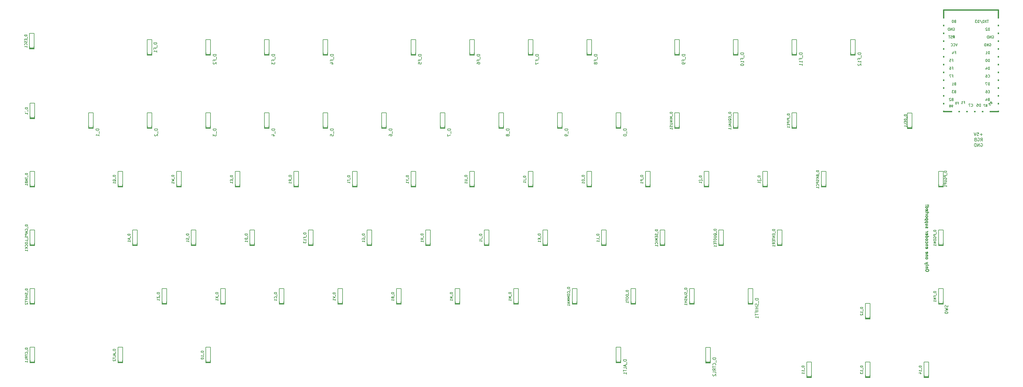
<source format=gbo>
G04 #@! TF.GenerationSoftware,KiCad,Pcbnew,(5.1.5)-3*
G04 #@! TF.CreationDate,2020-07-17T15:38:34-06:00*
G04 #@! TF.ProjectId,fernet,6665726e-6574-42e6-9b69-6361645f7063,rev?*
G04 #@! TF.SameCoordinates,Original*
G04 #@! TF.FileFunction,Legend,Bot*
G04 #@! TF.FilePolarity,Positive*
%FSLAX46Y46*%
G04 Gerber Fmt 4.6, Leading zero omitted, Abs format (unit mm)*
G04 Created by KiCad (PCBNEW (5.1.5)-3) date 2020-07-17 15:38:34*
%MOMM*%
%LPD*%
G04 APERTURE LIST*
%ADD10C,0.250000*%
%ADD11C,0.381000*%
%ADD12C,0.150000*%
%ADD13C,0.300000*%
%ADD14C,0.010000*%
%ADD15C,2.250000*%
%ADD16C,3.987800*%
%ADD17C,1.750000*%
%ADD18C,3.048000*%
%ADD19R,2.000000X3.250000*%
%ADD20R,3.250000X2.000000*%
%ADD21R,1.524000X1.524000*%
%ADD22R,2.000000X2.000000*%
%ADD23C,2.000000*%
%ADD24O,2.000000X3.200000*%
%ADD25R,1.600000X1.600000*%
%ADD26C,1.600000*%
%ADD27R,1.200000X1.600000*%
G04 APERTURE END LIST*
D10*
X311797619Y-102547619D02*
X311797619Y-102357142D01*
X311750000Y-102261904D01*
X311654761Y-102166666D01*
X311464285Y-102119047D01*
X311130952Y-102119047D01*
X310940476Y-102166666D01*
X310845238Y-102261904D01*
X310797619Y-102357142D01*
X310797619Y-102547619D01*
X310845238Y-102642857D01*
X310940476Y-102738095D01*
X311130952Y-102785714D01*
X311464285Y-102785714D01*
X311654761Y-102738095D01*
X311750000Y-102642857D01*
X311797619Y-102547619D01*
X311464285Y-101690476D02*
X310797619Y-101690476D01*
X311369047Y-101690476D02*
X311416666Y-101642857D01*
X311464285Y-101547619D01*
X311464285Y-101404761D01*
X311416666Y-101309523D01*
X311321428Y-101261904D01*
X310797619Y-101261904D01*
X310797619Y-100642857D02*
X310845238Y-100738095D01*
X310940476Y-100785714D01*
X311797619Y-100785714D01*
X311464285Y-100357142D02*
X310797619Y-100119047D01*
X311464285Y-99880952D02*
X310797619Y-100119047D01*
X310559523Y-100214285D01*
X310511904Y-100261904D01*
X310464285Y-100357142D01*
X310797619Y-98595238D02*
X310845238Y-98690476D01*
X310892857Y-98738095D01*
X310988095Y-98785714D01*
X311273809Y-98785714D01*
X311369047Y-98738095D01*
X311416666Y-98690476D01*
X311464285Y-98595238D01*
X311464285Y-98452380D01*
X311416666Y-98357142D01*
X311369047Y-98309523D01*
X311273809Y-98261904D01*
X310988095Y-98261904D01*
X310892857Y-98309523D01*
X310845238Y-98357142D01*
X310797619Y-98452380D01*
X310797619Y-98595238D01*
X311464285Y-97833333D02*
X310797619Y-97833333D01*
X311369047Y-97833333D02*
X311416666Y-97785714D01*
X311464285Y-97690476D01*
X311464285Y-97547619D01*
X311416666Y-97452380D01*
X311321428Y-97404761D01*
X310797619Y-97404761D01*
X310845238Y-96547619D02*
X310797619Y-96642857D01*
X310797619Y-96833333D01*
X310845238Y-96928571D01*
X310940476Y-96976190D01*
X311321428Y-96976190D01*
X311416666Y-96928571D01*
X311464285Y-96833333D01*
X311464285Y-96642857D01*
X311416666Y-96547619D01*
X311321428Y-96500000D01*
X311226190Y-96500000D01*
X311130952Y-96976190D01*
X310845238Y-94928571D02*
X310797619Y-95023809D01*
X310797619Y-95214285D01*
X310845238Y-95309523D01*
X310940476Y-95357142D01*
X311321428Y-95357142D01*
X311416666Y-95309523D01*
X311464285Y-95214285D01*
X311464285Y-95023809D01*
X311416666Y-94928571D01*
X311321428Y-94880952D01*
X311226190Y-94880952D01*
X311130952Y-95357142D01*
X311464285Y-94452380D02*
X310797619Y-94452380D01*
X311369047Y-94452380D02*
X311416666Y-94404761D01*
X311464285Y-94309523D01*
X311464285Y-94166666D01*
X311416666Y-94071428D01*
X311321428Y-94023809D01*
X310797619Y-94023809D01*
X310845238Y-93119047D02*
X310797619Y-93214285D01*
X310797619Y-93404761D01*
X310845238Y-93500000D01*
X310892857Y-93547619D01*
X310988095Y-93595238D01*
X311273809Y-93595238D01*
X311369047Y-93547619D01*
X311416666Y-93500000D01*
X311464285Y-93404761D01*
X311464285Y-93214285D01*
X311416666Y-93119047D01*
X310797619Y-92547619D02*
X310845238Y-92642857D01*
X310892857Y-92690476D01*
X310988095Y-92738095D01*
X311273809Y-92738095D01*
X311369047Y-92690476D01*
X311416666Y-92642857D01*
X311464285Y-92547619D01*
X311464285Y-92404761D01*
X311416666Y-92309523D01*
X311369047Y-92261904D01*
X311273809Y-92214285D01*
X310988095Y-92214285D01*
X310892857Y-92261904D01*
X310845238Y-92309523D01*
X310797619Y-92404761D01*
X310797619Y-92547619D01*
X310797619Y-91357142D02*
X311797619Y-91357142D01*
X310845238Y-91357142D02*
X310797619Y-91452380D01*
X310797619Y-91642857D01*
X310845238Y-91738095D01*
X310892857Y-91785714D01*
X310988095Y-91833333D01*
X311273809Y-91833333D01*
X311369047Y-91785714D01*
X311416666Y-91738095D01*
X311464285Y-91642857D01*
X311464285Y-91452380D01*
X311416666Y-91357142D01*
X310845238Y-90500000D02*
X310797619Y-90595238D01*
X310797619Y-90785714D01*
X310845238Y-90880952D01*
X310940476Y-90928571D01*
X311321428Y-90928571D01*
X311416666Y-90880952D01*
X311464285Y-90785714D01*
X311464285Y-90595238D01*
X311416666Y-90500000D01*
X311321428Y-90452380D01*
X311226190Y-90452380D01*
X311130952Y-90928571D01*
X310797619Y-90023809D02*
X311464285Y-90023809D01*
X311273809Y-90023809D02*
X311369047Y-89976190D01*
X311416666Y-89928571D01*
X311464285Y-89833333D01*
X311464285Y-89738095D01*
X310845238Y-88690476D02*
X310797619Y-88595238D01*
X310797619Y-88404761D01*
X310845238Y-88309523D01*
X310940476Y-88261904D01*
X310988095Y-88261904D01*
X311083333Y-88309523D01*
X311130952Y-88404761D01*
X311130952Y-88547619D01*
X311178571Y-88642857D01*
X311273809Y-88690476D01*
X311321428Y-88690476D01*
X311416666Y-88642857D01*
X311464285Y-88547619D01*
X311464285Y-88404761D01*
X311416666Y-88309523D01*
X311464285Y-87404761D02*
X310797619Y-87404761D01*
X311464285Y-87833333D02*
X310940476Y-87833333D01*
X310845238Y-87785714D01*
X310797619Y-87690476D01*
X310797619Y-87547619D01*
X310845238Y-87452380D01*
X310892857Y-87404761D01*
X311464285Y-86928571D02*
X310464285Y-86928571D01*
X311416666Y-86928571D02*
X311464285Y-86833333D01*
X311464285Y-86642857D01*
X311416666Y-86547619D01*
X311369047Y-86500000D01*
X311273809Y-86452380D01*
X310988095Y-86452380D01*
X310892857Y-86500000D01*
X310845238Y-86547619D01*
X310797619Y-86642857D01*
X310797619Y-86833333D01*
X310845238Y-86928571D01*
X311464285Y-86023809D02*
X310464285Y-86023809D01*
X311416666Y-86023809D02*
X311464285Y-85928571D01*
X311464285Y-85738095D01*
X311416666Y-85642857D01*
X311369047Y-85595238D01*
X311273809Y-85547619D01*
X310988095Y-85547619D01*
X310892857Y-85595238D01*
X310845238Y-85642857D01*
X310797619Y-85738095D01*
X310797619Y-85928571D01*
X310845238Y-86023809D01*
X310797619Y-84976190D02*
X310845238Y-85071428D01*
X310892857Y-85119047D01*
X310988095Y-85166666D01*
X311273809Y-85166666D01*
X311369047Y-85119047D01*
X311416666Y-85071428D01*
X311464285Y-84976190D01*
X311464285Y-84833333D01*
X311416666Y-84738095D01*
X311369047Y-84690476D01*
X311273809Y-84642857D01*
X310988095Y-84642857D01*
X310892857Y-84690476D01*
X310845238Y-84738095D01*
X310797619Y-84833333D01*
X310797619Y-84976190D01*
X310797619Y-84214285D02*
X311464285Y-84214285D01*
X311273809Y-84214285D02*
X311369047Y-84166666D01*
X311416666Y-84119047D01*
X311464285Y-84023809D01*
X311464285Y-83928571D01*
X311464285Y-83738095D02*
X311464285Y-83357142D01*
X311797619Y-83595238D02*
X310940476Y-83595238D01*
X310845238Y-83547619D01*
X310797619Y-83452380D01*
X310797619Y-83357142D01*
X310845238Y-82642857D02*
X310797619Y-82738095D01*
X310797619Y-82928571D01*
X310845238Y-83023809D01*
X310940476Y-83071428D01*
X311321428Y-83071428D01*
X311416666Y-83023809D01*
X311464285Y-82928571D01*
X311464285Y-82738095D01*
X311416666Y-82642857D01*
X311321428Y-82595238D01*
X311226190Y-82595238D01*
X311130952Y-83071428D01*
X310797619Y-81738095D02*
X311797619Y-81738095D01*
X310845238Y-81738095D02*
X310797619Y-81833333D01*
X310797619Y-82023809D01*
X310845238Y-82119047D01*
X310892857Y-82166666D01*
X310988095Y-82214285D01*
X311273809Y-82214285D01*
X311369047Y-82166666D01*
X311416666Y-82119047D01*
X311464285Y-82023809D01*
X311464285Y-81833333D01*
X311416666Y-81738095D01*
X310892857Y-81261904D02*
X310845238Y-81214285D01*
X310797619Y-81261904D01*
X310845238Y-81309523D01*
X310892857Y-81261904D01*
X310797619Y-81261904D01*
X311178571Y-81261904D02*
X311750000Y-81309523D01*
X311797619Y-81261904D01*
X311750000Y-81214285D01*
X311178571Y-81261904D01*
X311797619Y-81261904D01*
D11*
X334390000Y-17780000D02*
X334390000Y-20320000D01*
X316610000Y-17780000D02*
X334390000Y-17780000D01*
X316610000Y-20320000D02*
X316610000Y-17780000D01*
D12*
G36*
X319679432Y-26799360D02*
G01*
X319679432Y-26999360D01*
X319779432Y-26999360D01*
X319779432Y-26799360D01*
X319679432Y-26799360D01*
G37*
X319679432Y-26799360D02*
X319679432Y-26999360D01*
X319779432Y-26999360D01*
X319779432Y-26799360D01*
X319679432Y-26799360D01*
G36*
X320079432Y-26199360D02*
G01*
X320079432Y-26999360D01*
X320179432Y-26999360D01*
X320179432Y-26199360D01*
X320079432Y-26199360D01*
G37*
X320079432Y-26199360D02*
X320079432Y-26999360D01*
X320179432Y-26999360D01*
X320179432Y-26199360D01*
X320079432Y-26199360D01*
G36*
X319679432Y-26199360D02*
G01*
X319679432Y-26299360D01*
X320179432Y-26299360D01*
X320179432Y-26199360D01*
X319679432Y-26199360D01*
G37*
X319679432Y-26199360D02*
X319679432Y-26299360D01*
X320179432Y-26299360D01*
X320179432Y-26199360D01*
X319679432Y-26199360D01*
G36*
X319879432Y-26599360D02*
G01*
X319879432Y-26699360D01*
X319979432Y-26699360D01*
X319979432Y-26599360D01*
X319879432Y-26599360D01*
G37*
X319879432Y-26599360D02*
X319879432Y-26699360D01*
X319979432Y-26699360D01*
X319979432Y-26599360D01*
X319879432Y-26599360D01*
G36*
X319679432Y-26199360D02*
G01*
X319679432Y-26499360D01*
X319779432Y-26499360D01*
X319779432Y-26199360D01*
X319679432Y-26199360D01*
G37*
X319679432Y-26199360D02*
X319679432Y-26499360D01*
X319779432Y-26499360D01*
X319779432Y-26199360D01*
X319679432Y-26199360D01*
D11*
X316610000Y-50800000D02*
X316610000Y-20320000D01*
X334390000Y-50800000D02*
X316610000Y-50800000D01*
X334390000Y-20320000D02*
X334390000Y-50800000D01*
D12*
X19558000Y-25400000D02*
X19558000Y-30480000D01*
X19558000Y-30480000D02*
X21082000Y-30480000D01*
X21082000Y-30480000D02*
X21082000Y-25400000D01*
X21082000Y-25400000D02*
X19558000Y-25400000D01*
X19558000Y-30099000D02*
X21082000Y-30099000D01*
X21082000Y-30226000D02*
X19558000Y-30226000D01*
X19558000Y-30353000D02*
X21082000Y-30353000D01*
X21082000Y-29972000D02*
X19558000Y-29972000D01*
X19558000Y-29845000D02*
X21082000Y-29845000D01*
X19558000Y-29718000D02*
X21082000Y-29718000D01*
X304888000Y-51310000D02*
X304888000Y-56390000D01*
X304888000Y-56390000D02*
X306412000Y-56390000D01*
X306412000Y-56390000D02*
X306412000Y-51310000D01*
X306412000Y-51310000D02*
X304888000Y-51310000D01*
X304888000Y-56009000D02*
X306412000Y-56009000D01*
X306412000Y-56136000D02*
X304888000Y-56136000D01*
X304888000Y-56263000D02*
X306412000Y-56263000D01*
X306412000Y-55882000D02*
X304888000Y-55882000D01*
X304888000Y-55755000D02*
X306412000Y-55755000D01*
X304888000Y-55628000D02*
X306412000Y-55628000D01*
X253100500Y-108447500D02*
X253100500Y-113527500D01*
X253100500Y-113527500D02*
X254624500Y-113527500D01*
X254624500Y-113527500D02*
X254624500Y-108447500D01*
X254624500Y-108447500D02*
X253100500Y-108447500D01*
X253100500Y-113146500D02*
X254624500Y-113146500D01*
X254624500Y-113273500D02*
X253100500Y-113273500D01*
X253100500Y-113400500D02*
X254624500Y-113400500D01*
X254624500Y-113019500D02*
X253100500Y-113019500D01*
X253100500Y-112892500D02*
X254624500Y-112892500D01*
X253100500Y-112765500D02*
X254624500Y-112765500D01*
X210238000Y-51297500D02*
X210238000Y-56377500D01*
X210238000Y-56377500D02*
X211762000Y-56377500D01*
X211762000Y-56377500D02*
X211762000Y-51297500D01*
X211762000Y-51297500D02*
X210238000Y-51297500D01*
X210238000Y-55996500D02*
X211762000Y-55996500D01*
X211762000Y-56123500D02*
X210238000Y-56123500D01*
X210238000Y-56250500D02*
X211762000Y-56250500D01*
X211762000Y-55869500D02*
X210238000Y-55869500D01*
X210238000Y-55742500D02*
X211762000Y-55742500D01*
X210238000Y-55615500D02*
X211762000Y-55615500D01*
X38788000Y-51297500D02*
X38788000Y-56377500D01*
X38788000Y-56377500D02*
X40312000Y-56377500D01*
X40312000Y-56377500D02*
X40312000Y-51297500D01*
X40312000Y-51297500D02*
X38788000Y-51297500D01*
X38788000Y-55996500D02*
X40312000Y-55996500D01*
X40312000Y-56123500D02*
X38788000Y-56123500D01*
X38788000Y-56250500D02*
X40312000Y-56250500D01*
X40312000Y-55869500D02*
X38788000Y-55869500D01*
X38788000Y-55742500D02*
X40312000Y-55742500D01*
X38788000Y-55615500D02*
X40312000Y-55615500D01*
X57838000Y-51297500D02*
X57838000Y-56377500D01*
X57838000Y-56377500D02*
X59362000Y-56377500D01*
X59362000Y-56377500D02*
X59362000Y-51297500D01*
X59362000Y-51297500D02*
X57838000Y-51297500D01*
X57838000Y-55996500D02*
X59362000Y-55996500D01*
X59362000Y-56123500D02*
X57838000Y-56123500D01*
X57838000Y-56250500D02*
X59362000Y-56250500D01*
X59362000Y-55869500D02*
X57838000Y-55869500D01*
X57838000Y-55742500D02*
X59362000Y-55742500D01*
X57838000Y-55615500D02*
X59362000Y-55615500D01*
X76888000Y-51297500D02*
X76888000Y-56377500D01*
X76888000Y-56377500D02*
X78412000Y-56377500D01*
X78412000Y-56377500D02*
X78412000Y-51297500D01*
X78412000Y-51297500D02*
X76888000Y-51297500D01*
X76888000Y-55996500D02*
X78412000Y-55996500D01*
X78412000Y-56123500D02*
X76888000Y-56123500D01*
X76888000Y-56250500D02*
X78412000Y-56250500D01*
X78412000Y-55869500D02*
X76888000Y-55869500D01*
X76888000Y-55742500D02*
X78412000Y-55742500D01*
X76888000Y-55615500D02*
X78412000Y-55615500D01*
X95938000Y-51297500D02*
X95938000Y-56377500D01*
X95938000Y-56377500D02*
X97462000Y-56377500D01*
X97462000Y-56377500D02*
X97462000Y-51297500D01*
X97462000Y-51297500D02*
X95938000Y-51297500D01*
X95938000Y-55996500D02*
X97462000Y-55996500D01*
X97462000Y-56123500D02*
X95938000Y-56123500D01*
X95938000Y-56250500D02*
X97462000Y-56250500D01*
X97462000Y-55869500D02*
X95938000Y-55869500D01*
X95938000Y-55742500D02*
X97462000Y-55742500D01*
X95938000Y-55615500D02*
X97462000Y-55615500D01*
X114988000Y-51297500D02*
X114988000Y-56377500D01*
X114988000Y-56377500D02*
X116512000Y-56377500D01*
X116512000Y-56377500D02*
X116512000Y-51297500D01*
X116512000Y-51297500D02*
X114988000Y-51297500D01*
X114988000Y-55996500D02*
X116512000Y-55996500D01*
X116512000Y-56123500D02*
X114988000Y-56123500D01*
X114988000Y-56250500D02*
X116512000Y-56250500D01*
X116512000Y-55869500D02*
X114988000Y-55869500D01*
X114988000Y-55742500D02*
X116512000Y-55742500D01*
X114988000Y-55615500D02*
X116512000Y-55615500D01*
X134038000Y-51297500D02*
X134038000Y-56377500D01*
X134038000Y-56377500D02*
X135562000Y-56377500D01*
X135562000Y-56377500D02*
X135562000Y-51297500D01*
X135562000Y-51297500D02*
X134038000Y-51297500D01*
X134038000Y-55996500D02*
X135562000Y-55996500D01*
X135562000Y-56123500D02*
X134038000Y-56123500D01*
X134038000Y-56250500D02*
X135562000Y-56250500D01*
X135562000Y-55869500D02*
X134038000Y-55869500D01*
X134038000Y-55742500D02*
X135562000Y-55742500D01*
X134038000Y-55615500D02*
X135562000Y-55615500D01*
X153088000Y-51297500D02*
X153088000Y-56377500D01*
X153088000Y-56377500D02*
X154612000Y-56377500D01*
X154612000Y-56377500D02*
X154612000Y-51297500D01*
X154612000Y-51297500D02*
X153088000Y-51297500D01*
X153088000Y-55996500D02*
X154612000Y-55996500D01*
X154612000Y-56123500D02*
X153088000Y-56123500D01*
X153088000Y-56250500D02*
X154612000Y-56250500D01*
X154612000Y-55869500D02*
X153088000Y-55869500D01*
X153088000Y-55742500D02*
X154612000Y-55742500D01*
X153088000Y-55615500D02*
X154612000Y-55615500D01*
X172138000Y-51297500D02*
X172138000Y-56377500D01*
X172138000Y-56377500D02*
X173662000Y-56377500D01*
X173662000Y-56377500D02*
X173662000Y-51297500D01*
X173662000Y-51297500D02*
X172138000Y-51297500D01*
X172138000Y-55996500D02*
X173662000Y-55996500D01*
X173662000Y-56123500D02*
X172138000Y-56123500D01*
X172138000Y-56250500D02*
X173662000Y-56250500D01*
X173662000Y-55869500D02*
X172138000Y-55869500D01*
X172138000Y-55742500D02*
X173662000Y-55742500D01*
X172138000Y-55615500D02*
X173662000Y-55615500D01*
X191188000Y-51297500D02*
X191188000Y-56377500D01*
X191188000Y-56377500D02*
X192712000Y-56377500D01*
X192712000Y-56377500D02*
X192712000Y-51297500D01*
X192712000Y-51297500D02*
X191188000Y-51297500D01*
X191188000Y-55996500D02*
X192712000Y-55996500D01*
X192712000Y-56123500D02*
X191188000Y-56123500D01*
X191188000Y-56250500D02*
X192712000Y-56250500D01*
X192712000Y-55869500D02*
X191188000Y-55869500D01*
X191188000Y-55742500D02*
X192712000Y-55742500D01*
X191188000Y-55615500D02*
X192712000Y-55615500D01*
X210238000Y-127497500D02*
X210238000Y-132577500D01*
X210238000Y-132577500D02*
X211762000Y-132577500D01*
X211762000Y-132577500D02*
X211762000Y-127497500D01*
X211762000Y-127497500D02*
X210238000Y-127497500D01*
X210238000Y-132196500D02*
X211762000Y-132196500D01*
X211762000Y-132323500D02*
X210238000Y-132323500D01*
X210238000Y-132450500D02*
X211762000Y-132450500D01*
X211762000Y-132069500D02*
X210238000Y-132069500D01*
X210238000Y-131942500D02*
X211762000Y-131942500D01*
X210238000Y-131815500D02*
X211762000Y-131815500D01*
X57838000Y-27485000D02*
X57838000Y-32565000D01*
X57838000Y-32565000D02*
X59362000Y-32565000D01*
X59362000Y-32565000D02*
X59362000Y-27485000D01*
X59362000Y-27485000D02*
X57838000Y-27485000D01*
X57838000Y-32184000D02*
X59362000Y-32184000D01*
X59362000Y-32311000D02*
X57838000Y-32311000D01*
X57838000Y-32438000D02*
X59362000Y-32438000D01*
X59362000Y-32057000D02*
X57838000Y-32057000D01*
X57838000Y-31930000D02*
X59362000Y-31930000D01*
X57838000Y-31803000D02*
X59362000Y-31803000D01*
X76888000Y-27485000D02*
X76888000Y-32565000D01*
X76888000Y-32565000D02*
X78412000Y-32565000D01*
X78412000Y-32565000D02*
X78412000Y-27485000D01*
X78412000Y-27485000D02*
X76888000Y-27485000D01*
X76888000Y-32184000D02*
X78412000Y-32184000D01*
X78412000Y-32311000D02*
X76888000Y-32311000D01*
X76888000Y-32438000D02*
X78412000Y-32438000D01*
X78412000Y-32057000D02*
X76888000Y-32057000D01*
X76888000Y-31930000D02*
X78412000Y-31930000D01*
X76888000Y-31803000D02*
X78412000Y-31803000D01*
X95938000Y-27485000D02*
X95938000Y-32565000D01*
X95938000Y-32565000D02*
X97462000Y-32565000D01*
X97462000Y-32565000D02*
X97462000Y-27485000D01*
X97462000Y-27485000D02*
X95938000Y-27485000D01*
X95938000Y-32184000D02*
X97462000Y-32184000D01*
X97462000Y-32311000D02*
X95938000Y-32311000D01*
X95938000Y-32438000D02*
X97462000Y-32438000D01*
X97462000Y-32057000D02*
X95938000Y-32057000D01*
X95938000Y-31930000D02*
X97462000Y-31930000D01*
X95938000Y-31803000D02*
X97462000Y-31803000D01*
X114988000Y-27485000D02*
X114988000Y-32565000D01*
X114988000Y-32565000D02*
X116512000Y-32565000D01*
X116512000Y-32565000D02*
X116512000Y-27485000D01*
X116512000Y-27485000D02*
X114988000Y-27485000D01*
X114988000Y-32184000D02*
X116512000Y-32184000D01*
X116512000Y-32311000D02*
X114988000Y-32311000D01*
X114988000Y-32438000D02*
X116512000Y-32438000D01*
X116512000Y-32057000D02*
X114988000Y-32057000D01*
X114988000Y-31930000D02*
X116512000Y-31930000D01*
X114988000Y-31803000D02*
X116512000Y-31803000D01*
X143563000Y-27485000D02*
X143563000Y-32565000D01*
X143563000Y-32565000D02*
X145087000Y-32565000D01*
X145087000Y-32565000D02*
X145087000Y-27485000D01*
X145087000Y-27485000D02*
X143563000Y-27485000D01*
X143563000Y-32184000D02*
X145087000Y-32184000D01*
X145087000Y-32311000D02*
X143563000Y-32311000D01*
X143563000Y-32438000D02*
X145087000Y-32438000D01*
X145087000Y-32057000D02*
X143563000Y-32057000D01*
X143563000Y-31930000D02*
X145087000Y-31930000D01*
X143563000Y-31803000D02*
X145087000Y-31803000D01*
X162613000Y-27485000D02*
X162613000Y-32565000D01*
X162613000Y-32565000D02*
X164137000Y-32565000D01*
X164137000Y-32565000D02*
X164137000Y-27485000D01*
X164137000Y-27485000D02*
X162613000Y-27485000D01*
X162613000Y-32184000D02*
X164137000Y-32184000D01*
X164137000Y-32311000D02*
X162613000Y-32311000D01*
X162613000Y-32438000D02*
X164137000Y-32438000D01*
X164137000Y-32057000D02*
X162613000Y-32057000D01*
X162613000Y-31930000D02*
X164137000Y-31930000D01*
X162613000Y-31803000D02*
X164137000Y-31803000D01*
X181663000Y-27485000D02*
X181663000Y-32565000D01*
X181663000Y-32565000D02*
X183187000Y-32565000D01*
X183187000Y-32565000D02*
X183187000Y-27485000D01*
X183187000Y-27485000D02*
X181663000Y-27485000D01*
X181663000Y-32184000D02*
X183187000Y-32184000D01*
X183187000Y-32311000D02*
X181663000Y-32311000D01*
X181663000Y-32438000D02*
X183187000Y-32438000D01*
X183187000Y-32057000D02*
X181663000Y-32057000D01*
X181663000Y-31930000D02*
X183187000Y-31930000D01*
X181663000Y-31803000D02*
X183187000Y-31803000D01*
X200713000Y-27485000D02*
X200713000Y-32565000D01*
X200713000Y-32565000D02*
X202237000Y-32565000D01*
X202237000Y-32565000D02*
X202237000Y-27485000D01*
X202237000Y-27485000D02*
X200713000Y-27485000D01*
X200713000Y-32184000D02*
X202237000Y-32184000D01*
X202237000Y-32311000D02*
X200713000Y-32311000D01*
X200713000Y-32438000D02*
X202237000Y-32438000D01*
X202237000Y-32057000D02*
X200713000Y-32057000D01*
X200713000Y-31930000D02*
X202237000Y-31930000D01*
X200713000Y-31803000D02*
X202237000Y-31803000D01*
X229288000Y-27485000D02*
X229288000Y-32565000D01*
X229288000Y-32565000D02*
X230812000Y-32565000D01*
X230812000Y-32565000D02*
X230812000Y-27485000D01*
X230812000Y-27485000D02*
X229288000Y-27485000D01*
X229288000Y-32184000D02*
X230812000Y-32184000D01*
X230812000Y-32311000D02*
X229288000Y-32311000D01*
X229288000Y-32438000D02*
X230812000Y-32438000D01*
X230812000Y-32057000D02*
X229288000Y-32057000D01*
X229288000Y-31930000D02*
X230812000Y-31930000D01*
X229288000Y-31803000D02*
X230812000Y-31803000D01*
X248338000Y-27485000D02*
X248338000Y-32565000D01*
X248338000Y-32565000D02*
X249862000Y-32565000D01*
X249862000Y-32565000D02*
X249862000Y-27485000D01*
X249862000Y-27485000D02*
X248338000Y-27485000D01*
X248338000Y-32184000D02*
X249862000Y-32184000D01*
X249862000Y-32311000D02*
X248338000Y-32311000D01*
X248338000Y-32438000D02*
X249862000Y-32438000D01*
X249862000Y-32057000D02*
X248338000Y-32057000D01*
X248338000Y-31930000D02*
X249862000Y-31930000D01*
X248338000Y-31803000D02*
X249862000Y-31803000D01*
X267388000Y-27485000D02*
X267388000Y-32565000D01*
X267388000Y-32565000D02*
X268912000Y-32565000D01*
X268912000Y-32565000D02*
X268912000Y-27485000D01*
X268912000Y-27485000D02*
X267388000Y-27485000D01*
X267388000Y-32184000D02*
X268912000Y-32184000D01*
X268912000Y-32311000D02*
X267388000Y-32311000D01*
X267388000Y-32438000D02*
X268912000Y-32438000D01*
X268912000Y-32057000D02*
X267388000Y-32057000D01*
X267388000Y-31930000D02*
X268912000Y-31930000D01*
X267388000Y-31803000D02*
X268912000Y-31803000D01*
X286438000Y-27485000D02*
X286438000Y-32565000D01*
X286438000Y-32565000D02*
X287962000Y-32565000D01*
X287962000Y-32565000D02*
X287962000Y-27485000D01*
X287962000Y-27485000D02*
X286438000Y-27485000D01*
X286438000Y-32184000D02*
X287962000Y-32184000D01*
X287962000Y-32311000D02*
X286438000Y-32311000D01*
X286438000Y-32438000D02*
X287962000Y-32438000D01*
X287962000Y-32057000D02*
X286438000Y-32057000D01*
X286438000Y-31930000D02*
X287962000Y-31930000D01*
X286438000Y-31803000D02*
X287962000Y-31803000D01*
X239288320Y-127515620D02*
X239288320Y-132595620D01*
X239288320Y-132595620D02*
X240812320Y-132595620D01*
X240812320Y-132595620D02*
X240812320Y-127515620D01*
X240812320Y-127515620D02*
X239288320Y-127515620D01*
X239288320Y-132214620D02*
X240812320Y-132214620D01*
X240812320Y-132341620D02*
X239288320Y-132341620D01*
X239288320Y-132468620D02*
X240812320Y-132468620D01*
X240812320Y-132087620D02*
X239288320Y-132087620D01*
X239288320Y-131960620D02*
X240812320Y-131960620D01*
X239288320Y-131833620D02*
X240812320Y-131833620D01*
X310250500Y-132260000D02*
X310250500Y-137340000D01*
X310250500Y-137340000D02*
X311774500Y-137340000D01*
X311774500Y-137340000D02*
X311774500Y-132260000D01*
X311774500Y-132260000D02*
X310250500Y-132260000D01*
X310250500Y-136959000D02*
X311774500Y-136959000D01*
X311774500Y-137086000D02*
X310250500Y-137086000D01*
X310250500Y-137213000D02*
X311774500Y-137213000D01*
X311774500Y-136832000D02*
X310250500Y-136832000D01*
X310250500Y-136705000D02*
X311774500Y-136705000D01*
X310250500Y-136578000D02*
X311774500Y-136578000D01*
X291200500Y-132260000D02*
X291200500Y-137340000D01*
X291200500Y-137340000D02*
X292724500Y-137340000D01*
X292724500Y-137340000D02*
X292724500Y-132260000D01*
X292724500Y-132260000D02*
X291200500Y-132260000D01*
X291200500Y-136959000D02*
X292724500Y-136959000D01*
X292724500Y-137086000D02*
X291200500Y-137086000D01*
X291200500Y-137213000D02*
X292724500Y-137213000D01*
X292724500Y-136832000D02*
X291200500Y-136832000D01*
X291200500Y-136705000D02*
X292724500Y-136705000D01*
X291200500Y-136578000D02*
X292724500Y-136578000D01*
X272150500Y-132260000D02*
X272150500Y-137340000D01*
X272150500Y-137340000D02*
X273674500Y-137340000D01*
X273674500Y-137340000D02*
X273674500Y-132260000D01*
X273674500Y-132260000D02*
X272150500Y-132260000D01*
X272150500Y-136959000D02*
X273674500Y-136959000D01*
X273674500Y-137086000D02*
X272150500Y-137086000D01*
X272150500Y-137213000D02*
X273674500Y-137213000D01*
X273674500Y-136832000D02*
X272150500Y-136832000D01*
X272150500Y-136705000D02*
X273674500Y-136705000D01*
X272150500Y-136578000D02*
X273674500Y-136578000D01*
X76888000Y-127497500D02*
X76888000Y-132577500D01*
X76888000Y-132577500D02*
X78412000Y-132577500D01*
X78412000Y-132577500D02*
X78412000Y-127497500D01*
X78412000Y-127497500D02*
X76888000Y-127497500D01*
X76888000Y-132196500D02*
X78412000Y-132196500D01*
X78412000Y-132323500D02*
X76888000Y-132323500D01*
X76888000Y-132450500D02*
X78412000Y-132450500D01*
X78412000Y-132069500D02*
X76888000Y-132069500D01*
X76888000Y-131942500D02*
X78412000Y-131942500D01*
X76888000Y-131815500D02*
X78412000Y-131815500D01*
X48313000Y-127497500D02*
X48313000Y-132577500D01*
X48313000Y-132577500D02*
X49837000Y-132577500D01*
X49837000Y-132577500D02*
X49837000Y-127497500D01*
X49837000Y-127497500D02*
X48313000Y-127497500D01*
X48313000Y-132196500D02*
X49837000Y-132196500D01*
X49837000Y-132323500D02*
X48313000Y-132323500D01*
X48313000Y-132450500D02*
X49837000Y-132450500D01*
X49837000Y-132069500D02*
X48313000Y-132069500D01*
X48313000Y-131942500D02*
X49837000Y-131942500D01*
X48313000Y-131815500D02*
X49837000Y-131815500D01*
X19738000Y-127497500D02*
X19738000Y-132577500D01*
X19738000Y-132577500D02*
X21262000Y-132577500D01*
X21262000Y-132577500D02*
X21262000Y-127497500D01*
X21262000Y-127497500D02*
X19738000Y-127497500D01*
X19738000Y-132196500D02*
X21262000Y-132196500D01*
X21262000Y-132323500D02*
X19738000Y-132323500D01*
X19738000Y-132450500D02*
X21262000Y-132450500D01*
X21262000Y-132069500D02*
X19738000Y-132069500D01*
X19738000Y-131942500D02*
X21262000Y-131942500D01*
X19738000Y-131815500D02*
X21262000Y-131815500D01*
X291200500Y-113210000D02*
X291200500Y-118290000D01*
X291200500Y-118290000D02*
X292724500Y-118290000D01*
X292724500Y-118290000D02*
X292724500Y-113210000D01*
X292724500Y-113210000D02*
X291200500Y-113210000D01*
X291200500Y-117909000D02*
X292724500Y-117909000D01*
X292724500Y-118036000D02*
X291200500Y-118036000D01*
X291200500Y-118163000D02*
X292724500Y-118163000D01*
X292724500Y-117782000D02*
X291200500Y-117782000D01*
X291200500Y-117655000D02*
X292724500Y-117655000D01*
X291200500Y-117528000D02*
X292724500Y-117528000D01*
X315013000Y-108447500D02*
X315013000Y-113527500D01*
X315013000Y-113527500D02*
X316537000Y-113527500D01*
X316537000Y-113527500D02*
X316537000Y-108447500D01*
X316537000Y-108447500D02*
X315013000Y-108447500D01*
X315013000Y-113146500D02*
X316537000Y-113146500D01*
X316537000Y-113273500D02*
X315013000Y-113273500D01*
X315013000Y-113400500D02*
X316537000Y-113400500D01*
X316537000Y-113019500D02*
X315013000Y-113019500D01*
X315013000Y-112892500D02*
X316537000Y-112892500D01*
X315013000Y-112765500D02*
X316537000Y-112765500D01*
X234050500Y-108447500D02*
X234050500Y-113527500D01*
X234050500Y-113527500D02*
X235574500Y-113527500D01*
X235574500Y-113527500D02*
X235574500Y-108447500D01*
X235574500Y-108447500D02*
X234050500Y-108447500D01*
X234050500Y-113146500D02*
X235574500Y-113146500D01*
X235574500Y-113273500D02*
X234050500Y-113273500D01*
X234050500Y-113400500D02*
X235574500Y-113400500D01*
X235574500Y-113019500D02*
X234050500Y-113019500D01*
X234050500Y-112892500D02*
X235574500Y-112892500D01*
X234050500Y-112765500D02*
X235574500Y-112765500D01*
X215000500Y-108447500D02*
X215000500Y-113527500D01*
X215000500Y-113527500D02*
X216524500Y-113527500D01*
X216524500Y-113527500D02*
X216524500Y-108447500D01*
X216524500Y-108447500D02*
X215000500Y-108447500D01*
X215000500Y-113146500D02*
X216524500Y-113146500D01*
X216524500Y-113273500D02*
X215000500Y-113273500D01*
X215000500Y-113400500D02*
X216524500Y-113400500D01*
X216524500Y-113019500D02*
X215000500Y-113019500D01*
X215000500Y-112892500D02*
X216524500Y-112892500D01*
X215000500Y-112765500D02*
X216524500Y-112765500D01*
X195950500Y-108447500D02*
X195950500Y-113527500D01*
X195950500Y-113527500D02*
X197474500Y-113527500D01*
X197474500Y-113527500D02*
X197474500Y-108447500D01*
X197474500Y-108447500D02*
X195950500Y-108447500D01*
X195950500Y-113146500D02*
X197474500Y-113146500D01*
X197474500Y-113273500D02*
X195950500Y-113273500D01*
X195950500Y-113400500D02*
X197474500Y-113400500D01*
X197474500Y-113019500D02*
X195950500Y-113019500D01*
X195950500Y-112892500D02*
X197474500Y-112892500D01*
X195950500Y-112765500D02*
X197474500Y-112765500D01*
X176900500Y-108447500D02*
X176900500Y-113527500D01*
X176900500Y-113527500D02*
X178424500Y-113527500D01*
X178424500Y-113527500D02*
X178424500Y-108447500D01*
X178424500Y-108447500D02*
X176900500Y-108447500D01*
X176900500Y-113146500D02*
X178424500Y-113146500D01*
X178424500Y-113273500D02*
X176900500Y-113273500D01*
X176900500Y-113400500D02*
X178424500Y-113400500D01*
X178424500Y-113019500D02*
X176900500Y-113019500D01*
X176900500Y-112892500D02*
X178424500Y-112892500D01*
X176900500Y-112765500D02*
X178424500Y-112765500D01*
X157850500Y-108447500D02*
X157850500Y-113527500D01*
X157850500Y-113527500D02*
X159374500Y-113527500D01*
X159374500Y-113527500D02*
X159374500Y-108447500D01*
X159374500Y-108447500D02*
X157850500Y-108447500D01*
X157850500Y-113146500D02*
X159374500Y-113146500D01*
X159374500Y-113273500D02*
X157850500Y-113273500D01*
X157850500Y-113400500D02*
X159374500Y-113400500D01*
X159374500Y-113019500D02*
X157850500Y-113019500D01*
X157850500Y-112892500D02*
X159374500Y-112892500D01*
X157850500Y-112765500D02*
X159374500Y-112765500D01*
X138800500Y-108447500D02*
X138800500Y-113527500D01*
X138800500Y-113527500D02*
X140324500Y-113527500D01*
X140324500Y-113527500D02*
X140324500Y-108447500D01*
X140324500Y-108447500D02*
X138800500Y-108447500D01*
X138800500Y-113146500D02*
X140324500Y-113146500D01*
X140324500Y-113273500D02*
X138800500Y-113273500D01*
X138800500Y-113400500D02*
X140324500Y-113400500D01*
X140324500Y-113019500D02*
X138800500Y-113019500D01*
X138800500Y-112892500D02*
X140324500Y-112892500D01*
X138800500Y-112765500D02*
X140324500Y-112765500D01*
X119750500Y-108447500D02*
X119750500Y-113527500D01*
X119750500Y-113527500D02*
X121274500Y-113527500D01*
X121274500Y-113527500D02*
X121274500Y-108447500D01*
X121274500Y-108447500D02*
X119750500Y-108447500D01*
X119750500Y-113146500D02*
X121274500Y-113146500D01*
X121274500Y-113273500D02*
X119750500Y-113273500D01*
X119750500Y-113400500D02*
X121274500Y-113400500D01*
X121274500Y-113019500D02*
X119750500Y-113019500D01*
X119750500Y-112892500D02*
X121274500Y-112892500D01*
X119750500Y-112765500D02*
X121274500Y-112765500D01*
X100700500Y-108447500D02*
X100700500Y-113527500D01*
X100700500Y-113527500D02*
X102224500Y-113527500D01*
X102224500Y-113527500D02*
X102224500Y-108447500D01*
X102224500Y-108447500D02*
X100700500Y-108447500D01*
X100700500Y-113146500D02*
X102224500Y-113146500D01*
X102224500Y-113273500D02*
X100700500Y-113273500D01*
X100700500Y-113400500D02*
X102224500Y-113400500D01*
X102224500Y-113019500D02*
X100700500Y-113019500D01*
X100700500Y-112892500D02*
X102224500Y-112892500D01*
X100700500Y-112765500D02*
X102224500Y-112765500D01*
X81650500Y-108447500D02*
X81650500Y-113527500D01*
X81650500Y-113527500D02*
X83174500Y-113527500D01*
X83174500Y-113527500D02*
X83174500Y-108447500D01*
X83174500Y-108447500D02*
X81650500Y-108447500D01*
X81650500Y-113146500D02*
X83174500Y-113146500D01*
X83174500Y-113273500D02*
X81650500Y-113273500D01*
X81650500Y-113400500D02*
X83174500Y-113400500D01*
X83174500Y-113019500D02*
X81650500Y-113019500D01*
X81650500Y-112892500D02*
X83174500Y-112892500D01*
X81650500Y-112765500D02*
X83174500Y-112765500D01*
X62600500Y-108447500D02*
X62600500Y-113527500D01*
X62600500Y-113527500D02*
X64124500Y-113527500D01*
X64124500Y-113527500D02*
X64124500Y-108447500D01*
X64124500Y-108447500D02*
X62600500Y-108447500D01*
X62600500Y-113146500D02*
X64124500Y-113146500D01*
X64124500Y-113273500D02*
X62600500Y-113273500D01*
X62600500Y-113400500D02*
X64124500Y-113400500D01*
X64124500Y-113019500D02*
X62600500Y-113019500D01*
X62600500Y-112892500D02*
X64124500Y-112892500D01*
X62600500Y-112765500D02*
X64124500Y-112765500D01*
X19738000Y-108447500D02*
X19738000Y-113527500D01*
X19738000Y-113527500D02*
X21262000Y-113527500D01*
X21262000Y-113527500D02*
X21262000Y-108447500D01*
X21262000Y-108447500D02*
X19738000Y-108447500D01*
X19738000Y-113146500D02*
X21262000Y-113146500D01*
X21262000Y-113273500D02*
X19738000Y-113273500D01*
X19738000Y-113400500D02*
X21262000Y-113400500D01*
X21262000Y-113019500D02*
X19738000Y-113019500D01*
X19738000Y-112892500D02*
X21262000Y-112892500D01*
X19738000Y-112765500D02*
X21262000Y-112765500D01*
X315013000Y-89397500D02*
X315013000Y-94477500D01*
X315013000Y-94477500D02*
X316537000Y-94477500D01*
X316537000Y-94477500D02*
X316537000Y-89397500D01*
X316537000Y-89397500D02*
X315013000Y-89397500D01*
X315013000Y-94096500D02*
X316537000Y-94096500D01*
X316537000Y-94223500D02*
X315013000Y-94223500D01*
X315013000Y-94350500D02*
X316537000Y-94350500D01*
X316537000Y-93969500D02*
X315013000Y-93969500D01*
X315013000Y-93842500D02*
X316537000Y-93842500D01*
X315013000Y-93715500D02*
X316537000Y-93715500D01*
X262625500Y-89397500D02*
X262625500Y-94477500D01*
X262625500Y-94477500D02*
X264149500Y-94477500D01*
X264149500Y-94477500D02*
X264149500Y-89397500D01*
X264149500Y-89397500D02*
X262625500Y-89397500D01*
X262625500Y-94096500D02*
X264149500Y-94096500D01*
X264149500Y-94223500D02*
X262625500Y-94223500D01*
X262625500Y-94350500D02*
X264149500Y-94350500D01*
X264149500Y-93969500D02*
X262625500Y-93969500D01*
X262625500Y-93842500D02*
X264149500Y-93842500D01*
X262625500Y-93715500D02*
X264149500Y-93715500D01*
X243575500Y-89397500D02*
X243575500Y-94477500D01*
X243575500Y-94477500D02*
X245099500Y-94477500D01*
X245099500Y-94477500D02*
X245099500Y-89397500D01*
X245099500Y-89397500D02*
X243575500Y-89397500D01*
X243575500Y-94096500D02*
X245099500Y-94096500D01*
X245099500Y-94223500D02*
X243575500Y-94223500D01*
X243575500Y-94350500D02*
X245099500Y-94350500D01*
X245099500Y-93969500D02*
X243575500Y-93969500D01*
X243575500Y-93842500D02*
X245099500Y-93842500D01*
X243575500Y-93715500D02*
X245099500Y-93715500D01*
X224525500Y-89397500D02*
X224525500Y-94477500D01*
X224525500Y-94477500D02*
X226049500Y-94477500D01*
X226049500Y-94477500D02*
X226049500Y-89397500D01*
X226049500Y-89397500D02*
X224525500Y-89397500D01*
X224525500Y-94096500D02*
X226049500Y-94096500D01*
X226049500Y-94223500D02*
X224525500Y-94223500D01*
X224525500Y-94350500D02*
X226049500Y-94350500D01*
X226049500Y-93969500D02*
X224525500Y-93969500D01*
X224525500Y-93842500D02*
X226049500Y-93842500D01*
X224525500Y-93715500D02*
X226049500Y-93715500D01*
X205475500Y-89397500D02*
X205475500Y-94477500D01*
X205475500Y-94477500D02*
X206999500Y-94477500D01*
X206999500Y-94477500D02*
X206999500Y-89397500D01*
X206999500Y-89397500D02*
X205475500Y-89397500D01*
X205475500Y-94096500D02*
X206999500Y-94096500D01*
X206999500Y-94223500D02*
X205475500Y-94223500D01*
X205475500Y-94350500D02*
X206999500Y-94350500D01*
X206999500Y-93969500D02*
X205475500Y-93969500D01*
X205475500Y-93842500D02*
X206999500Y-93842500D01*
X205475500Y-93715500D02*
X206999500Y-93715500D01*
X186425500Y-89397500D02*
X186425500Y-94477500D01*
X186425500Y-94477500D02*
X187949500Y-94477500D01*
X187949500Y-94477500D02*
X187949500Y-89397500D01*
X187949500Y-89397500D02*
X186425500Y-89397500D01*
X186425500Y-94096500D02*
X187949500Y-94096500D01*
X187949500Y-94223500D02*
X186425500Y-94223500D01*
X186425500Y-94350500D02*
X187949500Y-94350500D01*
X187949500Y-93969500D02*
X186425500Y-93969500D01*
X186425500Y-93842500D02*
X187949500Y-93842500D01*
X186425500Y-93715500D02*
X187949500Y-93715500D01*
X167375500Y-89397500D02*
X167375500Y-94477500D01*
X167375500Y-94477500D02*
X168899500Y-94477500D01*
X168899500Y-94477500D02*
X168899500Y-89397500D01*
X168899500Y-89397500D02*
X167375500Y-89397500D01*
X167375500Y-94096500D02*
X168899500Y-94096500D01*
X168899500Y-94223500D02*
X167375500Y-94223500D01*
X167375500Y-94350500D02*
X168899500Y-94350500D01*
X168899500Y-93969500D02*
X167375500Y-93969500D01*
X167375500Y-93842500D02*
X168899500Y-93842500D01*
X167375500Y-93715500D02*
X168899500Y-93715500D01*
X148325500Y-89397500D02*
X148325500Y-94477500D01*
X148325500Y-94477500D02*
X149849500Y-94477500D01*
X149849500Y-94477500D02*
X149849500Y-89397500D01*
X149849500Y-89397500D02*
X148325500Y-89397500D01*
X148325500Y-94096500D02*
X149849500Y-94096500D01*
X149849500Y-94223500D02*
X148325500Y-94223500D01*
X148325500Y-94350500D02*
X149849500Y-94350500D01*
X149849500Y-93969500D02*
X148325500Y-93969500D01*
X148325500Y-93842500D02*
X149849500Y-93842500D01*
X148325500Y-93715500D02*
X149849500Y-93715500D01*
X129275500Y-89397500D02*
X129275500Y-94477500D01*
X129275500Y-94477500D02*
X130799500Y-94477500D01*
X130799500Y-94477500D02*
X130799500Y-89397500D01*
X130799500Y-89397500D02*
X129275500Y-89397500D01*
X129275500Y-94096500D02*
X130799500Y-94096500D01*
X130799500Y-94223500D02*
X129275500Y-94223500D01*
X129275500Y-94350500D02*
X130799500Y-94350500D01*
X130799500Y-93969500D02*
X129275500Y-93969500D01*
X129275500Y-93842500D02*
X130799500Y-93842500D01*
X129275500Y-93715500D02*
X130799500Y-93715500D01*
X110225500Y-89397500D02*
X110225500Y-94477500D01*
X110225500Y-94477500D02*
X111749500Y-94477500D01*
X111749500Y-94477500D02*
X111749500Y-89397500D01*
X111749500Y-89397500D02*
X110225500Y-89397500D01*
X110225500Y-94096500D02*
X111749500Y-94096500D01*
X111749500Y-94223500D02*
X110225500Y-94223500D01*
X110225500Y-94350500D02*
X111749500Y-94350500D01*
X111749500Y-93969500D02*
X110225500Y-93969500D01*
X110225500Y-93842500D02*
X111749500Y-93842500D01*
X110225500Y-93715500D02*
X111749500Y-93715500D01*
X91175500Y-89397500D02*
X91175500Y-94477500D01*
X91175500Y-94477500D02*
X92699500Y-94477500D01*
X92699500Y-94477500D02*
X92699500Y-89397500D01*
X92699500Y-89397500D02*
X91175500Y-89397500D01*
X91175500Y-94096500D02*
X92699500Y-94096500D01*
X92699500Y-94223500D02*
X91175500Y-94223500D01*
X91175500Y-94350500D02*
X92699500Y-94350500D01*
X92699500Y-93969500D02*
X91175500Y-93969500D01*
X91175500Y-93842500D02*
X92699500Y-93842500D01*
X91175500Y-93715500D02*
X92699500Y-93715500D01*
X72125500Y-89397500D02*
X72125500Y-94477500D01*
X72125500Y-94477500D02*
X73649500Y-94477500D01*
X73649500Y-94477500D02*
X73649500Y-89397500D01*
X73649500Y-89397500D02*
X72125500Y-89397500D01*
X72125500Y-94096500D02*
X73649500Y-94096500D01*
X73649500Y-94223500D02*
X72125500Y-94223500D01*
X72125500Y-94350500D02*
X73649500Y-94350500D01*
X73649500Y-93969500D02*
X72125500Y-93969500D01*
X72125500Y-93842500D02*
X73649500Y-93842500D01*
X72125500Y-93715500D02*
X73649500Y-93715500D01*
X53075500Y-89397500D02*
X53075500Y-94477500D01*
X53075500Y-94477500D02*
X54599500Y-94477500D01*
X54599500Y-94477500D02*
X54599500Y-89397500D01*
X54599500Y-89397500D02*
X53075500Y-89397500D01*
X53075500Y-94096500D02*
X54599500Y-94096500D01*
X54599500Y-94223500D02*
X53075500Y-94223500D01*
X53075500Y-94350500D02*
X54599500Y-94350500D01*
X54599500Y-93969500D02*
X53075500Y-93969500D01*
X53075500Y-93842500D02*
X54599500Y-93842500D01*
X53075500Y-93715500D02*
X54599500Y-93715500D01*
X19738000Y-89397500D02*
X19738000Y-94477500D01*
X19738000Y-94477500D02*
X21262000Y-94477500D01*
X21262000Y-94477500D02*
X21262000Y-89397500D01*
X21262000Y-89397500D02*
X19738000Y-89397500D01*
X19738000Y-94096500D02*
X21262000Y-94096500D01*
X21262000Y-94223500D02*
X19738000Y-94223500D01*
X19738000Y-94350500D02*
X21262000Y-94350500D01*
X21262000Y-93969500D02*
X19738000Y-93969500D01*
X19738000Y-93842500D02*
X21262000Y-93842500D01*
X19738000Y-93715500D02*
X21262000Y-93715500D01*
X315013000Y-70347500D02*
X315013000Y-75427500D01*
X315013000Y-75427500D02*
X316537000Y-75427500D01*
X316537000Y-75427500D02*
X316537000Y-70347500D01*
X316537000Y-70347500D02*
X315013000Y-70347500D01*
X315013000Y-75046500D02*
X316537000Y-75046500D01*
X316537000Y-75173500D02*
X315013000Y-75173500D01*
X315013000Y-75300500D02*
X316537000Y-75300500D01*
X316537000Y-74919500D02*
X315013000Y-74919500D01*
X315013000Y-74792500D02*
X316537000Y-74792500D01*
X315013000Y-74665500D02*
X316537000Y-74665500D01*
X276913000Y-70347500D02*
X276913000Y-75427500D01*
X276913000Y-75427500D02*
X278437000Y-75427500D01*
X278437000Y-75427500D02*
X278437000Y-70347500D01*
X278437000Y-70347500D02*
X276913000Y-70347500D01*
X276913000Y-75046500D02*
X278437000Y-75046500D01*
X278437000Y-75173500D02*
X276913000Y-75173500D01*
X276913000Y-75300500D02*
X278437000Y-75300500D01*
X278437000Y-74919500D02*
X276913000Y-74919500D01*
X276913000Y-74792500D02*
X278437000Y-74792500D01*
X276913000Y-74665500D02*
X278437000Y-74665500D01*
X257863000Y-70347500D02*
X257863000Y-75427500D01*
X257863000Y-75427500D02*
X259387000Y-75427500D01*
X259387000Y-75427500D02*
X259387000Y-70347500D01*
X259387000Y-70347500D02*
X257863000Y-70347500D01*
X257863000Y-75046500D02*
X259387000Y-75046500D01*
X259387000Y-75173500D02*
X257863000Y-75173500D01*
X257863000Y-75300500D02*
X259387000Y-75300500D01*
X259387000Y-74919500D02*
X257863000Y-74919500D01*
X257863000Y-74792500D02*
X259387000Y-74792500D01*
X257863000Y-74665500D02*
X259387000Y-74665500D01*
X238813000Y-70347500D02*
X238813000Y-75427500D01*
X238813000Y-75427500D02*
X240337000Y-75427500D01*
X240337000Y-75427500D02*
X240337000Y-70347500D01*
X240337000Y-70347500D02*
X238813000Y-70347500D01*
X238813000Y-75046500D02*
X240337000Y-75046500D01*
X240337000Y-75173500D02*
X238813000Y-75173500D01*
X238813000Y-75300500D02*
X240337000Y-75300500D01*
X240337000Y-74919500D02*
X238813000Y-74919500D01*
X238813000Y-74792500D02*
X240337000Y-74792500D01*
X238813000Y-74665500D02*
X240337000Y-74665500D01*
X219763000Y-70347500D02*
X219763000Y-75427500D01*
X219763000Y-75427500D02*
X221287000Y-75427500D01*
X221287000Y-75427500D02*
X221287000Y-70347500D01*
X221287000Y-70347500D02*
X219763000Y-70347500D01*
X219763000Y-75046500D02*
X221287000Y-75046500D01*
X221287000Y-75173500D02*
X219763000Y-75173500D01*
X219763000Y-75300500D02*
X221287000Y-75300500D01*
X221287000Y-74919500D02*
X219763000Y-74919500D01*
X219763000Y-74792500D02*
X221287000Y-74792500D01*
X219763000Y-74665500D02*
X221287000Y-74665500D01*
X200713000Y-70347500D02*
X200713000Y-75427500D01*
X200713000Y-75427500D02*
X202237000Y-75427500D01*
X202237000Y-75427500D02*
X202237000Y-70347500D01*
X202237000Y-70347500D02*
X200713000Y-70347500D01*
X200713000Y-75046500D02*
X202237000Y-75046500D01*
X202237000Y-75173500D02*
X200713000Y-75173500D01*
X200713000Y-75300500D02*
X202237000Y-75300500D01*
X202237000Y-74919500D02*
X200713000Y-74919500D01*
X200713000Y-74792500D02*
X202237000Y-74792500D01*
X200713000Y-74665500D02*
X202237000Y-74665500D01*
X181663000Y-70347500D02*
X181663000Y-75427500D01*
X181663000Y-75427500D02*
X183187000Y-75427500D01*
X183187000Y-75427500D02*
X183187000Y-70347500D01*
X183187000Y-70347500D02*
X181663000Y-70347500D01*
X181663000Y-75046500D02*
X183187000Y-75046500D01*
X183187000Y-75173500D02*
X181663000Y-75173500D01*
X181663000Y-75300500D02*
X183187000Y-75300500D01*
X183187000Y-74919500D02*
X181663000Y-74919500D01*
X181663000Y-74792500D02*
X183187000Y-74792500D01*
X181663000Y-74665500D02*
X183187000Y-74665500D01*
X162613000Y-70347500D02*
X162613000Y-75427500D01*
X162613000Y-75427500D02*
X164137000Y-75427500D01*
X164137000Y-75427500D02*
X164137000Y-70347500D01*
X164137000Y-70347500D02*
X162613000Y-70347500D01*
X162613000Y-75046500D02*
X164137000Y-75046500D01*
X164137000Y-75173500D02*
X162613000Y-75173500D01*
X162613000Y-75300500D02*
X164137000Y-75300500D01*
X164137000Y-74919500D02*
X162613000Y-74919500D01*
X162613000Y-74792500D02*
X164137000Y-74792500D01*
X162613000Y-74665500D02*
X164137000Y-74665500D01*
X143563000Y-70347500D02*
X143563000Y-75427500D01*
X143563000Y-75427500D02*
X145087000Y-75427500D01*
X145087000Y-75427500D02*
X145087000Y-70347500D01*
X145087000Y-70347500D02*
X143563000Y-70347500D01*
X143563000Y-75046500D02*
X145087000Y-75046500D01*
X145087000Y-75173500D02*
X143563000Y-75173500D01*
X143563000Y-75300500D02*
X145087000Y-75300500D01*
X145087000Y-74919500D02*
X143563000Y-74919500D01*
X143563000Y-74792500D02*
X145087000Y-74792500D01*
X143563000Y-74665500D02*
X145087000Y-74665500D01*
X124513000Y-70347500D02*
X124513000Y-75427500D01*
X124513000Y-75427500D02*
X126037000Y-75427500D01*
X126037000Y-75427500D02*
X126037000Y-70347500D01*
X126037000Y-70347500D02*
X124513000Y-70347500D01*
X124513000Y-75046500D02*
X126037000Y-75046500D01*
X126037000Y-75173500D02*
X124513000Y-75173500D01*
X124513000Y-75300500D02*
X126037000Y-75300500D01*
X126037000Y-74919500D02*
X124513000Y-74919500D01*
X124513000Y-74792500D02*
X126037000Y-74792500D01*
X124513000Y-74665500D02*
X126037000Y-74665500D01*
X105463000Y-70347500D02*
X105463000Y-75427500D01*
X105463000Y-75427500D02*
X106987000Y-75427500D01*
X106987000Y-75427500D02*
X106987000Y-70347500D01*
X106987000Y-70347500D02*
X105463000Y-70347500D01*
X105463000Y-75046500D02*
X106987000Y-75046500D01*
X106987000Y-75173500D02*
X105463000Y-75173500D01*
X105463000Y-75300500D02*
X106987000Y-75300500D01*
X106987000Y-74919500D02*
X105463000Y-74919500D01*
X105463000Y-74792500D02*
X106987000Y-74792500D01*
X105463000Y-74665500D02*
X106987000Y-74665500D01*
X86413000Y-70347500D02*
X86413000Y-75427500D01*
X86413000Y-75427500D02*
X87937000Y-75427500D01*
X87937000Y-75427500D02*
X87937000Y-70347500D01*
X87937000Y-70347500D02*
X86413000Y-70347500D01*
X86413000Y-75046500D02*
X87937000Y-75046500D01*
X87937000Y-75173500D02*
X86413000Y-75173500D01*
X86413000Y-75300500D02*
X87937000Y-75300500D01*
X87937000Y-74919500D02*
X86413000Y-74919500D01*
X86413000Y-74792500D02*
X87937000Y-74792500D01*
X86413000Y-74665500D02*
X87937000Y-74665500D01*
X67363000Y-70347500D02*
X67363000Y-75427500D01*
X67363000Y-75427500D02*
X68887000Y-75427500D01*
X68887000Y-75427500D02*
X68887000Y-70347500D01*
X68887000Y-70347500D02*
X67363000Y-70347500D01*
X67363000Y-75046500D02*
X68887000Y-75046500D01*
X68887000Y-75173500D02*
X67363000Y-75173500D01*
X67363000Y-75300500D02*
X68887000Y-75300500D01*
X68887000Y-74919500D02*
X67363000Y-74919500D01*
X67363000Y-74792500D02*
X68887000Y-74792500D01*
X67363000Y-74665500D02*
X68887000Y-74665500D01*
X48313000Y-70347500D02*
X48313000Y-75427500D01*
X48313000Y-75427500D02*
X49837000Y-75427500D01*
X49837000Y-75427500D02*
X49837000Y-70347500D01*
X49837000Y-70347500D02*
X48313000Y-70347500D01*
X48313000Y-75046500D02*
X49837000Y-75046500D01*
X49837000Y-75173500D02*
X48313000Y-75173500D01*
X48313000Y-75300500D02*
X49837000Y-75300500D01*
X49837000Y-74919500D02*
X48313000Y-74919500D01*
X48313000Y-74792500D02*
X49837000Y-74792500D01*
X48313000Y-74665500D02*
X49837000Y-74665500D01*
X19738000Y-70347500D02*
X19738000Y-75427500D01*
X19738000Y-75427500D02*
X21262000Y-75427500D01*
X21262000Y-75427500D02*
X21262000Y-70347500D01*
X21262000Y-70347500D02*
X19738000Y-70347500D01*
X19738000Y-75046500D02*
X21262000Y-75046500D01*
X21262000Y-75173500D02*
X19738000Y-75173500D01*
X19738000Y-75300500D02*
X21262000Y-75300500D01*
X21262000Y-74919500D02*
X19738000Y-74919500D01*
X19738000Y-74792500D02*
X21262000Y-74792500D01*
X19738000Y-74665500D02*
X21262000Y-74665500D01*
X267388000Y-51297500D02*
X267388000Y-56377500D01*
X267388000Y-56377500D02*
X268912000Y-56377500D01*
X268912000Y-56377500D02*
X268912000Y-51297500D01*
X268912000Y-51297500D02*
X267388000Y-51297500D01*
X267388000Y-55996500D02*
X268912000Y-55996500D01*
X268912000Y-56123500D02*
X267388000Y-56123500D01*
X267388000Y-56250500D02*
X268912000Y-56250500D01*
X268912000Y-55869500D02*
X267388000Y-55869500D01*
X267388000Y-55742500D02*
X268912000Y-55742500D01*
X267388000Y-55615500D02*
X268912000Y-55615500D01*
X248338000Y-51297500D02*
X248338000Y-56377500D01*
X248338000Y-56377500D02*
X249862000Y-56377500D01*
X249862000Y-56377500D02*
X249862000Y-51297500D01*
X249862000Y-51297500D02*
X248338000Y-51297500D01*
X248338000Y-55996500D02*
X249862000Y-55996500D01*
X249862000Y-56123500D02*
X248338000Y-56123500D01*
X248338000Y-56250500D02*
X249862000Y-56250500D01*
X249862000Y-55869500D02*
X248338000Y-55869500D01*
X248338000Y-55742500D02*
X249862000Y-55742500D01*
X248338000Y-55615500D02*
X249862000Y-55615500D01*
X229288000Y-51297500D02*
X229288000Y-56377500D01*
X229288000Y-56377500D02*
X230812000Y-56377500D01*
X230812000Y-56377500D02*
X230812000Y-51297500D01*
X230812000Y-51297500D02*
X229288000Y-51297500D01*
X229288000Y-55996500D02*
X230812000Y-55996500D01*
X230812000Y-56123500D02*
X229288000Y-56123500D01*
X229288000Y-56250500D02*
X230812000Y-56250500D01*
X230812000Y-55869500D02*
X229288000Y-55869500D01*
X229288000Y-55742500D02*
X230812000Y-55742500D01*
X229288000Y-55615500D02*
X230812000Y-55615500D01*
X19738000Y-48100000D02*
X19738000Y-53180000D01*
X19738000Y-53180000D02*
X21262000Y-53180000D01*
X21262000Y-53180000D02*
X21262000Y-48100000D01*
X21262000Y-48100000D02*
X19738000Y-48100000D01*
X19738000Y-52799000D02*
X21262000Y-52799000D01*
X21262000Y-52926000D02*
X19738000Y-52926000D01*
X19738000Y-53053000D02*
X21262000Y-53053000D01*
X21262000Y-52672000D02*
X19738000Y-52672000D01*
X19738000Y-52545000D02*
X21262000Y-52545000D01*
X19738000Y-52418000D02*
X21262000Y-52418000D01*
X328630476Y-49210904D02*
X328630476Y-48410904D01*
X328440000Y-48410904D01*
X328325714Y-48449000D01*
X328249523Y-48525190D01*
X328211428Y-48601380D01*
X328173333Y-48753761D01*
X328173333Y-48868047D01*
X328211428Y-49020428D01*
X328249523Y-49096619D01*
X328325714Y-49172809D01*
X328440000Y-49210904D01*
X328630476Y-49210904D01*
X327449523Y-48410904D02*
X327830476Y-48410904D01*
X327868571Y-48791857D01*
X327830476Y-48753761D01*
X327754285Y-48715666D01*
X327563809Y-48715666D01*
X327487619Y-48753761D01*
X327449523Y-48791857D01*
X327411428Y-48868047D01*
X327411428Y-49058523D01*
X327449523Y-49134714D01*
X327487619Y-49172809D01*
X327563809Y-49210904D01*
X327754285Y-49210904D01*
X327830476Y-49172809D01*
X327868571Y-49134714D01*
X323226666Y-47902857D02*
X323493333Y-47902857D01*
X323493333Y-48321904D02*
X323493333Y-47521904D01*
X323112380Y-47521904D01*
X322388571Y-48321904D02*
X322845714Y-48321904D01*
X322617142Y-48321904D02*
X322617142Y-47521904D01*
X322693333Y-47636190D01*
X322769523Y-47712380D01*
X322845714Y-47750476D01*
X325633333Y-49134714D02*
X325671428Y-49172809D01*
X325785714Y-49210904D01*
X325861904Y-49210904D01*
X325976190Y-49172809D01*
X326052380Y-49096619D01*
X326090476Y-49020428D01*
X326128571Y-48868047D01*
X326128571Y-48753761D01*
X326090476Y-48601380D01*
X326052380Y-48525190D01*
X325976190Y-48449000D01*
X325861904Y-48410904D01*
X325785714Y-48410904D01*
X325671428Y-48449000D01*
X325633333Y-48487095D01*
X325366666Y-48410904D02*
X324833333Y-48410904D01*
X325176190Y-49210904D01*
X318816666Y-49072000D02*
X318916666Y-49038666D01*
X318950000Y-49005333D01*
X318983333Y-48938666D01*
X318983333Y-48838666D01*
X318950000Y-48772000D01*
X318916666Y-48738666D01*
X318850000Y-48705333D01*
X318583333Y-48705333D01*
X318583333Y-49405333D01*
X318816666Y-49405333D01*
X318883333Y-49372000D01*
X318916666Y-49338666D01*
X318950000Y-49272000D01*
X318950000Y-49205333D01*
X318916666Y-49138666D01*
X318883333Y-49105333D01*
X318816666Y-49072000D01*
X318583333Y-49072000D01*
X319583333Y-49405333D02*
X319450000Y-49405333D01*
X319383333Y-49372000D01*
X319350000Y-49338666D01*
X319283333Y-49238666D01*
X319250000Y-49105333D01*
X319250000Y-48838666D01*
X319283333Y-48772000D01*
X319316666Y-48738666D01*
X319383333Y-48705333D01*
X319516666Y-48705333D01*
X319583333Y-48738666D01*
X319616666Y-48772000D01*
X319650000Y-48838666D01*
X319650000Y-49005333D01*
X319616666Y-49072000D01*
X319583333Y-49105333D01*
X319516666Y-49138666D01*
X319383333Y-49138666D01*
X319316666Y-49105333D01*
X319283333Y-49072000D01*
X319250000Y-49005333D01*
X321233333Y-48110000D02*
X321466666Y-48110000D01*
X321466666Y-48476666D02*
X321466666Y-47776666D01*
X321133333Y-47776666D01*
X320733333Y-47776666D02*
X320666666Y-47776666D01*
X320600000Y-47810000D01*
X320566666Y-47843333D01*
X320533333Y-47910000D01*
X320500000Y-48043333D01*
X320500000Y-48210000D01*
X320533333Y-48343333D01*
X320566666Y-48410000D01*
X320600000Y-48443333D01*
X320666666Y-48476666D01*
X320733333Y-48476666D01*
X320800000Y-48443333D01*
X320833333Y-48410000D01*
X320866666Y-48343333D01*
X320900000Y-48210000D01*
X320900000Y-48043333D01*
X320866666Y-47910000D01*
X320833333Y-47843333D01*
X320800000Y-47810000D01*
X320733333Y-47776666D01*
X330537333Y-48872000D02*
X330437333Y-48905333D01*
X330404000Y-48938666D01*
X330370666Y-49005333D01*
X330370666Y-49105333D01*
X330404000Y-49172000D01*
X330437333Y-49205333D01*
X330504000Y-49238666D01*
X330770666Y-49238666D01*
X330770666Y-48538666D01*
X330537333Y-48538666D01*
X330470666Y-48572000D01*
X330437333Y-48605333D01*
X330404000Y-48672000D01*
X330404000Y-48738666D01*
X330437333Y-48805333D01*
X330470666Y-48838666D01*
X330537333Y-48872000D01*
X330770666Y-48872000D01*
X330137333Y-48538666D02*
X329670666Y-48538666D01*
X329970666Y-49238666D01*
X331262348Y-21151904D02*
X330805205Y-21151904D01*
X331033776Y-21951904D02*
X331033776Y-21151904D01*
X330614729Y-21151904D02*
X330081395Y-21951904D01*
X330081395Y-21151904D02*
X330614729Y-21951904D01*
X329624252Y-21151904D02*
X329548062Y-21151904D01*
X329471872Y-21190000D01*
X329433776Y-21228095D01*
X329395681Y-21304285D01*
X329357586Y-21456666D01*
X329357586Y-21647142D01*
X329395681Y-21799523D01*
X329433776Y-21875714D01*
X329471872Y-21913809D01*
X329548062Y-21951904D01*
X329624252Y-21951904D01*
X329700443Y-21913809D01*
X329738538Y-21875714D01*
X329776633Y-21799523D01*
X329814729Y-21647142D01*
X329814729Y-21456666D01*
X329776633Y-21304285D01*
X329738538Y-21228095D01*
X329700443Y-21190000D01*
X329624252Y-21151904D01*
X328443300Y-21113809D02*
X329129014Y-22142380D01*
X328176633Y-21951904D02*
X328176633Y-21151904D01*
X327986157Y-21151904D01*
X327871872Y-21190000D01*
X327795681Y-21266190D01*
X327757586Y-21342380D01*
X327719491Y-21494761D01*
X327719491Y-21609047D01*
X327757586Y-21761428D01*
X327795681Y-21837619D01*
X327871872Y-21913809D01*
X327986157Y-21951904D01*
X328176633Y-21951904D01*
X327452824Y-21151904D02*
X326957586Y-21151904D01*
X327224252Y-21456666D01*
X327109967Y-21456666D01*
X327033776Y-21494761D01*
X326995681Y-21532857D01*
X326957586Y-21609047D01*
X326957586Y-21799523D01*
X326995681Y-21875714D01*
X327033776Y-21913809D01*
X327109967Y-21951904D01*
X327338538Y-21951904D01*
X327414729Y-21913809D01*
X327452824Y-21875714D01*
X331551476Y-24491904D02*
X331551476Y-23691904D01*
X331361000Y-23691904D01*
X331246714Y-23730000D01*
X331170523Y-23806190D01*
X331132428Y-23882380D01*
X331094333Y-24034761D01*
X331094333Y-24149047D01*
X331132428Y-24301428D01*
X331170523Y-24377619D01*
X331246714Y-24453809D01*
X331361000Y-24491904D01*
X331551476Y-24491904D01*
X330789571Y-23768095D02*
X330751476Y-23730000D01*
X330675285Y-23691904D01*
X330484809Y-23691904D01*
X330408619Y-23730000D01*
X330370523Y-23768095D01*
X330332428Y-23844285D01*
X330332428Y-23920476D01*
X330370523Y-24034761D01*
X330827666Y-24491904D01*
X330332428Y-24491904D01*
X331551476Y-34651904D02*
X331551476Y-33851904D01*
X331361000Y-33851904D01*
X331246714Y-33890000D01*
X331170523Y-33966190D01*
X331132428Y-34042380D01*
X331094333Y-34194761D01*
X331094333Y-34309047D01*
X331132428Y-34461428D01*
X331170523Y-34537619D01*
X331246714Y-34613809D01*
X331361000Y-34651904D01*
X331551476Y-34651904D01*
X330599095Y-33851904D02*
X330522904Y-33851904D01*
X330446714Y-33890000D01*
X330408619Y-33928095D01*
X330370523Y-34004285D01*
X330332428Y-34156666D01*
X330332428Y-34347142D01*
X330370523Y-34499523D01*
X330408619Y-34575714D01*
X330446714Y-34613809D01*
X330522904Y-34651904D01*
X330599095Y-34651904D01*
X330675285Y-34613809D01*
X330713380Y-34575714D01*
X330751476Y-34499523D01*
X330789571Y-34347142D01*
X330789571Y-34156666D01*
X330751476Y-34004285D01*
X330713380Y-33928095D01*
X330675285Y-33890000D01*
X330599095Y-33851904D01*
X331551476Y-32111904D02*
X331551476Y-31311904D01*
X331361000Y-31311904D01*
X331246714Y-31350000D01*
X331170523Y-31426190D01*
X331132428Y-31502380D01*
X331094333Y-31654761D01*
X331094333Y-31769047D01*
X331132428Y-31921428D01*
X331170523Y-31997619D01*
X331246714Y-32073809D01*
X331361000Y-32111904D01*
X331551476Y-32111904D01*
X330332428Y-32111904D02*
X330789571Y-32111904D01*
X330561000Y-32111904D02*
X330561000Y-31311904D01*
X330637190Y-31426190D01*
X330713380Y-31502380D01*
X330789571Y-31540476D01*
X331570523Y-28810000D02*
X331646714Y-28771904D01*
X331761000Y-28771904D01*
X331875285Y-28810000D01*
X331951476Y-28886190D01*
X331989571Y-28962380D01*
X332027666Y-29114761D01*
X332027666Y-29229047D01*
X331989571Y-29381428D01*
X331951476Y-29457619D01*
X331875285Y-29533809D01*
X331761000Y-29571904D01*
X331684809Y-29571904D01*
X331570523Y-29533809D01*
X331532428Y-29495714D01*
X331532428Y-29229047D01*
X331684809Y-29229047D01*
X331189571Y-29571904D02*
X331189571Y-28771904D01*
X330732428Y-29571904D01*
X330732428Y-28771904D01*
X330351476Y-29571904D02*
X330351476Y-28771904D01*
X330161000Y-28771904D01*
X330046714Y-28810000D01*
X329970523Y-28886190D01*
X329932428Y-28962380D01*
X329894333Y-29114761D01*
X329894333Y-29229047D01*
X329932428Y-29381428D01*
X329970523Y-29457619D01*
X330046714Y-29533809D01*
X330161000Y-29571904D01*
X330351476Y-29571904D01*
X332459523Y-26270000D02*
X332535714Y-26231904D01*
X332650000Y-26231904D01*
X332764285Y-26270000D01*
X332840476Y-26346190D01*
X332878571Y-26422380D01*
X332916666Y-26574761D01*
X332916666Y-26689047D01*
X332878571Y-26841428D01*
X332840476Y-26917619D01*
X332764285Y-26993809D01*
X332650000Y-27031904D01*
X332573809Y-27031904D01*
X332459523Y-26993809D01*
X332421428Y-26955714D01*
X332421428Y-26689047D01*
X332573809Y-26689047D01*
X332078571Y-27031904D02*
X332078571Y-26231904D01*
X331621428Y-27031904D01*
X331621428Y-26231904D01*
X331240476Y-27031904D02*
X331240476Y-26231904D01*
X331050000Y-26231904D01*
X330935714Y-26270000D01*
X330859523Y-26346190D01*
X330821428Y-26422380D01*
X330783333Y-26574761D01*
X330783333Y-26689047D01*
X330821428Y-26841428D01*
X330859523Y-26917619D01*
X330935714Y-26993809D01*
X331050000Y-27031904D01*
X331240476Y-27031904D01*
X331551476Y-37191904D02*
X331551476Y-36391904D01*
X331361000Y-36391904D01*
X331246714Y-36430000D01*
X331170523Y-36506190D01*
X331132428Y-36582380D01*
X331094333Y-36734761D01*
X331094333Y-36849047D01*
X331132428Y-37001428D01*
X331170523Y-37077619D01*
X331246714Y-37153809D01*
X331361000Y-37191904D01*
X331551476Y-37191904D01*
X330408619Y-36658571D02*
X330408619Y-37191904D01*
X330599095Y-36353809D02*
X330789571Y-36925238D01*
X330294333Y-36925238D01*
X331094333Y-39655714D02*
X331132428Y-39693809D01*
X331246714Y-39731904D01*
X331322904Y-39731904D01*
X331437190Y-39693809D01*
X331513380Y-39617619D01*
X331551476Y-39541428D01*
X331589571Y-39389047D01*
X331589571Y-39274761D01*
X331551476Y-39122380D01*
X331513380Y-39046190D01*
X331437190Y-38970000D01*
X331322904Y-38931904D01*
X331246714Y-38931904D01*
X331132428Y-38970000D01*
X331094333Y-39008095D01*
X330408619Y-38931904D02*
X330561000Y-38931904D01*
X330637190Y-38970000D01*
X330675285Y-39008095D01*
X330751476Y-39122380D01*
X330789571Y-39274761D01*
X330789571Y-39579523D01*
X330751476Y-39655714D01*
X330713380Y-39693809D01*
X330637190Y-39731904D01*
X330484809Y-39731904D01*
X330408619Y-39693809D01*
X330370523Y-39655714D01*
X330332428Y-39579523D01*
X330332428Y-39389047D01*
X330370523Y-39312857D01*
X330408619Y-39274761D01*
X330484809Y-39236666D01*
X330637190Y-39236666D01*
X330713380Y-39274761D01*
X330751476Y-39312857D01*
X330789571Y-39389047D01*
X331551476Y-42271904D02*
X331551476Y-41471904D01*
X331361000Y-41471904D01*
X331246714Y-41510000D01*
X331170523Y-41586190D01*
X331132428Y-41662380D01*
X331094333Y-41814761D01*
X331094333Y-41929047D01*
X331132428Y-42081428D01*
X331170523Y-42157619D01*
X331246714Y-42233809D01*
X331361000Y-42271904D01*
X331551476Y-42271904D01*
X330827666Y-41471904D02*
X330294333Y-41471904D01*
X330637190Y-42271904D01*
X331513380Y-44392857D02*
X331246714Y-44392857D01*
X331132428Y-44811904D02*
X331513380Y-44811904D01*
X331513380Y-44011904D01*
X331132428Y-44011904D01*
X330446714Y-44011904D02*
X330599095Y-44011904D01*
X330675285Y-44050000D01*
X330713380Y-44088095D01*
X330789571Y-44202380D01*
X330827666Y-44354761D01*
X330827666Y-44659523D01*
X330789571Y-44735714D01*
X330751476Y-44773809D01*
X330675285Y-44811904D01*
X330522904Y-44811904D01*
X330446714Y-44773809D01*
X330408619Y-44735714D01*
X330370523Y-44659523D01*
X330370523Y-44469047D01*
X330408619Y-44392857D01*
X330446714Y-44354761D01*
X330522904Y-44316666D01*
X330675285Y-44316666D01*
X330751476Y-44354761D01*
X330789571Y-44392857D01*
X330827666Y-44469047D01*
X331284809Y-46932857D02*
X331170523Y-46970952D01*
X331132428Y-47009047D01*
X331094333Y-47085238D01*
X331094333Y-47199523D01*
X331132428Y-47275714D01*
X331170523Y-47313809D01*
X331246714Y-47351904D01*
X331551476Y-47351904D01*
X331551476Y-46551904D01*
X331284809Y-46551904D01*
X331208619Y-46590000D01*
X331170523Y-46628095D01*
X331132428Y-46704285D01*
X331132428Y-46780476D01*
X331170523Y-46856666D01*
X331208619Y-46894761D01*
X331284809Y-46932857D01*
X331551476Y-46932857D01*
X330408619Y-46818571D02*
X330408619Y-47351904D01*
X330599095Y-46513809D02*
X330789571Y-47085238D01*
X330294333Y-47085238D01*
X332064991Y-48024297D02*
X332017851Y-48118578D01*
X332017851Y-48165719D01*
X332041421Y-48236429D01*
X332112132Y-48307140D01*
X332182842Y-48330710D01*
X332229983Y-48330710D01*
X332300693Y-48307140D01*
X332489255Y-48118578D01*
X331994280Y-47623603D01*
X331829289Y-47788595D01*
X331805719Y-47859306D01*
X331805719Y-47906446D01*
X331829289Y-47977157D01*
X331876429Y-48024297D01*
X331947140Y-48047867D01*
X331994280Y-48047867D01*
X332064991Y-48024297D01*
X332229983Y-47859306D01*
X331263603Y-48354280D02*
X331499306Y-48118578D01*
X331758578Y-48330710D01*
X331711438Y-48330710D01*
X331640727Y-48354280D01*
X331522876Y-48472132D01*
X331499306Y-48542842D01*
X331499306Y-48589983D01*
X331522876Y-48660693D01*
X331640727Y-48778544D01*
X331711438Y-48802115D01*
X331758578Y-48802115D01*
X331829289Y-48778544D01*
X331947140Y-48660693D01*
X331970710Y-48589983D01*
X331970710Y-48542842D01*
X320362809Y-44392857D02*
X320248523Y-44430952D01*
X320210428Y-44469047D01*
X320172333Y-44545238D01*
X320172333Y-44659523D01*
X320210428Y-44735714D01*
X320248523Y-44773809D01*
X320324714Y-44811904D01*
X320629476Y-44811904D01*
X320629476Y-44011904D01*
X320362809Y-44011904D01*
X320286619Y-44050000D01*
X320248523Y-44088095D01*
X320210428Y-44164285D01*
X320210428Y-44240476D01*
X320248523Y-44316666D01*
X320286619Y-44354761D01*
X320362809Y-44392857D01*
X320629476Y-44392857D01*
X319905666Y-44011904D02*
X319410428Y-44011904D01*
X319677095Y-44316666D01*
X319562809Y-44316666D01*
X319486619Y-44354761D01*
X319448523Y-44392857D01*
X319410428Y-44469047D01*
X319410428Y-44659523D01*
X319448523Y-44735714D01*
X319486619Y-44773809D01*
X319562809Y-44811904D01*
X319791380Y-44811904D01*
X319867571Y-44773809D01*
X319905666Y-44735714D01*
X320362809Y-41852857D02*
X320248523Y-41890952D01*
X320210428Y-41929047D01*
X320172333Y-42005238D01*
X320172333Y-42119523D01*
X320210428Y-42195714D01*
X320248523Y-42233809D01*
X320324714Y-42271904D01*
X320629476Y-42271904D01*
X320629476Y-41471904D01*
X320362809Y-41471904D01*
X320286619Y-41510000D01*
X320248523Y-41548095D01*
X320210428Y-41624285D01*
X320210428Y-41700476D01*
X320248523Y-41776666D01*
X320286619Y-41814761D01*
X320362809Y-41852857D01*
X320629476Y-41852857D01*
X319410428Y-42271904D02*
X319867571Y-42271904D01*
X319639000Y-42271904D02*
X319639000Y-41471904D01*
X319715190Y-41586190D01*
X319791380Y-41662380D01*
X319867571Y-41700476D01*
X320305666Y-31692857D02*
X320572333Y-31692857D01*
X320572333Y-32111904D02*
X320572333Y-31311904D01*
X320191380Y-31311904D01*
X319543761Y-31578571D02*
X319543761Y-32111904D01*
X319734238Y-31273809D02*
X319924714Y-31845238D01*
X319429476Y-31845238D01*
X321105666Y-28771904D02*
X320839000Y-29571904D01*
X320572333Y-28771904D01*
X319848523Y-29495714D02*
X319886619Y-29533809D01*
X320000904Y-29571904D01*
X320077095Y-29571904D01*
X320191380Y-29533809D01*
X320267571Y-29457619D01*
X320305666Y-29381428D01*
X320343761Y-29229047D01*
X320343761Y-29114761D01*
X320305666Y-28962380D01*
X320267571Y-28886190D01*
X320191380Y-28810000D01*
X320077095Y-28771904D01*
X320000904Y-28771904D01*
X319886619Y-28810000D01*
X319848523Y-28848095D01*
X319048523Y-29495714D02*
X319086619Y-29533809D01*
X319200904Y-29571904D01*
X319277095Y-29571904D01*
X319391380Y-29533809D01*
X319467571Y-29457619D01*
X319505666Y-29381428D01*
X319543761Y-29229047D01*
X319543761Y-29114761D01*
X319505666Y-28962380D01*
X319467571Y-28886190D01*
X319391380Y-28810000D01*
X319277095Y-28771904D01*
X319200904Y-28771904D01*
X319086619Y-28810000D01*
X319048523Y-28848095D01*
X319411213Y-26963809D02*
X319296927Y-27001904D01*
X319106451Y-27001904D01*
X319030260Y-26963809D01*
X318992165Y-26925714D01*
X318954070Y-26849523D01*
X318954070Y-26773333D01*
X318992165Y-26697142D01*
X319030260Y-26659047D01*
X319106451Y-26620952D01*
X319258832Y-26582857D01*
X319335022Y-26544761D01*
X319373118Y-26506666D01*
X319411213Y-26430476D01*
X319411213Y-26354285D01*
X319373118Y-26278095D01*
X319335022Y-26240000D01*
X319258832Y-26201904D01*
X319068356Y-26201904D01*
X318954070Y-26240000D01*
X318725499Y-26201904D02*
X318268356Y-26201904D01*
X318496927Y-27001904D02*
X318496927Y-26201904D01*
X319759523Y-23730000D02*
X319835714Y-23691904D01*
X319950000Y-23691904D01*
X320064285Y-23730000D01*
X320140476Y-23806190D01*
X320178571Y-23882380D01*
X320216666Y-24034761D01*
X320216666Y-24149047D01*
X320178571Y-24301428D01*
X320140476Y-24377619D01*
X320064285Y-24453809D01*
X319950000Y-24491904D01*
X319873809Y-24491904D01*
X319759523Y-24453809D01*
X319721428Y-24415714D01*
X319721428Y-24149047D01*
X319873809Y-24149047D01*
X319378571Y-24491904D02*
X319378571Y-23691904D01*
X318921428Y-24491904D01*
X318921428Y-23691904D01*
X318540476Y-24491904D02*
X318540476Y-23691904D01*
X318350000Y-23691904D01*
X318235714Y-23730000D01*
X318159523Y-23806190D01*
X318121428Y-23882380D01*
X318083333Y-24034761D01*
X318083333Y-24149047D01*
X318121428Y-24301428D01*
X318159523Y-24377619D01*
X318235714Y-24453809D01*
X318350000Y-24491904D01*
X318540476Y-24491904D01*
X320362809Y-21532857D02*
X320248523Y-21570952D01*
X320210428Y-21609047D01*
X320172333Y-21685238D01*
X320172333Y-21799523D01*
X320210428Y-21875714D01*
X320248523Y-21913809D01*
X320324714Y-21951904D01*
X320629476Y-21951904D01*
X320629476Y-21151904D01*
X320362809Y-21151904D01*
X320286619Y-21190000D01*
X320248523Y-21228095D01*
X320210428Y-21304285D01*
X320210428Y-21380476D01*
X320248523Y-21456666D01*
X320286619Y-21494761D01*
X320362809Y-21532857D01*
X320629476Y-21532857D01*
X319677095Y-21151904D02*
X319600904Y-21151904D01*
X319524714Y-21190000D01*
X319486619Y-21228095D01*
X319448523Y-21304285D01*
X319410428Y-21456666D01*
X319410428Y-21647142D01*
X319448523Y-21799523D01*
X319486619Y-21875714D01*
X319524714Y-21913809D01*
X319600904Y-21951904D01*
X319677095Y-21951904D01*
X319753285Y-21913809D01*
X319791380Y-21875714D01*
X319829476Y-21799523D01*
X319867571Y-21647142D01*
X319867571Y-21456666D01*
X319829476Y-21304285D01*
X319791380Y-21228095D01*
X319753285Y-21190000D01*
X319677095Y-21151904D01*
X319416666Y-34232857D02*
X319683333Y-34232857D01*
X319683333Y-34651904D02*
X319683333Y-33851904D01*
X319302380Y-33851904D01*
X318616666Y-33851904D02*
X318997619Y-33851904D01*
X319035714Y-34232857D01*
X318997619Y-34194761D01*
X318921428Y-34156666D01*
X318730952Y-34156666D01*
X318654761Y-34194761D01*
X318616666Y-34232857D01*
X318578571Y-34309047D01*
X318578571Y-34499523D01*
X318616666Y-34575714D01*
X318654761Y-34613809D01*
X318730952Y-34651904D01*
X318921428Y-34651904D01*
X318997619Y-34613809D01*
X319035714Y-34575714D01*
X319416666Y-36772857D02*
X319683333Y-36772857D01*
X319683333Y-37191904D02*
X319683333Y-36391904D01*
X319302380Y-36391904D01*
X318654761Y-36391904D02*
X318807142Y-36391904D01*
X318883333Y-36430000D01*
X318921428Y-36468095D01*
X318997619Y-36582380D01*
X319035714Y-36734761D01*
X319035714Y-37039523D01*
X318997619Y-37115714D01*
X318959523Y-37153809D01*
X318883333Y-37191904D01*
X318730952Y-37191904D01*
X318654761Y-37153809D01*
X318616666Y-37115714D01*
X318578571Y-37039523D01*
X318578571Y-36849047D01*
X318616666Y-36772857D01*
X318654761Y-36734761D01*
X318730952Y-36696666D01*
X318883333Y-36696666D01*
X318959523Y-36734761D01*
X318997619Y-36772857D01*
X319035714Y-36849047D01*
X319416666Y-39312857D02*
X319683333Y-39312857D01*
X319683333Y-39731904D02*
X319683333Y-38931904D01*
X319302380Y-38931904D01*
X319073809Y-38931904D02*
X318540476Y-38931904D01*
X318883333Y-39731904D01*
X319473809Y-46932857D02*
X319359523Y-46970952D01*
X319321428Y-47009047D01*
X319283333Y-47085238D01*
X319283333Y-47199523D01*
X319321428Y-47275714D01*
X319359523Y-47313809D01*
X319435714Y-47351904D01*
X319740476Y-47351904D01*
X319740476Y-46551904D01*
X319473809Y-46551904D01*
X319397619Y-46590000D01*
X319359523Y-46628095D01*
X319321428Y-46704285D01*
X319321428Y-46780476D01*
X319359523Y-46856666D01*
X319397619Y-46894761D01*
X319473809Y-46932857D01*
X319740476Y-46932857D01*
X318978571Y-46628095D02*
X318940476Y-46590000D01*
X318864285Y-46551904D01*
X318673809Y-46551904D01*
X318597619Y-46590000D01*
X318559523Y-46628095D01*
X318521428Y-46704285D01*
X318521428Y-46780476D01*
X318559523Y-46894761D01*
X319016666Y-47351904D01*
X318521428Y-47351904D01*
X328721904Y-61278000D02*
X328817142Y-61230380D01*
X328960000Y-61230380D01*
X329102857Y-61278000D01*
X329198095Y-61373238D01*
X329245714Y-61468476D01*
X329293333Y-61658952D01*
X329293333Y-61801809D01*
X329245714Y-61992285D01*
X329198095Y-62087523D01*
X329102857Y-62182761D01*
X328960000Y-62230380D01*
X328864761Y-62230380D01*
X328721904Y-62182761D01*
X328674285Y-62135142D01*
X328674285Y-61801809D01*
X328864761Y-61801809D01*
X328245714Y-62230380D02*
X328245714Y-61230380D01*
X327674285Y-62230380D01*
X327674285Y-61230380D01*
X327198095Y-62230380D02*
X327198095Y-61230380D01*
X326960000Y-61230380D01*
X326817142Y-61278000D01*
X326721904Y-61373238D01*
X326674285Y-61468476D01*
X326626666Y-61658952D01*
X326626666Y-61801809D01*
X326674285Y-61992285D01*
X326721904Y-62087523D01*
X326817142Y-62182761D01*
X326960000Y-62230380D01*
X327198095Y-62230380D01*
X329245714Y-58293428D02*
X328483809Y-58293428D01*
X328864761Y-58674380D02*
X328864761Y-57912476D01*
X327531428Y-57674380D02*
X328007619Y-57674380D01*
X328055238Y-58150571D01*
X328007619Y-58102952D01*
X327912380Y-58055333D01*
X327674285Y-58055333D01*
X327579047Y-58102952D01*
X327531428Y-58150571D01*
X327483809Y-58245809D01*
X327483809Y-58483904D01*
X327531428Y-58579142D01*
X327579047Y-58626761D01*
X327674285Y-58674380D01*
X327912380Y-58674380D01*
X328007619Y-58626761D01*
X328055238Y-58579142D01*
X327198095Y-57674380D02*
X326864761Y-58674380D01*
X326531428Y-57674380D01*
X328690476Y-60452380D02*
X329023809Y-59976190D01*
X329261904Y-60452380D02*
X329261904Y-59452380D01*
X328880952Y-59452380D01*
X328785714Y-59500000D01*
X328738095Y-59547619D01*
X328690476Y-59642857D01*
X328690476Y-59785714D01*
X328738095Y-59880952D01*
X328785714Y-59928571D01*
X328880952Y-59976190D01*
X329261904Y-59976190D01*
X327738095Y-59500000D02*
X327833333Y-59452380D01*
X327976190Y-59452380D01*
X328119047Y-59500000D01*
X328214285Y-59595238D01*
X328261904Y-59690476D01*
X328309523Y-59880952D01*
X328309523Y-60023809D01*
X328261904Y-60214285D01*
X328214285Y-60309523D01*
X328119047Y-60404761D01*
X327976190Y-60452380D01*
X327880952Y-60452380D01*
X327738095Y-60404761D01*
X327690476Y-60357142D01*
X327690476Y-60023809D01*
X327880952Y-60023809D01*
X326928571Y-59928571D02*
X326785714Y-59976190D01*
X326738095Y-60023809D01*
X326690476Y-60119047D01*
X326690476Y-60261904D01*
X326738095Y-60357142D01*
X326785714Y-60404761D01*
X326880952Y-60452380D01*
X327261904Y-60452380D01*
X327261904Y-59452380D01*
X326928571Y-59452380D01*
X326833333Y-59500000D01*
X326785714Y-59547619D01*
X326738095Y-59642857D01*
X326738095Y-59738095D01*
X326785714Y-59833333D01*
X326833333Y-59880952D01*
X326928571Y-59928571D01*
X327261904Y-59928571D01*
X18756904Y-25901904D02*
X17956904Y-25901904D01*
X17956904Y-26092380D01*
X17995000Y-26206666D01*
X18071190Y-26282857D01*
X18147380Y-26320952D01*
X18299761Y-26359047D01*
X18414047Y-26359047D01*
X18566428Y-26320952D01*
X18642619Y-26282857D01*
X18718809Y-26206666D01*
X18756904Y-26092380D01*
X18756904Y-25901904D01*
X18833095Y-26511428D02*
X18833095Y-27120952D01*
X18337857Y-27311428D02*
X18337857Y-27578095D01*
X18756904Y-27692380D02*
X18756904Y-27311428D01*
X17956904Y-27311428D01*
X17956904Y-27692380D01*
X18718809Y-27997142D02*
X18756904Y-28111428D01*
X18756904Y-28301904D01*
X18718809Y-28378095D01*
X18680714Y-28416190D01*
X18604523Y-28454285D01*
X18528333Y-28454285D01*
X18452142Y-28416190D01*
X18414047Y-28378095D01*
X18375952Y-28301904D01*
X18337857Y-28149523D01*
X18299761Y-28073333D01*
X18261666Y-28035238D01*
X18185476Y-27997142D01*
X18109285Y-27997142D01*
X18033095Y-28035238D01*
X17995000Y-28073333D01*
X17956904Y-28149523D01*
X17956904Y-28340000D01*
X17995000Y-28454285D01*
X18680714Y-29254285D02*
X18718809Y-29216190D01*
X18756904Y-29101904D01*
X18756904Y-29025714D01*
X18718809Y-28911428D01*
X18642619Y-28835238D01*
X18566428Y-28797142D01*
X18414047Y-28759047D01*
X18299761Y-28759047D01*
X18147380Y-28797142D01*
X18071190Y-28835238D01*
X17995000Y-28911428D01*
X17956904Y-29025714D01*
X17956904Y-29101904D01*
X17995000Y-29216190D01*
X18033095Y-29254285D01*
X18756904Y-30016190D02*
X18756904Y-29559047D01*
X18756904Y-29787619D02*
X17956904Y-29787619D01*
X18071190Y-29711428D01*
X18147380Y-29635238D01*
X18185476Y-29559047D01*
X304611904Y-51843647D02*
X303811904Y-51843647D01*
X303811904Y-52034123D01*
X303850000Y-52148409D01*
X303926190Y-52224600D01*
X304002380Y-52262695D01*
X304154761Y-52300790D01*
X304269047Y-52300790D01*
X304421428Y-52262695D01*
X304497619Y-52224600D01*
X304573809Y-52148409D01*
X304611904Y-52034123D01*
X304611904Y-51843647D01*
X304688095Y-52453171D02*
X304688095Y-53062695D01*
X304611904Y-53253171D02*
X303811904Y-53253171D01*
X303811904Y-53443647D01*
X303850000Y-53557933D01*
X303926190Y-53634123D01*
X304002380Y-53672219D01*
X304154761Y-53710314D01*
X304269047Y-53710314D01*
X304421428Y-53672219D01*
X304497619Y-53634123D01*
X304573809Y-53557933D01*
X304611904Y-53443647D01*
X304611904Y-53253171D01*
X304192857Y-54053171D02*
X304192857Y-54319838D01*
X304611904Y-54434123D02*
X304611904Y-54053171D01*
X303811904Y-54053171D01*
X303811904Y-54434123D01*
X304611904Y-55157933D02*
X304611904Y-54776980D01*
X303811904Y-54776980D01*
X304611904Y-55843647D02*
X304611904Y-55386504D01*
X304611904Y-55615076D02*
X303811904Y-55615076D01*
X303926190Y-55538885D01*
X304002380Y-55462695D01*
X304040476Y-55386504D01*
X256434880Y-111630833D02*
X255434880Y-111630833D01*
X255434880Y-111868928D01*
X255482500Y-112011785D01*
X255577738Y-112107023D01*
X255672976Y-112154642D01*
X255863452Y-112202261D01*
X256006309Y-112202261D01*
X256196785Y-112154642D01*
X256292023Y-112107023D01*
X256387261Y-112011785D01*
X256434880Y-111868928D01*
X256434880Y-111630833D01*
X256530119Y-112392738D02*
X256530119Y-113154642D01*
X256387261Y-113345119D02*
X256434880Y-113487976D01*
X256434880Y-113726071D01*
X256387261Y-113821309D01*
X256339642Y-113868928D01*
X256244404Y-113916547D01*
X256149166Y-113916547D01*
X256053928Y-113868928D01*
X256006309Y-113821309D01*
X255958690Y-113726071D01*
X255911071Y-113535595D01*
X255863452Y-113440357D01*
X255815833Y-113392738D01*
X255720595Y-113345119D01*
X255625357Y-113345119D01*
X255530119Y-113392738D01*
X255482500Y-113440357D01*
X255434880Y-113535595D01*
X255434880Y-113773690D01*
X255482500Y-113916547D01*
X256434880Y-114345119D02*
X255434880Y-114345119D01*
X255911071Y-114345119D02*
X255911071Y-114916547D01*
X256434880Y-114916547D02*
X255434880Y-114916547D01*
X256434880Y-115392738D02*
X255434880Y-115392738D01*
X255911071Y-116202261D02*
X255911071Y-115868928D01*
X256434880Y-115868928D02*
X255434880Y-115868928D01*
X255434880Y-116345119D01*
X255434880Y-116583214D02*
X255434880Y-117154642D01*
X256434880Y-116868928D02*
X255434880Y-116868928D01*
X256434880Y-118011785D02*
X256434880Y-117440357D01*
X256434880Y-117726071D02*
X255434880Y-117726071D01*
X255577738Y-117630833D01*
X255672976Y-117535595D01*
X255720595Y-117440357D01*
X213572380Y-56528452D02*
X212572380Y-56528452D01*
X212572380Y-56766547D01*
X212620000Y-56909404D01*
X212715238Y-57004642D01*
X212810476Y-57052261D01*
X213000952Y-57099880D01*
X213143809Y-57099880D01*
X213334285Y-57052261D01*
X213429523Y-57004642D01*
X213524761Y-56909404D01*
X213572380Y-56766547D01*
X213572380Y-56528452D01*
X213667619Y-57290357D02*
X213667619Y-58052261D01*
X212572380Y-58480833D02*
X212572380Y-58576071D01*
X212620000Y-58671309D01*
X212667619Y-58718928D01*
X212762857Y-58766547D01*
X212953333Y-58814166D01*
X213191428Y-58814166D01*
X213381904Y-58766547D01*
X213477142Y-58718928D01*
X213524761Y-58671309D01*
X213572380Y-58576071D01*
X213572380Y-58480833D01*
X213524761Y-58385595D01*
X213477142Y-58337976D01*
X213381904Y-58290357D01*
X213191428Y-58242738D01*
X212953333Y-58242738D01*
X212762857Y-58290357D01*
X212667619Y-58337976D01*
X212620000Y-58385595D01*
X212572380Y-58480833D01*
X42122380Y-56528452D02*
X41122380Y-56528452D01*
X41122380Y-56766547D01*
X41170000Y-56909404D01*
X41265238Y-57004642D01*
X41360476Y-57052261D01*
X41550952Y-57099880D01*
X41693809Y-57099880D01*
X41884285Y-57052261D01*
X41979523Y-57004642D01*
X42074761Y-56909404D01*
X42122380Y-56766547D01*
X42122380Y-56528452D01*
X42217619Y-57290357D02*
X42217619Y-58052261D01*
X42122380Y-58814166D02*
X42122380Y-58242738D01*
X42122380Y-58528452D02*
X41122380Y-58528452D01*
X41265238Y-58433214D01*
X41360476Y-58337976D01*
X41408095Y-58242738D01*
X61172380Y-56528452D02*
X60172380Y-56528452D01*
X60172380Y-56766547D01*
X60220000Y-56909404D01*
X60315238Y-57004642D01*
X60410476Y-57052261D01*
X60600952Y-57099880D01*
X60743809Y-57099880D01*
X60934285Y-57052261D01*
X61029523Y-57004642D01*
X61124761Y-56909404D01*
X61172380Y-56766547D01*
X61172380Y-56528452D01*
X61267619Y-57290357D02*
X61267619Y-58052261D01*
X60267619Y-58242738D02*
X60220000Y-58290357D01*
X60172380Y-58385595D01*
X60172380Y-58623690D01*
X60220000Y-58718928D01*
X60267619Y-58766547D01*
X60362857Y-58814166D01*
X60458095Y-58814166D01*
X60600952Y-58766547D01*
X61172380Y-58195119D01*
X61172380Y-58814166D01*
X80222380Y-56528452D02*
X79222380Y-56528452D01*
X79222380Y-56766547D01*
X79270000Y-56909404D01*
X79365238Y-57004642D01*
X79460476Y-57052261D01*
X79650952Y-57099880D01*
X79793809Y-57099880D01*
X79984285Y-57052261D01*
X80079523Y-57004642D01*
X80174761Y-56909404D01*
X80222380Y-56766547D01*
X80222380Y-56528452D01*
X80317619Y-57290357D02*
X80317619Y-58052261D01*
X79222380Y-58195119D02*
X79222380Y-58814166D01*
X79603333Y-58480833D01*
X79603333Y-58623690D01*
X79650952Y-58718928D01*
X79698571Y-58766547D01*
X79793809Y-58814166D01*
X80031904Y-58814166D01*
X80127142Y-58766547D01*
X80174761Y-58718928D01*
X80222380Y-58623690D01*
X80222380Y-58337976D01*
X80174761Y-58242738D01*
X80127142Y-58195119D01*
X99272380Y-56528452D02*
X98272380Y-56528452D01*
X98272380Y-56766547D01*
X98320000Y-56909404D01*
X98415238Y-57004642D01*
X98510476Y-57052261D01*
X98700952Y-57099880D01*
X98843809Y-57099880D01*
X99034285Y-57052261D01*
X99129523Y-57004642D01*
X99224761Y-56909404D01*
X99272380Y-56766547D01*
X99272380Y-56528452D01*
X99367619Y-57290357D02*
X99367619Y-58052261D01*
X98605714Y-58718928D02*
X99272380Y-58718928D01*
X98224761Y-58480833D02*
X98939047Y-58242738D01*
X98939047Y-58861785D01*
X118322380Y-56528452D02*
X117322380Y-56528452D01*
X117322380Y-56766547D01*
X117370000Y-56909404D01*
X117465238Y-57004642D01*
X117560476Y-57052261D01*
X117750952Y-57099880D01*
X117893809Y-57099880D01*
X118084285Y-57052261D01*
X118179523Y-57004642D01*
X118274761Y-56909404D01*
X118322380Y-56766547D01*
X118322380Y-56528452D01*
X118417619Y-57290357D02*
X118417619Y-58052261D01*
X117322380Y-58766547D02*
X117322380Y-58290357D01*
X117798571Y-58242738D01*
X117750952Y-58290357D01*
X117703333Y-58385595D01*
X117703333Y-58623690D01*
X117750952Y-58718928D01*
X117798571Y-58766547D01*
X117893809Y-58814166D01*
X118131904Y-58814166D01*
X118227142Y-58766547D01*
X118274761Y-58718928D01*
X118322380Y-58623690D01*
X118322380Y-58385595D01*
X118274761Y-58290357D01*
X118227142Y-58242738D01*
X137372380Y-56528452D02*
X136372380Y-56528452D01*
X136372380Y-56766547D01*
X136420000Y-56909404D01*
X136515238Y-57004642D01*
X136610476Y-57052261D01*
X136800952Y-57099880D01*
X136943809Y-57099880D01*
X137134285Y-57052261D01*
X137229523Y-57004642D01*
X137324761Y-56909404D01*
X137372380Y-56766547D01*
X137372380Y-56528452D01*
X137467619Y-57290357D02*
X137467619Y-58052261D01*
X136372380Y-58718928D02*
X136372380Y-58528452D01*
X136420000Y-58433214D01*
X136467619Y-58385595D01*
X136610476Y-58290357D01*
X136800952Y-58242738D01*
X137181904Y-58242738D01*
X137277142Y-58290357D01*
X137324761Y-58337976D01*
X137372380Y-58433214D01*
X137372380Y-58623690D01*
X137324761Y-58718928D01*
X137277142Y-58766547D01*
X137181904Y-58814166D01*
X136943809Y-58814166D01*
X136848571Y-58766547D01*
X136800952Y-58718928D01*
X136753333Y-58623690D01*
X136753333Y-58433214D01*
X136800952Y-58337976D01*
X136848571Y-58290357D01*
X136943809Y-58242738D01*
X156422380Y-56528452D02*
X155422380Y-56528452D01*
X155422380Y-56766547D01*
X155470000Y-56909404D01*
X155565238Y-57004642D01*
X155660476Y-57052261D01*
X155850952Y-57099880D01*
X155993809Y-57099880D01*
X156184285Y-57052261D01*
X156279523Y-57004642D01*
X156374761Y-56909404D01*
X156422380Y-56766547D01*
X156422380Y-56528452D01*
X156517619Y-57290357D02*
X156517619Y-58052261D01*
X155422380Y-58195119D02*
X155422380Y-58861785D01*
X156422380Y-58433214D01*
X175472380Y-56528452D02*
X174472380Y-56528452D01*
X174472380Y-56766547D01*
X174520000Y-56909404D01*
X174615238Y-57004642D01*
X174710476Y-57052261D01*
X174900952Y-57099880D01*
X175043809Y-57099880D01*
X175234285Y-57052261D01*
X175329523Y-57004642D01*
X175424761Y-56909404D01*
X175472380Y-56766547D01*
X175472380Y-56528452D01*
X175567619Y-57290357D02*
X175567619Y-58052261D01*
X174900952Y-58433214D02*
X174853333Y-58337976D01*
X174805714Y-58290357D01*
X174710476Y-58242738D01*
X174662857Y-58242738D01*
X174567619Y-58290357D01*
X174520000Y-58337976D01*
X174472380Y-58433214D01*
X174472380Y-58623690D01*
X174520000Y-58718928D01*
X174567619Y-58766547D01*
X174662857Y-58814166D01*
X174710476Y-58814166D01*
X174805714Y-58766547D01*
X174853333Y-58718928D01*
X174900952Y-58623690D01*
X174900952Y-58433214D01*
X174948571Y-58337976D01*
X174996190Y-58290357D01*
X175091428Y-58242738D01*
X175281904Y-58242738D01*
X175377142Y-58290357D01*
X175424761Y-58337976D01*
X175472380Y-58433214D01*
X175472380Y-58623690D01*
X175424761Y-58718928D01*
X175377142Y-58766547D01*
X175281904Y-58814166D01*
X175091428Y-58814166D01*
X174996190Y-58766547D01*
X174948571Y-58718928D01*
X174900952Y-58623690D01*
X194522380Y-56528452D02*
X193522380Y-56528452D01*
X193522380Y-56766547D01*
X193570000Y-56909404D01*
X193665238Y-57004642D01*
X193760476Y-57052261D01*
X193950952Y-57099880D01*
X194093809Y-57099880D01*
X194284285Y-57052261D01*
X194379523Y-57004642D01*
X194474761Y-56909404D01*
X194522380Y-56766547D01*
X194522380Y-56528452D01*
X194617619Y-57290357D02*
X194617619Y-58052261D01*
X194522380Y-58337976D02*
X194522380Y-58528452D01*
X194474761Y-58623690D01*
X194427142Y-58671309D01*
X194284285Y-58766547D01*
X194093809Y-58814166D01*
X193712857Y-58814166D01*
X193617619Y-58766547D01*
X193570000Y-58718928D01*
X193522380Y-58623690D01*
X193522380Y-58433214D01*
X193570000Y-58337976D01*
X193617619Y-58290357D01*
X193712857Y-58242738D01*
X193950952Y-58242738D01*
X194046190Y-58290357D01*
X194093809Y-58337976D01*
X194141428Y-58433214D01*
X194141428Y-58623690D01*
X194093809Y-58718928D01*
X194046190Y-58766547D01*
X193950952Y-58814166D01*
X213572380Y-131514166D02*
X212572380Y-131514166D01*
X212572380Y-131752261D01*
X212620000Y-131895119D01*
X212715238Y-131990357D01*
X212810476Y-132037976D01*
X213000952Y-132085595D01*
X213143809Y-132085595D01*
X213334285Y-132037976D01*
X213429523Y-131990357D01*
X213524761Y-131895119D01*
X213572380Y-131752261D01*
X213572380Y-131514166D01*
X213667619Y-132276071D02*
X213667619Y-133037976D01*
X213286666Y-133228452D02*
X213286666Y-133704642D01*
X213572380Y-133133214D02*
X212572380Y-133466547D01*
X213572380Y-133799880D01*
X213572380Y-134609404D02*
X213572380Y-134133214D01*
X212572380Y-134133214D01*
X212572380Y-134799880D02*
X212572380Y-135371309D01*
X213572380Y-135085595D02*
X212572380Y-135085595D01*
X213572380Y-136228452D02*
X213572380Y-135657023D01*
X213572380Y-135942738D02*
X212572380Y-135942738D01*
X212715238Y-135847500D01*
X212810476Y-135752261D01*
X212858095Y-135657023D01*
X60952380Y-28452380D02*
X59952380Y-28452380D01*
X59952380Y-28690476D01*
X60000000Y-28833333D01*
X60095238Y-28928571D01*
X60190476Y-28976190D01*
X60380952Y-29023809D01*
X60523809Y-29023809D01*
X60714285Y-28976190D01*
X60809523Y-28928571D01*
X60904761Y-28833333D01*
X60952380Y-28690476D01*
X60952380Y-28452380D01*
X61047619Y-29214285D02*
X61047619Y-29976190D01*
X60428571Y-30547619D02*
X60428571Y-30214285D01*
X60952380Y-30214285D02*
X59952380Y-30214285D01*
X59952380Y-30690476D01*
X60952380Y-31595238D02*
X60952380Y-31023809D01*
X60952380Y-31309523D02*
X59952380Y-31309523D01*
X60095238Y-31214285D01*
X60190476Y-31119047D01*
X60238095Y-31023809D01*
X80222380Y-32287380D02*
X79222380Y-32287380D01*
X79222380Y-32525476D01*
X79270000Y-32668333D01*
X79365238Y-32763571D01*
X79460476Y-32811190D01*
X79650952Y-32858809D01*
X79793809Y-32858809D01*
X79984285Y-32811190D01*
X80079523Y-32763571D01*
X80174761Y-32668333D01*
X80222380Y-32525476D01*
X80222380Y-32287380D01*
X80317619Y-33049285D02*
X80317619Y-33811190D01*
X79698571Y-34382619D02*
X79698571Y-34049285D01*
X80222380Y-34049285D02*
X79222380Y-34049285D01*
X79222380Y-34525476D01*
X79317619Y-34858809D02*
X79270000Y-34906428D01*
X79222380Y-35001666D01*
X79222380Y-35239761D01*
X79270000Y-35335000D01*
X79317619Y-35382619D01*
X79412857Y-35430238D01*
X79508095Y-35430238D01*
X79650952Y-35382619D01*
X80222380Y-34811190D01*
X80222380Y-35430238D01*
X99272380Y-32287380D02*
X98272380Y-32287380D01*
X98272380Y-32525476D01*
X98320000Y-32668333D01*
X98415238Y-32763571D01*
X98510476Y-32811190D01*
X98700952Y-32858809D01*
X98843809Y-32858809D01*
X99034285Y-32811190D01*
X99129523Y-32763571D01*
X99224761Y-32668333D01*
X99272380Y-32525476D01*
X99272380Y-32287380D01*
X99367619Y-33049285D02*
X99367619Y-33811190D01*
X98748571Y-34382619D02*
X98748571Y-34049285D01*
X99272380Y-34049285D02*
X98272380Y-34049285D01*
X98272380Y-34525476D01*
X98272380Y-34811190D02*
X98272380Y-35430238D01*
X98653333Y-35096904D01*
X98653333Y-35239761D01*
X98700952Y-35335000D01*
X98748571Y-35382619D01*
X98843809Y-35430238D01*
X99081904Y-35430238D01*
X99177142Y-35382619D01*
X99224761Y-35335000D01*
X99272380Y-35239761D01*
X99272380Y-34954047D01*
X99224761Y-34858809D01*
X99177142Y-34811190D01*
X118322380Y-32287380D02*
X117322380Y-32287380D01*
X117322380Y-32525476D01*
X117370000Y-32668333D01*
X117465238Y-32763571D01*
X117560476Y-32811190D01*
X117750952Y-32858809D01*
X117893809Y-32858809D01*
X118084285Y-32811190D01*
X118179523Y-32763571D01*
X118274761Y-32668333D01*
X118322380Y-32525476D01*
X118322380Y-32287380D01*
X118417619Y-33049285D02*
X118417619Y-33811190D01*
X117798571Y-34382619D02*
X117798571Y-34049285D01*
X118322380Y-34049285D02*
X117322380Y-34049285D01*
X117322380Y-34525476D01*
X117655714Y-35335000D02*
X118322380Y-35335000D01*
X117274761Y-35096904D02*
X117989047Y-34858809D01*
X117989047Y-35477857D01*
X146897380Y-32287380D02*
X145897380Y-32287380D01*
X145897380Y-32525476D01*
X145945000Y-32668333D01*
X146040238Y-32763571D01*
X146135476Y-32811190D01*
X146325952Y-32858809D01*
X146468809Y-32858809D01*
X146659285Y-32811190D01*
X146754523Y-32763571D01*
X146849761Y-32668333D01*
X146897380Y-32525476D01*
X146897380Y-32287380D01*
X146992619Y-33049285D02*
X146992619Y-33811190D01*
X146373571Y-34382619D02*
X146373571Y-34049285D01*
X146897380Y-34049285D02*
X145897380Y-34049285D01*
X145897380Y-34525476D01*
X145897380Y-35382619D02*
X145897380Y-34906428D01*
X146373571Y-34858809D01*
X146325952Y-34906428D01*
X146278333Y-35001666D01*
X146278333Y-35239761D01*
X146325952Y-35335000D01*
X146373571Y-35382619D01*
X146468809Y-35430238D01*
X146706904Y-35430238D01*
X146802142Y-35382619D01*
X146849761Y-35335000D01*
X146897380Y-35239761D01*
X146897380Y-35001666D01*
X146849761Y-34906428D01*
X146802142Y-34858809D01*
X165947380Y-32287380D02*
X164947380Y-32287380D01*
X164947380Y-32525476D01*
X164995000Y-32668333D01*
X165090238Y-32763571D01*
X165185476Y-32811190D01*
X165375952Y-32858809D01*
X165518809Y-32858809D01*
X165709285Y-32811190D01*
X165804523Y-32763571D01*
X165899761Y-32668333D01*
X165947380Y-32525476D01*
X165947380Y-32287380D01*
X166042619Y-33049285D02*
X166042619Y-33811190D01*
X165423571Y-34382619D02*
X165423571Y-34049285D01*
X165947380Y-34049285D02*
X164947380Y-34049285D01*
X164947380Y-34525476D01*
X164947380Y-35335000D02*
X164947380Y-35144523D01*
X164995000Y-35049285D01*
X165042619Y-35001666D01*
X165185476Y-34906428D01*
X165375952Y-34858809D01*
X165756904Y-34858809D01*
X165852142Y-34906428D01*
X165899761Y-34954047D01*
X165947380Y-35049285D01*
X165947380Y-35239761D01*
X165899761Y-35335000D01*
X165852142Y-35382619D01*
X165756904Y-35430238D01*
X165518809Y-35430238D01*
X165423571Y-35382619D01*
X165375952Y-35335000D01*
X165328333Y-35239761D01*
X165328333Y-35049285D01*
X165375952Y-34954047D01*
X165423571Y-34906428D01*
X165518809Y-34858809D01*
X184997380Y-32287380D02*
X183997380Y-32287380D01*
X183997380Y-32525476D01*
X184045000Y-32668333D01*
X184140238Y-32763571D01*
X184235476Y-32811190D01*
X184425952Y-32858809D01*
X184568809Y-32858809D01*
X184759285Y-32811190D01*
X184854523Y-32763571D01*
X184949761Y-32668333D01*
X184997380Y-32525476D01*
X184997380Y-32287380D01*
X185092619Y-33049285D02*
X185092619Y-33811190D01*
X184473571Y-34382619D02*
X184473571Y-34049285D01*
X184997380Y-34049285D02*
X183997380Y-34049285D01*
X183997380Y-34525476D01*
X183997380Y-34811190D02*
X183997380Y-35477857D01*
X184997380Y-35049285D01*
X204047380Y-32287380D02*
X203047380Y-32287380D01*
X203047380Y-32525476D01*
X203095000Y-32668333D01*
X203190238Y-32763571D01*
X203285476Y-32811190D01*
X203475952Y-32858809D01*
X203618809Y-32858809D01*
X203809285Y-32811190D01*
X203904523Y-32763571D01*
X203999761Y-32668333D01*
X204047380Y-32525476D01*
X204047380Y-32287380D01*
X204142619Y-33049285D02*
X204142619Y-33811190D01*
X203523571Y-34382619D02*
X203523571Y-34049285D01*
X204047380Y-34049285D02*
X203047380Y-34049285D01*
X203047380Y-34525476D01*
X203475952Y-35049285D02*
X203428333Y-34954047D01*
X203380714Y-34906428D01*
X203285476Y-34858809D01*
X203237857Y-34858809D01*
X203142619Y-34906428D01*
X203095000Y-34954047D01*
X203047380Y-35049285D01*
X203047380Y-35239761D01*
X203095000Y-35335000D01*
X203142619Y-35382619D01*
X203237857Y-35430238D01*
X203285476Y-35430238D01*
X203380714Y-35382619D01*
X203428333Y-35335000D01*
X203475952Y-35239761D01*
X203475952Y-35049285D01*
X203523571Y-34954047D01*
X203571190Y-34906428D01*
X203666428Y-34858809D01*
X203856904Y-34858809D01*
X203952142Y-34906428D01*
X203999761Y-34954047D01*
X204047380Y-35049285D01*
X204047380Y-35239761D01*
X203999761Y-35335000D01*
X203952142Y-35382619D01*
X203856904Y-35430238D01*
X203666428Y-35430238D01*
X203571190Y-35382619D01*
X203523571Y-35335000D01*
X203475952Y-35239761D01*
X232622380Y-32287380D02*
X231622380Y-32287380D01*
X231622380Y-32525476D01*
X231670000Y-32668333D01*
X231765238Y-32763571D01*
X231860476Y-32811190D01*
X232050952Y-32858809D01*
X232193809Y-32858809D01*
X232384285Y-32811190D01*
X232479523Y-32763571D01*
X232574761Y-32668333D01*
X232622380Y-32525476D01*
X232622380Y-32287380D01*
X232717619Y-33049285D02*
X232717619Y-33811190D01*
X232098571Y-34382619D02*
X232098571Y-34049285D01*
X232622380Y-34049285D02*
X231622380Y-34049285D01*
X231622380Y-34525476D01*
X232622380Y-34954047D02*
X232622380Y-35144523D01*
X232574761Y-35239761D01*
X232527142Y-35287380D01*
X232384285Y-35382619D01*
X232193809Y-35430238D01*
X231812857Y-35430238D01*
X231717619Y-35382619D01*
X231670000Y-35335000D01*
X231622380Y-35239761D01*
X231622380Y-35049285D01*
X231670000Y-34954047D01*
X231717619Y-34906428D01*
X231812857Y-34858809D01*
X232050952Y-34858809D01*
X232146190Y-34906428D01*
X232193809Y-34954047D01*
X232241428Y-35049285D01*
X232241428Y-35239761D01*
X232193809Y-35335000D01*
X232146190Y-35382619D01*
X232050952Y-35430238D01*
X251672380Y-31811190D02*
X250672380Y-31811190D01*
X250672380Y-32049285D01*
X250720000Y-32192142D01*
X250815238Y-32287380D01*
X250910476Y-32335000D01*
X251100952Y-32382619D01*
X251243809Y-32382619D01*
X251434285Y-32335000D01*
X251529523Y-32287380D01*
X251624761Y-32192142D01*
X251672380Y-32049285D01*
X251672380Y-31811190D01*
X251767619Y-32573095D02*
X251767619Y-33335000D01*
X251148571Y-33906428D02*
X251148571Y-33573095D01*
X251672380Y-33573095D02*
X250672380Y-33573095D01*
X250672380Y-34049285D01*
X251672380Y-34954047D02*
X251672380Y-34382619D01*
X251672380Y-34668333D02*
X250672380Y-34668333D01*
X250815238Y-34573095D01*
X250910476Y-34477857D01*
X250958095Y-34382619D01*
X250672380Y-35573095D02*
X250672380Y-35668333D01*
X250720000Y-35763571D01*
X250767619Y-35811190D01*
X250862857Y-35858809D01*
X251053333Y-35906428D01*
X251291428Y-35906428D01*
X251481904Y-35858809D01*
X251577142Y-35811190D01*
X251624761Y-35763571D01*
X251672380Y-35668333D01*
X251672380Y-35573095D01*
X251624761Y-35477857D01*
X251577142Y-35430238D01*
X251481904Y-35382619D01*
X251291428Y-35335000D01*
X251053333Y-35335000D01*
X250862857Y-35382619D01*
X250767619Y-35430238D01*
X250720000Y-35477857D01*
X250672380Y-35573095D01*
X270722380Y-31811190D02*
X269722380Y-31811190D01*
X269722380Y-32049285D01*
X269770000Y-32192142D01*
X269865238Y-32287380D01*
X269960476Y-32335000D01*
X270150952Y-32382619D01*
X270293809Y-32382619D01*
X270484285Y-32335000D01*
X270579523Y-32287380D01*
X270674761Y-32192142D01*
X270722380Y-32049285D01*
X270722380Y-31811190D01*
X270817619Y-32573095D02*
X270817619Y-33335000D01*
X270198571Y-33906428D02*
X270198571Y-33573095D01*
X270722380Y-33573095D02*
X269722380Y-33573095D01*
X269722380Y-34049285D01*
X270722380Y-34954047D02*
X270722380Y-34382619D01*
X270722380Y-34668333D02*
X269722380Y-34668333D01*
X269865238Y-34573095D01*
X269960476Y-34477857D01*
X270008095Y-34382619D01*
X270722380Y-35906428D02*
X270722380Y-35335000D01*
X270722380Y-35620714D02*
X269722380Y-35620714D01*
X269865238Y-35525476D01*
X269960476Y-35430238D01*
X270008095Y-35335000D01*
X289772380Y-31811190D02*
X288772380Y-31811190D01*
X288772380Y-32049285D01*
X288820000Y-32192142D01*
X288915238Y-32287380D01*
X289010476Y-32335000D01*
X289200952Y-32382619D01*
X289343809Y-32382619D01*
X289534285Y-32335000D01*
X289629523Y-32287380D01*
X289724761Y-32192142D01*
X289772380Y-32049285D01*
X289772380Y-31811190D01*
X289867619Y-32573095D02*
X289867619Y-33335000D01*
X289248571Y-33906428D02*
X289248571Y-33573095D01*
X289772380Y-33573095D02*
X288772380Y-33573095D01*
X288772380Y-34049285D01*
X289772380Y-34954047D02*
X289772380Y-34382619D01*
X289772380Y-34668333D02*
X288772380Y-34668333D01*
X288915238Y-34573095D01*
X289010476Y-34477857D01*
X289058095Y-34382619D01*
X288867619Y-35335000D02*
X288820000Y-35382619D01*
X288772380Y-35477857D01*
X288772380Y-35715952D01*
X288820000Y-35811190D01*
X288867619Y-35858809D01*
X288962857Y-35906428D01*
X289058095Y-35906428D01*
X289200952Y-35858809D01*
X289772380Y-35287380D01*
X289772380Y-35906428D01*
X242622700Y-130960858D02*
X241622700Y-130960858D01*
X241622700Y-131198953D01*
X241670320Y-131341810D01*
X241765558Y-131437048D01*
X241860796Y-131484667D01*
X242051272Y-131532286D01*
X242194129Y-131532286D01*
X242384605Y-131484667D01*
X242479843Y-131437048D01*
X242575081Y-131341810D01*
X242622700Y-131198953D01*
X242622700Y-130960858D01*
X242717939Y-131722762D02*
X242717939Y-132484667D01*
X242527462Y-133294191D02*
X242575081Y-133246572D01*
X242622700Y-133103715D01*
X242622700Y-133008477D01*
X242575081Y-132865620D01*
X242479843Y-132770381D01*
X242384605Y-132722762D01*
X242194129Y-132675143D01*
X242051272Y-132675143D01*
X241860796Y-132722762D01*
X241765558Y-132770381D01*
X241670320Y-132865620D01*
X241622700Y-133008477D01*
X241622700Y-133103715D01*
X241670320Y-133246572D01*
X241717939Y-133294191D01*
X241622700Y-133579905D02*
X241622700Y-134151334D01*
X242622700Y-133865620D02*
X241622700Y-133865620D01*
X242622700Y-135056096D02*
X242146510Y-134722762D01*
X242622700Y-134484667D02*
X241622700Y-134484667D01*
X241622700Y-134865620D01*
X241670320Y-134960858D01*
X241717939Y-135008477D01*
X241813177Y-135056096D01*
X241956034Y-135056096D01*
X242051272Y-135008477D01*
X242098891Y-134960858D01*
X242146510Y-134865620D01*
X242146510Y-134484667D01*
X242622700Y-135960858D02*
X242622700Y-135484667D01*
X241622700Y-135484667D01*
X241717939Y-136246572D02*
X241670320Y-136294191D01*
X241622700Y-136389429D01*
X241622700Y-136627524D01*
X241670320Y-136722762D01*
X241717939Y-136770381D01*
X241813177Y-136818000D01*
X241908415Y-136818000D01*
X242051272Y-136770381D01*
X242622700Y-136198953D01*
X242622700Y-136818000D01*
X309449404Y-133523809D02*
X308649404Y-133523809D01*
X308649404Y-133714285D01*
X308687500Y-133828571D01*
X308763690Y-133904761D01*
X308839880Y-133942857D01*
X308992261Y-133980952D01*
X309106547Y-133980952D01*
X309258928Y-133942857D01*
X309335119Y-133904761D01*
X309411309Y-133828571D01*
X309449404Y-133714285D01*
X309449404Y-133523809D01*
X309525595Y-134133333D02*
X309525595Y-134742857D01*
X309449404Y-135352380D02*
X309449404Y-134895238D01*
X309449404Y-135123809D02*
X308649404Y-135123809D01*
X308763690Y-135047619D01*
X308839880Y-134971428D01*
X308877976Y-134895238D01*
X308916071Y-136038095D02*
X309449404Y-136038095D01*
X308611309Y-135847619D02*
X309182738Y-135657142D01*
X309182738Y-136152380D01*
X290399404Y-133523809D02*
X289599404Y-133523809D01*
X289599404Y-133714285D01*
X289637500Y-133828571D01*
X289713690Y-133904761D01*
X289789880Y-133942857D01*
X289942261Y-133980952D01*
X290056547Y-133980952D01*
X290208928Y-133942857D01*
X290285119Y-133904761D01*
X290361309Y-133828571D01*
X290399404Y-133714285D01*
X290399404Y-133523809D01*
X290475595Y-134133333D02*
X290475595Y-134742857D01*
X290399404Y-135352380D02*
X290399404Y-134895238D01*
X290399404Y-135123809D02*
X289599404Y-135123809D01*
X289713690Y-135047619D01*
X289789880Y-134971428D01*
X289827976Y-134895238D01*
X289599404Y-135619047D02*
X289599404Y-136114285D01*
X289904166Y-135847619D01*
X289904166Y-135961904D01*
X289942261Y-136038095D01*
X289980357Y-136076190D01*
X290056547Y-136114285D01*
X290247023Y-136114285D01*
X290323214Y-136076190D01*
X290361309Y-136038095D01*
X290399404Y-135961904D01*
X290399404Y-135733333D01*
X290361309Y-135657142D01*
X290323214Y-135619047D01*
X271349404Y-133523809D02*
X270549404Y-133523809D01*
X270549404Y-133714285D01*
X270587500Y-133828571D01*
X270663690Y-133904761D01*
X270739880Y-133942857D01*
X270892261Y-133980952D01*
X271006547Y-133980952D01*
X271158928Y-133942857D01*
X271235119Y-133904761D01*
X271311309Y-133828571D01*
X271349404Y-133714285D01*
X271349404Y-133523809D01*
X271425595Y-134133333D02*
X271425595Y-134742857D01*
X271349404Y-135352380D02*
X271349404Y-134895238D01*
X271349404Y-135123809D02*
X270549404Y-135123809D01*
X270663690Y-135047619D01*
X270739880Y-134971428D01*
X270777976Y-134895238D01*
X271349404Y-136114285D02*
X271349404Y-135657142D01*
X271349404Y-135885714D02*
X270549404Y-135885714D01*
X270663690Y-135809523D01*
X270739880Y-135733333D01*
X270777976Y-135657142D01*
X76086904Y-128761309D02*
X75286904Y-128761309D01*
X75286904Y-128951785D01*
X75325000Y-129066071D01*
X75401190Y-129142261D01*
X75477380Y-129180357D01*
X75629761Y-129218452D01*
X75744047Y-129218452D01*
X75896428Y-129180357D01*
X75972619Y-129142261D01*
X76048809Y-129066071D01*
X76086904Y-128951785D01*
X76086904Y-128761309D01*
X76163095Y-129370833D02*
X76163095Y-129980357D01*
X76086904Y-130589880D02*
X76086904Y-130132738D01*
X76086904Y-130361309D02*
X75286904Y-130361309D01*
X75401190Y-130285119D01*
X75477380Y-130208928D01*
X75515476Y-130132738D01*
X75286904Y-131085119D02*
X75286904Y-131161309D01*
X75325000Y-131237500D01*
X75363095Y-131275595D01*
X75439285Y-131313690D01*
X75591666Y-131351785D01*
X75782142Y-131351785D01*
X75934523Y-131313690D01*
X76010714Y-131275595D01*
X76048809Y-131237500D01*
X76086904Y-131161309D01*
X76086904Y-131085119D01*
X76048809Y-131008928D01*
X76010714Y-130970833D01*
X75934523Y-130932738D01*
X75782142Y-130894642D01*
X75591666Y-130894642D01*
X75439285Y-130932738D01*
X75363095Y-130970833D01*
X75325000Y-131008928D01*
X75286904Y-131085119D01*
X47511904Y-128170833D02*
X46711904Y-128170833D01*
X46711904Y-128361309D01*
X46750000Y-128475595D01*
X46826190Y-128551785D01*
X46902380Y-128589880D01*
X47054761Y-128627976D01*
X47169047Y-128627976D01*
X47321428Y-128589880D01*
X47397619Y-128551785D01*
X47473809Y-128475595D01*
X47511904Y-128361309D01*
X47511904Y-128170833D01*
X47588095Y-128780357D02*
X47588095Y-129389880D01*
X47283333Y-129542261D02*
X47283333Y-129923214D01*
X47511904Y-129466071D02*
X46711904Y-129732738D01*
X47511904Y-129999404D01*
X47511904Y-130647023D02*
X47511904Y-130266071D01*
X46711904Y-130266071D01*
X46711904Y-130799404D02*
X46711904Y-131256547D01*
X47511904Y-131027976D02*
X46711904Y-131027976D01*
X46788095Y-131485119D02*
X46750000Y-131523214D01*
X46711904Y-131599404D01*
X46711904Y-131789880D01*
X46750000Y-131866071D01*
X46788095Y-131904166D01*
X46864285Y-131942261D01*
X46940476Y-131942261D01*
X47054761Y-131904166D01*
X47511904Y-131447023D01*
X47511904Y-131942261D01*
X18936904Y-127713690D02*
X18136904Y-127713690D01*
X18136904Y-127904166D01*
X18175000Y-128018452D01*
X18251190Y-128094642D01*
X18327380Y-128132738D01*
X18479761Y-128170833D01*
X18594047Y-128170833D01*
X18746428Y-128132738D01*
X18822619Y-128094642D01*
X18898809Y-128018452D01*
X18936904Y-127904166D01*
X18936904Y-127713690D01*
X19013095Y-128323214D02*
X19013095Y-128932738D01*
X18860714Y-129580357D02*
X18898809Y-129542261D01*
X18936904Y-129427976D01*
X18936904Y-129351785D01*
X18898809Y-129237500D01*
X18822619Y-129161309D01*
X18746428Y-129123214D01*
X18594047Y-129085119D01*
X18479761Y-129085119D01*
X18327380Y-129123214D01*
X18251190Y-129161309D01*
X18175000Y-129237500D01*
X18136904Y-129351785D01*
X18136904Y-129427976D01*
X18175000Y-129542261D01*
X18213095Y-129580357D01*
X18136904Y-129808928D02*
X18136904Y-130266071D01*
X18936904Y-130037500D02*
X18136904Y-130037500D01*
X18936904Y-130989880D02*
X18555952Y-130723214D01*
X18936904Y-130532738D02*
X18136904Y-130532738D01*
X18136904Y-130837500D01*
X18175000Y-130913690D01*
X18213095Y-130951785D01*
X18289285Y-130989880D01*
X18403571Y-130989880D01*
X18479761Y-130951785D01*
X18517857Y-130913690D01*
X18555952Y-130837500D01*
X18555952Y-130532738D01*
X18936904Y-131713690D02*
X18936904Y-131332738D01*
X18136904Y-131332738D01*
X18936904Y-132399404D02*
X18936904Y-131942261D01*
X18936904Y-132170833D02*
X18136904Y-132170833D01*
X18251190Y-132094642D01*
X18327380Y-132018452D01*
X18365476Y-131942261D01*
X290399404Y-114473809D02*
X289599404Y-114473809D01*
X289599404Y-114664285D01*
X289637500Y-114778571D01*
X289713690Y-114854761D01*
X289789880Y-114892857D01*
X289942261Y-114930952D01*
X290056547Y-114930952D01*
X290208928Y-114892857D01*
X290285119Y-114854761D01*
X290361309Y-114778571D01*
X290399404Y-114664285D01*
X290399404Y-114473809D01*
X290475595Y-115083333D02*
X290475595Y-115692857D01*
X290399404Y-116302380D02*
X290399404Y-115845238D01*
X290399404Y-116073809D02*
X289599404Y-116073809D01*
X289713690Y-115997619D01*
X289789880Y-115921428D01*
X289827976Y-115845238D01*
X289675595Y-116607142D02*
X289637500Y-116645238D01*
X289599404Y-116721428D01*
X289599404Y-116911904D01*
X289637500Y-116988095D01*
X289675595Y-117026190D01*
X289751785Y-117064285D01*
X289827976Y-117064285D01*
X289942261Y-117026190D01*
X290399404Y-116569047D01*
X290399404Y-117064285D01*
X314211904Y-109330357D02*
X313411904Y-109330357D01*
X313411904Y-109520833D01*
X313450000Y-109635119D01*
X313526190Y-109711309D01*
X313602380Y-109749404D01*
X313754761Y-109787500D01*
X313869047Y-109787500D01*
X314021428Y-109749404D01*
X314097619Y-109711309D01*
X314173809Y-109635119D01*
X314211904Y-109520833D01*
X314211904Y-109330357D01*
X314288095Y-109939880D02*
X314288095Y-110549404D01*
X313792857Y-111006547D02*
X313792857Y-110739880D01*
X314211904Y-110739880D02*
X313411904Y-110739880D01*
X313411904Y-111120833D01*
X314211904Y-111425595D02*
X313411904Y-111425595D01*
X314211904Y-111882738D01*
X313411904Y-111882738D01*
X314211904Y-112682738D02*
X314211904Y-112225595D01*
X314211904Y-112454166D02*
X313411904Y-112454166D01*
X313526190Y-112377976D01*
X313602380Y-112301785D01*
X313640476Y-112225595D01*
X233249404Y-108244642D02*
X232449404Y-108244642D01*
X232449404Y-108435119D01*
X232487500Y-108549404D01*
X232563690Y-108625595D01*
X232639880Y-108663690D01*
X232792261Y-108701785D01*
X232906547Y-108701785D01*
X233058928Y-108663690D01*
X233135119Y-108625595D01*
X233211309Y-108549404D01*
X233249404Y-108435119D01*
X233249404Y-108244642D01*
X233325595Y-108854166D02*
X233325595Y-109463690D01*
X233211309Y-109616071D02*
X233249404Y-109730357D01*
X233249404Y-109920833D01*
X233211309Y-109997023D01*
X233173214Y-110035119D01*
X233097023Y-110073214D01*
X233020833Y-110073214D01*
X232944642Y-110035119D01*
X232906547Y-109997023D01*
X232868452Y-109920833D01*
X232830357Y-109768452D01*
X232792261Y-109692261D01*
X232754166Y-109654166D01*
X232677976Y-109616071D01*
X232601785Y-109616071D01*
X232525595Y-109654166D01*
X232487500Y-109692261D01*
X232449404Y-109768452D01*
X232449404Y-109958928D01*
X232487500Y-110073214D01*
X233249404Y-110797023D02*
X233249404Y-110416071D01*
X232449404Y-110416071D01*
X233020833Y-111025595D02*
X233020833Y-111406547D01*
X233249404Y-110949404D02*
X232449404Y-111216071D01*
X233249404Y-111482738D01*
X233211309Y-111711309D02*
X233249404Y-111825595D01*
X233249404Y-112016071D01*
X233211309Y-112092261D01*
X233173214Y-112130357D01*
X233097023Y-112168452D01*
X233020833Y-112168452D01*
X232944642Y-112130357D01*
X232906547Y-112092261D01*
X232868452Y-112016071D01*
X232830357Y-111863690D01*
X232792261Y-111787500D01*
X232754166Y-111749404D01*
X232677976Y-111711309D01*
X232601785Y-111711309D01*
X232525595Y-111749404D01*
X232487500Y-111787500D01*
X232449404Y-111863690D01*
X232449404Y-112054166D01*
X232487500Y-112168452D01*
X233249404Y-112511309D02*
X232449404Y-112511309D01*
X232830357Y-112511309D02*
X232830357Y-112968452D01*
X233249404Y-112968452D02*
X232449404Y-112968452D01*
X233249404Y-113768452D02*
X233249404Y-113311309D01*
X233249404Y-113539880D02*
X232449404Y-113539880D01*
X232563690Y-113463690D01*
X232639880Y-113387500D01*
X232677976Y-113311309D01*
X214199404Y-108968452D02*
X213399404Y-108968452D01*
X213399404Y-109158928D01*
X213437500Y-109273214D01*
X213513690Y-109349404D01*
X213589880Y-109387500D01*
X213742261Y-109425595D01*
X213856547Y-109425595D01*
X214008928Y-109387500D01*
X214085119Y-109349404D01*
X214161309Y-109273214D01*
X214199404Y-109158928D01*
X214199404Y-108968452D01*
X214275595Y-109577976D02*
X214275595Y-110187500D01*
X214199404Y-110377976D02*
X213399404Y-110377976D01*
X213399404Y-110568452D01*
X213437500Y-110682738D01*
X213513690Y-110758928D01*
X213589880Y-110797023D01*
X213742261Y-110835119D01*
X213856547Y-110835119D01*
X214008928Y-110797023D01*
X214085119Y-110758928D01*
X214161309Y-110682738D01*
X214199404Y-110568452D01*
X214199404Y-110377976D01*
X213399404Y-111330357D02*
X213399404Y-111482738D01*
X213437500Y-111558928D01*
X213513690Y-111635119D01*
X213666071Y-111673214D01*
X213932738Y-111673214D01*
X214085119Y-111635119D01*
X214161309Y-111558928D01*
X214199404Y-111482738D01*
X214199404Y-111330357D01*
X214161309Y-111254166D01*
X214085119Y-111177976D01*
X213932738Y-111139880D01*
X213666071Y-111139880D01*
X213513690Y-111177976D01*
X213437500Y-111254166D01*
X213399404Y-111330357D01*
X213399404Y-111901785D02*
X213399404Y-112358928D01*
X214199404Y-112130357D02*
X213399404Y-112130357D01*
X214199404Y-113044642D02*
X214199404Y-112587500D01*
X214199404Y-112816071D02*
X213399404Y-112816071D01*
X213513690Y-112739880D01*
X213589880Y-112663690D01*
X213627976Y-112587500D01*
X195149404Y-108016071D02*
X194349404Y-108016071D01*
X194349404Y-108206547D01*
X194387500Y-108320833D01*
X194463690Y-108397023D01*
X194539880Y-108435119D01*
X194692261Y-108473214D01*
X194806547Y-108473214D01*
X194958928Y-108435119D01*
X195035119Y-108397023D01*
X195111309Y-108320833D01*
X195149404Y-108206547D01*
X195149404Y-108016071D01*
X195225595Y-108625595D02*
X195225595Y-109235119D01*
X195073214Y-109882738D02*
X195111309Y-109844642D01*
X195149404Y-109730357D01*
X195149404Y-109654166D01*
X195111309Y-109539880D01*
X195035119Y-109463690D01*
X194958928Y-109425595D01*
X194806547Y-109387500D01*
X194692261Y-109387500D01*
X194539880Y-109425595D01*
X194463690Y-109463690D01*
X194387500Y-109539880D01*
X194349404Y-109654166D01*
X194349404Y-109730357D01*
X194387500Y-109844642D01*
X194425595Y-109882738D01*
X194349404Y-110377976D02*
X194349404Y-110530357D01*
X194387500Y-110606547D01*
X194463690Y-110682738D01*
X194616071Y-110720833D01*
X194882738Y-110720833D01*
X195035119Y-110682738D01*
X195111309Y-110606547D01*
X195149404Y-110530357D01*
X195149404Y-110377976D01*
X195111309Y-110301785D01*
X195035119Y-110225595D01*
X194882738Y-110187500D01*
X194616071Y-110187500D01*
X194463690Y-110225595D01*
X194387500Y-110301785D01*
X194349404Y-110377976D01*
X195149404Y-111063690D02*
X194349404Y-111063690D01*
X194920833Y-111330357D01*
X194349404Y-111597023D01*
X195149404Y-111597023D01*
X195149404Y-111977976D02*
X194349404Y-111977976D01*
X194920833Y-112244642D01*
X194349404Y-112511309D01*
X195149404Y-112511309D01*
X194920833Y-112854166D02*
X194920833Y-113235119D01*
X195149404Y-112777976D02*
X194349404Y-113044642D01*
X195149404Y-113311309D01*
X195149404Y-113997023D02*
X195149404Y-113539880D01*
X195149404Y-113768452D02*
X194349404Y-113768452D01*
X194463690Y-113692261D01*
X194539880Y-113616071D01*
X194577976Y-113539880D01*
X176099404Y-109635119D02*
X175299404Y-109635119D01*
X175299404Y-109825595D01*
X175337500Y-109939880D01*
X175413690Y-110016071D01*
X175489880Y-110054166D01*
X175642261Y-110092261D01*
X175756547Y-110092261D01*
X175908928Y-110054166D01*
X175985119Y-110016071D01*
X176061309Y-109939880D01*
X176099404Y-109825595D01*
X176099404Y-109635119D01*
X176175595Y-110244642D02*
X176175595Y-110854166D01*
X176099404Y-111044642D02*
X175299404Y-111044642D01*
X175870833Y-111311309D01*
X175299404Y-111577976D01*
X176099404Y-111577976D01*
X176099404Y-112377976D02*
X176099404Y-111920833D01*
X176099404Y-112149404D02*
X175299404Y-112149404D01*
X175413690Y-112073214D01*
X175489880Y-111997023D01*
X175527976Y-111920833D01*
X157049404Y-109673214D02*
X156249404Y-109673214D01*
X156249404Y-109863690D01*
X156287500Y-109977976D01*
X156363690Y-110054166D01*
X156439880Y-110092261D01*
X156592261Y-110130357D01*
X156706547Y-110130357D01*
X156858928Y-110092261D01*
X156935119Y-110054166D01*
X157011309Y-109977976D01*
X157049404Y-109863690D01*
X157049404Y-109673214D01*
X157125595Y-110282738D02*
X157125595Y-110892261D01*
X157049404Y-111082738D02*
X156249404Y-111082738D01*
X157049404Y-111539880D01*
X156249404Y-111539880D01*
X157049404Y-112339880D02*
X157049404Y-111882738D01*
X157049404Y-112111309D02*
X156249404Y-112111309D01*
X156363690Y-112035119D01*
X156439880Y-111958928D01*
X156477976Y-111882738D01*
X137999404Y-109692261D02*
X137199404Y-109692261D01*
X137199404Y-109882738D01*
X137237500Y-109997023D01*
X137313690Y-110073214D01*
X137389880Y-110111309D01*
X137542261Y-110149404D01*
X137656547Y-110149404D01*
X137808928Y-110111309D01*
X137885119Y-110073214D01*
X137961309Y-109997023D01*
X137999404Y-109882738D01*
X137999404Y-109692261D01*
X138075595Y-110301785D02*
X138075595Y-110911309D01*
X137580357Y-111368452D02*
X137618452Y-111482738D01*
X137656547Y-111520833D01*
X137732738Y-111558928D01*
X137847023Y-111558928D01*
X137923214Y-111520833D01*
X137961309Y-111482738D01*
X137999404Y-111406547D01*
X137999404Y-111101785D01*
X137199404Y-111101785D01*
X137199404Y-111368452D01*
X137237500Y-111444642D01*
X137275595Y-111482738D01*
X137351785Y-111520833D01*
X137427976Y-111520833D01*
X137504166Y-111482738D01*
X137542261Y-111444642D01*
X137580357Y-111368452D01*
X137580357Y-111101785D01*
X137999404Y-112320833D02*
X137999404Y-111863690D01*
X137999404Y-112092261D02*
X137199404Y-112092261D01*
X137313690Y-112016071D01*
X137389880Y-111939880D01*
X137427976Y-111863690D01*
X118949404Y-109749404D02*
X118149404Y-109749404D01*
X118149404Y-109939880D01*
X118187500Y-110054166D01*
X118263690Y-110130357D01*
X118339880Y-110168452D01*
X118492261Y-110206547D01*
X118606547Y-110206547D01*
X118758928Y-110168452D01*
X118835119Y-110130357D01*
X118911309Y-110054166D01*
X118949404Y-109939880D01*
X118949404Y-109749404D01*
X119025595Y-110358928D02*
X119025595Y-110968452D01*
X118149404Y-111044642D02*
X118949404Y-111311309D01*
X118149404Y-111577976D01*
X118949404Y-112263690D02*
X118949404Y-111806547D01*
X118949404Y-112035119D02*
X118149404Y-112035119D01*
X118263690Y-111958928D01*
X118339880Y-111882738D01*
X118377976Y-111806547D01*
X99899404Y-109692261D02*
X99099404Y-109692261D01*
X99099404Y-109882738D01*
X99137500Y-109997023D01*
X99213690Y-110073214D01*
X99289880Y-110111309D01*
X99442261Y-110149404D01*
X99556547Y-110149404D01*
X99708928Y-110111309D01*
X99785119Y-110073214D01*
X99861309Y-109997023D01*
X99899404Y-109882738D01*
X99899404Y-109692261D01*
X99975595Y-110301785D02*
X99975595Y-110911309D01*
X99823214Y-111558928D02*
X99861309Y-111520833D01*
X99899404Y-111406547D01*
X99899404Y-111330357D01*
X99861309Y-111216071D01*
X99785119Y-111139880D01*
X99708928Y-111101785D01*
X99556547Y-111063690D01*
X99442261Y-111063690D01*
X99289880Y-111101785D01*
X99213690Y-111139880D01*
X99137500Y-111216071D01*
X99099404Y-111330357D01*
X99099404Y-111406547D01*
X99137500Y-111520833D01*
X99175595Y-111558928D01*
X99899404Y-112320833D02*
X99899404Y-111863690D01*
X99899404Y-112092261D02*
X99099404Y-112092261D01*
X99213690Y-112016071D01*
X99289880Y-111939880D01*
X99327976Y-111863690D01*
X80849404Y-109711309D02*
X80049404Y-109711309D01*
X80049404Y-109901785D01*
X80087500Y-110016071D01*
X80163690Y-110092261D01*
X80239880Y-110130357D01*
X80392261Y-110168452D01*
X80506547Y-110168452D01*
X80658928Y-110130357D01*
X80735119Y-110092261D01*
X80811309Y-110016071D01*
X80849404Y-109901785D01*
X80849404Y-109711309D01*
X80925595Y-110320833D02*
X80925595Y-110930357D01*
X80049404Y-111044642D02*
X80849404Y-111577976D01*
X80049404Y-111577976D02*
X80849404Y-111044642D01*
X80849404Y-112301785D02*
X80849404Y-111844642D01*
X80849404Y-112073214D02*
X80049404Y-112073214D01*
X80163690Y-111997023D01*
X80239880Y-111920833D01*
X80277976Y-111844642D01*
X61799404Y-109711309D02*
X60999404Y-109711309D01*
X60999404Y-109901785D01*
X61037500Y-110016071D01*
X61113690Y-110092261D01*
X61189880Y-110130357D01*
X61342261Y-110168452D01*
X61456547Y-110168452D01*
X61608928Y-110130357D01*
X61685119Y-110092261D01*
X61761309Y-110016071D01*
X61799404Y-109901785D01*
X61799404Y-109711309D01*
X61875595Y-110320833D02*
X61875595Y-110930357D01*
X60999404Y-111044642D02*
X60999404Y-111577976D01*
X61799404Y-111044642D01*
X61799404Y-111577976D01*
X61799404Y-112301785D02*
X61799404Y-111844642D01*
X61799404Y-112073214D02*
X60999404Y-112073214D01*
X61113690Y-111997023D01*
X61189880Y-111920833D01*
X61227976Y-111844642D01*
X18936904Y-108454166D02*
X18136904Y-108454166D01*
X18136904Y-108644642D01*
X18175000Y-108758928D01*
X18251190Y-108835119D01*
X18327380Y-108873214D01*
X18479761Y-108911309D01*
X18594047Y-108911309D01*
X18746428Y-108873214D01*
X18822619Y-108835119D01*
X18898809Y-108758928D01*
X18936904Y-108644642D01*
X18936904Y-108454166D01*
X19013095Y-109063690D02*
X19013095Y-109673214D01*
X18898809Y-109825595D02*
X18936904Y-109939880D01*
X18936904Y-110130357D01*
X18898809Y-110206547D01*
X18860714Y-110244642D01*
X18784523Y-110282738D01*
X18708333Y-110282738D01*
X18632142Y-110244642D01*
X18594047Y-110206547D01*
X18555952Y-110130357D01*
X18517857Y-109977976D01*
X18479761Y-109901785D01*
X18441666Y-109863690D01*
X18365476Y-109825595D01*
X18289285Y-109825595D01*
X18213095Y-109863690D01*
X18175000Y-109901785D01*
X18136904Y-109977976D01*
X18136904Y-110168452D01*
X18175000Y-110282738D01*
X18936904Y-110625595D02*
X18136904Y-110625595D01*
X18517857Y-110625595D02*
X18517857Y-111082738D01*
X18936904Y-111082738D02*
X18136904Y-111082738D01*
X18936904Y-111463690D02*
X18136904Y-111463690D01*
X18517857Y-112111309D02*
X18517857Y-111844642D01*
X18936904Y-111844642D02*
X18136904Y-111844642D01*
X18136904Y-112225595D01*
X18136904Y-112416071D02*
X18136904Y-112873214D01*
X18936904Y-112644642D02*
X18136904Y-112644642D01*
X18213095Y-113101785D02*
X18175000Y-113139880D01*
X18136904Y-113216071D01*
X18136904Y-113406547D01*
X18175000Y-113482738D01*
X18213095Y-113520833D01*
X18289285Y-113558928D01*
X18365476Y-113558928D01*
X18479761Y-113520833D01*
X18936904Y-113063690D01*
X18936904Y-113558928D01*
X314211904Y-89423214D02*
X313411904Y-89423214D01*
X313411904Y-89613690D01*
X313450000Y-89727976D01*
X313526190Y-89804166D01*
X313602380Y-89842261D01*
X313754761Y-89880357D01*
X313869047Y-89880357D01*
X314021428Y-89842261D01*
X314097619Y-89804166D01*
X314173809Y-89727976D01*
X314211904Y-89613690D01*
X314211904Y-89423214D01*
X314288095Y-90032738D02*
X314288095Y-90642261D01*
X314211904Y-90832738D02*
X313411904Y-90832738D01*
X313411904Y-91137500D01*
X313450000Y-91213690D01*
X313488095Y-91251785D01*
X313564285Y-91289880D01*
X313678571Y-91289880D01*
X313754761Y-91251785D01*
X313792857Y-91213690D01*
X313830952Y-91137500D01*
X313830952Y-90832738D01*
X313450000Y-92051785D02*
X313411904Y-91975595D01*
X313411904Y-91861309D01*
X313450000Y-91747023D01*
X313526190Y-91670833D01*
X313602380Y-91632738D01*
X313754761Y-91594642D01*
X313869047Y-91594642D01*
X314021428Y-91632738D01*
X314097619Y-91670833D01*
X314173809Y-91747023D01*
X314211904Y-91861309D01*
X314211904Y-91937500D01*
X314173809Y-92051785D01*
X314135714Y-92089880D01*
X313869047Y-92089880D01*
X313869047Y-91937500D01*
X314211904Y-92432738D02*
X313411904Y-92432738D01*
X313411904Y-92623214D01*
X313450000Y-92737500D01*
X313526190Y-92813690D01*
X313602380Y-92851785D01*
X313754761Y-92889880D01*
X313869047Y-92889880D01*
X314021428Y-92851785D01*
X314097619Y-92813690D01*
X314173809Y-92737500D01*
X314211904Y-92623214D01*
X314211904Y-92432738D01*
X314211904Y-93232738D02*
X313411904Y-93232738D01*
X314211904Y-93689880D01*
X313411904Y-93689880D01*
X314211904Y-94489880D02*
X314211904Y-94032738D01*
X314211904Y-94261309D02*
X313411904Y-94261309D01*
X313526190Y-94185119D01*
X313602380Y-94108928D01*
X313640476Y-94032738D01*
X261824404Y-89194642D02*
X261024404Y-89194642D01*
X261024404Y-89385119D01*
X261062500Y-89499404D01*
X261138690Y-89575595D01*
X261214880Y-89613690D01*
X261367261Y-89651785D01*
X261481547Y-89651785D01*
X261633928Y-89613690D01*
X261710119Y-89575595D01*
X261786309Y-89499404D01*
X261824404Y-89385119D01*
X261824404Y-89194642D01*
X261900595Y-89804166D02*
X261900595Y-90413690D01*
X261405357Y-90604166D02*
X261405357Y-90870833D01*
X261824404Y-90985119D02*
X261824404Y-90604166D01*
X261024404Y-90604166D01*
X261024404Y-90985119D01*
X261824404Y-91327976D02*
X261024404Y-91327976D01*
X261824404Y-91785119D01*
X261024404Y-91785119D01*
X261024404Y-92051785D02*
X261024404Y-92508928D01*
X261824404Y-92280357D02*
X261024404Y-92280357D01*
X261405357Y-92775595D02*
X261405357Y-93042261D01*
X261824404Y-93156547D02*
X261824404Y-92775595D01*
X261024404Y-92775595D01*
X261024404Y-93156547D01*
X261824404Y-93956547D02*
X261443452Y-93689880D01*
X261824404Y-93499404D02*
X261024404Y-93499404D01*
X261024404Y-93804166D01*
X261062500Y-93880357D01*
X261100595Y-93918452D01*
X261176785Y-93956547D01*
X261291071Y-93956547D01*
X261367261Y-93918452D01*
X261405357Y-93880357D01*
X261443452Y-93804166D01*
X261443452Y-93499404D01*
X261824404Y-94718452D02*
X261824404Y-94261309D01*
X261824404Y-94489880D02*
X261024404Y-94489880D01*
X261138690Y-94413690D01*
X261214880Y-94337500D01*
X261252976Y-94261309D01*
X242774404Y-89118452D02*
X241974404Y-89118452D01*
X241974404Y-89308928D01*
X242012500Y-89423214D01*
X242088690Y-89499404D01*
X242164880Y-89537500D01*
X242317261Y-89575595D01*
X242431547Y-89575595D01*
X242583928Y-89537500D01*
X242660119Y-89499404D01*
X242736309Y-89423214D01*
X242774404Y-89308928D01*
X242774404Y-89118452D01*
X242850595Y-89727976D02*
X242850595Y-90337500D01*
X242850595Y-91061309D02*
X242812500Y-90985119D01*
X242736309Y-90908928D01*
X242622023Y-90794642D01*
X242583928Y-90718452D01*
X242583928Y-90642261D01*
X242774404Y-90680357D02*
X242736309Y-90604166D01*
X242660119Y-90527976D01*
X242507738Y-90489880D01*
X242241071Y-90489880D01*
X242088690Y-90527976D01*
X242012500Y-90604166D01*
X241974404Y-90680357D01*
X241974404Y-90832738D01*
X242012500Y-90908928D01*
X242088690Y-90985119D01*
X242241071Y-91023214D01*
X242507738Y-91023214D01*
X242660119Y-90985119D01*
X242736309Y-90908928D01*
X242774404Y-90832738D01*
X242774404Y-90680357D01*
X241974404Y-91366071D02*
X242622023Y-91366071D01*
X242698214Y-91404166D01*
X242736309Y-91442261D01*
X242774404Y-91518452D01*
X242774404Y-91670833D01*
X242736309Y-91747023D01*
X242698214Y-91785119D01*
X242622023Y-91823214D01*
X241974404Y-91823214D01*
X241974404Y-92356547D02*
X241974404Y-92508928D01*
X242012500Y-92585119D01*
X242088690Y-92661309D01*
X242241071Y-92699404D01*
X242507738Y-92699404D01*
X242660119Y-92661309D01*
X242736309Y-92585119D01*
X242774404Y-92508928D01*
X242774404Y-92356547D01*
X242736309Y-92280357D01*
X242660119Y-92204166D01*
X242507738Y-92166071D01*
X242241071Y-92166071D01*
X242088690Y-92204166D01*
X242012500Y-92280357D01*
X241974404Y-92356547D01*
X241974404Y-92927976D02*
X241974404Y-93385119D01*
X242774404Y-93156547D02*
X241974404Y-93156547D01*
X242355357Y-93651785D02*
X242355357Y-93918452D01*
X242774404Y-94032738D02*
X242774404Y-93651785D01*
X241974404Y-93651785D01*
X241974404Y-94032738D01*
X242774404Y-94794642D02*
X242774404Y-94337500D01*
X242774404Y-94566071D02*
X241974404Y-94566071D01*
X242088690Y-94489880D01*
X242164880Y-94413690D01*
X242202976Y-94337500D01*
X223724404Y-89251785D02*
X222924404Y-89251785D01*
X222924404Y-89442261D01*
X222962500Y-89556547D01*
X223038690Y-89632738D01*
X223114880Y-89670833D01*
X223267261Y-89708928D01*
X223381547Y-89708928D01*
X223533928Y-89670833D01*
X223610119Y-89632738D01*
X223686309Y-89556547D01*
X223724404Y-89442261D01*
X223724404Y-89251785D01*
X223800595Y-89861309D02*
X223800595Y-90470833D01*
X223686309Y-90623214D02*
X223724404Y-90737500D01*
X223724404Y-90927976D01*
X223686309Y-91004166D01*
X223648214Y-91042261D01*
X223572023Y-91080357D01*
X223495833Y-91080357D01*
X223419642Y-91042261D01*
X223381547Y-91004166D01*
X223343452Y-90927976D01*
X223305357Y-90775595D01*
X223267261Y-90699404D01*
X223229166Y-90661309D01*
X223152976Y-90623214D01*
X223076785Y-90623214D01*
X223000595Y-90661309D01*
X222962500Y-90699404D01*
X222924404Y-90775595D01*
X222924404Y-90966071D01*
X222962500Y-91080357D01*
X223305357Y-91423214D02*
X223305357Y-91689880D01*
X223724404Y-91804166D02*
X223724404Y-91423214D01*
X222924404Y-91423214D01*
X222924404Y-91804166D01*
X223724404Y-92147023D02*
X222924404Y-92147023D01*
X223495833Y-92413690D01*
X222924404Y-92680357D01*
X223724404Y-92680357D01*
X223724404Y-93061309D02*
X222924404Y-93061309D01*
X223648214Y-93899404D02*
X223686309Y-93861309D01*
X223724404Y-93747023D01*
X223724404Y-93670833D01*
X223686309Y-93556547D01*
X223610119Y-93480357D01*
X223533928Y-93442261D01*
X223381547Y-93404166D01*
X223267261Y-93404166D01*
X223114880Y-93442261D01*
X223038690Y-93480357D01*
X222962500Y-93556547D01*
X222924404Y-93670833D01*
X222924404Y-93747023D01*
X222962500Y-93861309D01*
X223000595Y-93899404D01*
X223724404Y-94661309D02*
X223724404Y-94204166D01*
X223724404Y-94432738D02*
X222924404Y-94432738D01*
X223038690Y-94356547D01*
X223114880Y-94280357D01*
X223152976Y-94204166D01*
X204674404Y-90718452D02*
X203874404Y-90718452D01*
X203874404Y-90908928D01*
X203912500Y-91023214D01*
X203988690Y-91099404D01*
X204064880Y-91137500D01*
X204217261Y-91175595D01*
X204331547Y-91175595D01*
X204483928Y-91137500D01*
X204560119Y-91099404D01*
X204636309Y-91023214D01*
X204674404Y-90908928D01*
X204674404Y-90718452D01*
X204750595Y-91327976D02*
X204750595Y-91937500D01*
X204674404Y-92508928D02*
X204674404Y-92127976D01*
X203874404Y-92127976D01*
X204674404Y-93194642D02*
X204674404Y-92737500D01*
X204674404Y-92966071D02*
X203874404Y-92966071D01*
X203988690Y-92889880D01*
X204064880Y-92813690D01*
X204102976Y-92737500D01*
X185624404Y-90642261D02*
X184824404Y-90642261D01*
X184824404Y-90832738D01*
X184862500Y-90947023D01*
X184938690Y-91023214D01*
X185014880Y-91061309D01*
X185167261Y-91099404D01*
X185281547Y-91099404D01*
X185433928Y-91061309D01*
X185510119Y-91023214D01*
X185586309Y-90947023D01*
X185624404Y-90832738D01*
X185624404Y-90642261D01*
X185700595Y-91251785D02*
X185700595Y-91861309D01*
X185624404Y-92051785D02*
X184824404Y-92051785D01*
X185624404Y-92508928D02*
X185167261Y-92166071D01*
X184824404Y-92508928D02*
X185281547Y-92051785D01*
X185624404Y-93270833D02*
X185624404Y-92813690D01*
X185624404Y-93042261D02*
X184824404Y-93042261D01*
X184938690Y-92966071D01*
X185014880Y-92889880D01*
X185052976Y-92813690D01*
X166574404Y-90737500D02*
X165774404Y-90737500D01*
X165774404Y-90927976D01*
X165812500Y-91042261D01*
X165888690Y-91118452D01*
X165964880Y-91156547D01*
X166117261Y-91194642D01*
X166231547Y-91194642D01*
X166383928Y-91156547D01*
X166460119Y-91118452D01*
X166536309Y-91042261D01*
X166574404Y-90927976D01*
X166574404Y-90737500D01*
X166650595Y-91347023D02*
X166650595Y-91956547D01*
X165774404Y-92375595D02*
X166345833Y-92375595D01*
X166460119Y-92337500D01*
X166536309Y-92261309D01*
X166574404Y-92147023D01*
X166574404Y-92070833D01*
X166574404Y-93175595D02*
X166574404Y-92718452D01*
X166574404Y-92947023D02*
X165774404Y-92947023D01*
X165888690Y-92870833D01*
X165964880Y-92794642D01*
X166002976Y-92718452D01*
X147524404Y-90623214D02*
X146724404Y-90623214D01*
X146724404Y-90813690D01*
X146762500Y-90927976D01*
X146838690Y-91004166D01*
X146914880Y-91042261D01*
X147067261Y-91080357D01*
X147181547Y-91080357D01*
X147333928Y-91042261D01*
X147410119Y-91004166D01*
X147486309Y-90927976D01*
X147524404Y-90813690D01*
X147524404Y-90623214D01*
X147600595Y-91232738D02*
X147600595Y-91842261D01*
X147524404Y-92032738D02*
X146724404Y-92032738D01*
X147105357Y-92032738D02*
X147105357Y-92489880D01*
X147524404Y-92489880D02*
X146724404Y-92489880D01*
X147524404Y-93289880D02*
X147524404Y-92832738D01*
X147524404Y-93061309D02*
X146724404Y-93061309D01*
X146838690Y-92985119D01*
X146914880Y-92908928D01*
X146952976Y-92832738D01*
X128474404Y-90642261D02*
X127674404Y-90642261D01*
X127674404Y-90832738D01*
X127712500Y-90947023D01*
X127788690Y-91023214D01*
X127864880Y-91061309D01*
X128017261Y-91099404D01*
X128131547Y-91099404D01*
X128283928Y-91061309D01*
X128360119Y-91023214D01*
X128436309Y-90947023D01*
X128474404Y-90832738D01*
X128474404Y-90642261D01*
X128550595Y-91251785D02*
X128550595Y-91861309D01*
X127712500Y-92470833D02*
X127674404Y-92394642D01*
X127674404Y-92280357D01*
X127712500Y-92166071D01*
X127788690Y-92089880D01*
X127864880Y-92051785D01*
X128017261Y-92013690D01*
X128131547Y-92013690D01*
X128283928Y-92051785D01*
X128360119Y-92089880D01*
X128436309Y-92166071D01*
X128474404Y-92280357D01*
X128474404Y-92356547D01*
X128436309Y-92470833D01*
X128398214Y-92508928D01*
X128131547Y-92508928D01*
X128131547Y-92356547D01*
X128474404Y-93270833D02*
X128474404Y-92813690D01*
X128474404Y-93042261D02*
X127674404Y-93042261D01*
X127788690Y-92966071D01*
X127864880Y-92889880D01*
X127902976Y-92813690D01*
X109424404Y-90318452D02*
X108624404Y-90318452D01*
X108624404Y-90508928D01*
X108662500Y-90623214D01*
X108738690Y-90699404D01*
X108814880Y-90737500D01*
X108967261Y-90775595D01*
X109081547Y-90775595D01*
X109233928Y-90737500D01*
X109310119Y-90699404D01*
X109386309Y-90623214D01*
X109424404Y-90508928D01*
X109424404Y-90318452D01*
X109500595Y-90927976D02*
X109500595Y-91537500D01*
X109005357Y-91994642D02*
X109005357Y-91727976D01*
X109424404Y-91727976D02*
X108624404Y-91727976D01*
X108624404Y-92108928D01*
X109424404Y-92832738D02*
X109424404Y-92375595D01*
X109424404Y-92604166D02*
X108624404Y-92604166D01*
X108738690Y-92527976D01*
X108814880Y-92451785D01*
X108852976Y-92375595D01*
X108624404Y-93099404D02*
X108624404Y-93594642D01*
X108929166Y-93327976D01*
X108929166Y-93442261D01*
X108967261Y-93518452D01*
X109005357Y-93556547D01*
X109081547Y-93594642D01*
X109272023Y-93594642D01*
X109348214Y-93556547D01*
X109386309Y-93518452D01*
X109424404Y-93442261D01*
X109424404Y-93213690D01*
X109386309Y-93137500D01*
X109348214Y-93099404D01*
X90374404Y-90642261D02*
X89574404Y-90642261D01*
X89574404Y-90832738D01*
X89612500Y-90947023D01*
X89688690Y-91023214D01*
X89764880Y-91061309D01*
X89917261Y-91099404D01*
X90031547Y-91099404D01*
X90183928Y-91061309D01*
X90260119Y-91023214D01*
X90336309Y-90947023D01*
X90374404Y-90832738D01*
X90374404Y-90642261D01*
X90450595Y-91251785D02*
X90450595Y-91861309D01*
X90374404Y-92051785D02*
X89574404Y-92051785D01*
X89574404Y-92242261D01*
X89612500Y-92356547D01*
X89688690Y-92432738D01*
X89764880Y-92470833D01*
X89917261Y-92508928D01*
X90031547Y-92508928D01*
X90183928Y-92470833D01*
X90260119Y-92432738D01*
X90336309Y-92356547D01*
X90374404Y-92242261D01*
X90374404Y-92051785D01*
X90374404Y-93270833D02*
X90374404Y-92813690D01*
X90374404Y-93042261D02*
X89574404Y-93042261D01*
X89688690Y-92966071D01*
X89764880Y-92889880D01*
X89802976Y-92813690D01*
X71324404Y-90661309D02*
X70524404Y-90661309D01*
X70524404Y-90851785D01*
X70562500Y-90966071D01*
X70638690Y-91042261D01*
X70714880Y-91080357D01*
X70867261Y-91118452D01*
X70981547Y-91118452D01*
X71133928Y-91080357D01*
X71210119Y-91042261D01*
X71286309Y-90966071D01*
X71324404Y-90851785D01*
X71324404Y-90661309D01*
X71400595Y-91270833D02*
X71400595Y-91880357D01*
X71286309Y-92032738D02*
X71324404Y-92147023D01*
X71324404Y-92337500D01*
X71286309Y-92413690D01*
X71248214Y-92451785D01*
X71172023Y-92489880D01*
X71095833Y-92489880D01*
X71019642Y-92451785D01*
X70981547Y-92413690D01*
X70943452Y-92337500D01*
X70905357Y-92185119D01*
X70867261Y-92108928D01*
X70829166Y-92070833D01*
X70752976Y-92032738D01*
X70676785Y-92032738D01*
X70600595Y-92070833D01*
X70562500Y-92108928D01*
X70524404Y-92185119D01*
X70524404Y-92375595D01*
X70562500Y-92489880D01*
X71324404Y-93251785D02*
X71324404Y-92794642D01*
X71324404Y-93023214D02*
X70524404Y-93023214D01*
X70638690Y-92947023D01*
X70714880Y-92870833D01*
X70752976Y-92794642D01*
X52274404Y-90699404D02*
X51474404Y-90699404D01*
X51474404Y-90889880D01*
X51512500Y-91004166D01*
X51588690Y-91080357D01*
X51664880Y-91118452D01*
X51817261Y-91156547D01*
X51931547Y-91156547D01*
X52083928Y-91118452D01*
X52160119Y-91080357D01*
X52236309Y-91004166D01*
X52274404Y-90889880D01*
X52274404Y-90699404D01*
X52350595Y-91308928D02*
X52350595Y-91918452D01*
X52045833Y-92070833D02*
X52045833Y-92451785D01*
X52274404Y-91994642D02*
X51474404Y-92261309D01*
X52274404Y-92527976D01*
X52274404Y-93213690D02*
X52274404Y-92756547D01*
X52274404Y-92985119D02*
X51474404Y-92985119D01*
X51588690Y-92908928D01*
X51664880Y-92832738D01*
X51702976Y-92756547D01*
X18936904Y-87670833D02*
X18136904Y-87670833D01*
X18136904Y-87861309D01*
X18175000Y-87975595D01*
X18251190Y-88051785D01*
X18327380Y-88089880D01*
X18479761Y-88127976D01*
X18594047Y-88127976D01*
X18746428Y-88089880D01*
X18822619Y-88051785D01*
X18898809Y-87975595D01*
X18936904Y-87861309D01*
X18936904Y-87670833D01*
X19013095Y-88280357D02*
X19013095Y-88889880D01*
X18860714Y-89537500D02*
X18898809Y-89499404D01*
X18936904Y-89385119D01*
X18936904Y-89308928D01*
X18898809Y-89194642D01*
X18822619Y-89118452D01*
X18746428Y-89080357D01*
X18594047Y-89042261D01*
X18479761Y-89042261D01*
X18327380Y-89080357D01*
X18251190Y-89118452D01*
X18175000Y-89194642D01*
X18136904Y-89308928D01*
X18136904Y-89385119D01*
X18175000Y-89499404D01*
X18213095Y-89537500D01*
X18708333Y-89842261D02*
X18708333Y-90223214D01*
X18936904Y-89766071D02*
X18136904Y-90032738D01*
X18936904Y-90299404D01*
X18936904Y-90566071D02*
X18136904Y-90566071D01*
X18136904Y-90870833D01*
X18175000Y-90947023D01*
X18213095Y-90985119D01*
X18289285Y-91023214D01*
X18403571Y-91023214D01*
X18479761Y-90985119D01*
X18517857Y-90947023D01*
X18555952Y-90870833D01*
X18555952Y-90566071D01*
X18898809Y-91327976D02*
X18936904Y-91442261D01*
X18936904Y-91632738D01*
X18898809Y-91708928D01*
X18860714Y-91747023D01*
X18784523Y-91785119D01*
X18708333Y-91785119D01*
X18632142Y-91747023D01*
X18594047Y-91708928D01*
X18555952Y-91632738D01*
X18517857Y-91480357D01*
X18479761Y-91404166D01*
X18441666Y-91366071D01*
X18365476Y-91327976D01*
X18289285Y-91327976D01*
X18213095Y-91366071D01*
X18175000Y-91404166D01*
X18136904Y-91480357D01*
X18136904Y-91670833D01*
X18175000Y-91785119D01*
X19013095Y-91937500D02*
X19013095Y-92547023D01*
X18936904Y-93118452D02*
X18936904Y-92737500D01*
X18136904Y-92737500D01*
X18136904Y-93537500D02*
X18136904Y-93689880D01*
X18175000Y-93766071D01*
X18251190Y-93842261D01*
X18403571Y-93880357D01*
X18670238Y-93880357D01*
X18822619Y-93842261D01*
X18898809Y-93766071D01*
X18936904Y-93689880D01*
X18936904Y-93537500D01*
X18898809Y-93461309D01*
X18822619Y-93385119D01*
X18670238Y-93347023D01*
X18403571Y-93347023D01*
X18251190Y-93385119D01*
X18175000Y-93461309D01*
X18136904Y-93537500D01*
X18860714Y-94680357D02*
X18898809Y-94642261D01*
X18936904Y-94527976D01*
X18936904Y-94451785D01*
X18898809Y-94337500D01*
X18822619Y-94261309D01*
X18746428Y-94223214D01*
X18594047Y-94185119D01*
X18479761Y-94185119D01*
X18327380Y-94223214D01*
X18251190Y-94261309D01*
X18175000Y-94337500D01*
X18136904Y-94451785D01*
X18136904Y-94527976D01*
X18175000Y-94642261D01*
X18213095Y-94680357D01*
X18936904Y-95023214D02*
X18136904Y-95023214D01*
X18936904Y-95480357D02*
X18479761Y-95137500D01*
X18136904Y-95480357D02*
X18594047Y-95023214D01*
X18936904Y-96242261D02*
X18936904Y-95785119D01*
X18936904Y-96013690D02*
X18136904Y-96013690D01*
X18251190Y-95937500D01*
X18327380Y-95861309D01*
X18365476Y-95785119D01*
X317611904Y-70235714D02*
X316811904Y-70235714D01*
X316811904Y-70426190D01*
X316850000Y-70540476D01*
X316926190Y-70616666D01*
X317002380Y-70654761D01*
X317154761Y-70692857D01*
X317269047Y-70692857D01*
X317421428Y-70654761D01*
X317497619Y-70616666D01*
X317573809Y-70540476D01*
X317611904Y-70426190D01*
X317611904Y-70235714D01*
X317688095Y-70845238D02*
X317688095Y-71454761D01*
X317611904Y-71645238D02*
X316811904Y-71645238D01*
X316811904Y-71950000D01*
X316850000Y-72026190D01*
X316888095Y-72064285D01*
X316964285Y-72102380D01*
X317078571Y-72102380D01*
X317154761Y-72064285D01*
X317192857Y-72026190D01*
X317230952Y-71950000D01*
X317230952Y-71645238D01*
X316850000Y-72864285D02*
X316811904Y-72788095D01*
X316811904Y-72673809D01*
X316850000Y-72559523D01*
X316926190Y-72483333D01*
X317002380Y-72445238D01*
X317154761Y-72407142D01*
X317269047Y-72407142D01*
X317421428Y-72445238D01*
X317497619Y-72483333D01*
X317573809Y-72559523D01*
X317611904Y-72673809D01*
X317611904Y-72750000D01*
X317573809Y-72864285D01*
X317535714Y-72902380D01*
X317269047Y-72902380D01*
X317269047Y-72750000D01*
X316811904Y-73245238D02*
X317459523Y-73245238D01*
X317535714Y-73283333D01*
X317573809Y-73321428D01*
X317611904Y-73397619D01*
X317611904Y-73550000D01*
X317573809Y-73626190D01*
X317535714Y-73664285D01*
X317459523Y-73702380D01*
X316811904Y-73702380D01*
X317611904Y-74083333D02*
X316811904Y-74083333D01*
X316811904Y-74388095D01*
X316850000Y-74464285D01*
X316888095Y-74502380D01*
X316964285Y-74540476D01*
X317078571Y-74540476D01*
X317154761Y-74502380D01*
X317192857Y-74464285D01*
X317230952Y-74388095D01*
X317230952Y-74083333D01*
X317611904Y-75302380D02*
X317611904Y-74845238D01*
X317611904Y-75073809D02*
X316811904Y-75073809D01*
X316926190Y-74997619D01*
X317002380Y-74921428D01*
X317040476Y-74845238D01*
X276111904Y-70011309D02*
X275311904Y-70011309D01*
X275311904Y-70201785D01*
X275350000Y-70316071D01*
X275426190Y-70392261D01*
X275502380Y-70430357D01*
X275654761Y-70468452D01*
X275769047Y-70468452D01*
X275921428Y-70430357D01*
X275997619Y-70392261D01*
X276073809Y-70316071D01*
X276111904Y-70201785D01*
X276111904Y-70011309D01*
X276188095Y-70620833D02*
X276188095Y-71230357D01*
X275692857Y-71687500D02*
X275730952Y-71801785D01*
X275769047Y-71839880D01*
X275845238Y-71877976D01*
X275959523Y-71877976D01*
X276035714Y-71839880D01*
X276073809Y-71801785D01*
X276111904Y-71725595D01*
X276111904Y-71420833D01*
X275311904Y-71420833D01*
X275311904Y-71687500D01*
X275350000Y-71763690D01*
X275388095Y-71801785D01*
X275464285Y-71839880D01*
X275540476Y-71839880D01*
X275616666Y-71801785D01*
X275654761Y-71763690D01*
X275692857Y-71687500D01*
X275692857Y-71420833D01*
X276111904Y-72220833D02*
X275311904Y-72220833D01*
X276111904Y-72677976D02*
X275654761Y-72335119D01*
X275311904Y-72677976D02*
X275769047Y-72220833D01*
X276073809Y-72982738D02*
X276111904Y-73097023D01*
X276111904Y-73287500D01*
X276073809Y-73363690D01*
X276035714Y-73401785D01*
X275959523Y-73439880D01*
X275883333Y-73439880D01*
X275807142Y-73401785D01*
X275769047Y-73363690D01*
X275730952Y-73287500D01*
X275692857Y-73135119D01*
X275654761Y-73058928D01*
X275616666Y-73020833D01*
X275540476Y-72982738D01*
X275464285Y-72982738D01*
X275388095Y-73020833D01*
X275350000Y-73058928D01*
X275311904Y-73135119D01*
X275311904Y-73325595D01*
X275350000Y-73439880D01*
X276111904Y-73782738D02*
X275311904Y-73782738D01*
X275311904Y-74087500D01*
X275350000Y-74163690D01*
X275388095Y-74201785D01*
X275464285Y-74239880D01*
X275578571Y-74239880D01*
X275654761Y-74201785D01*
X275692857Y-74163690D01*
X275730952Y-74087500D01*
X275730952Y-73782738D01*
X276035714Y-75039880D02*
X276073809Y-75001785D01*
X276111904Y-74887500D01*
X276111904Y-74811309D01*
X276073809Y-74697023D01*
X275997619Y-74620833D01*
X275921428Y-74582738D01*
X275769047Y-74544642D01*
X275654761Y-74544642D01*
X275502380Y-74582738D01*
X275426190Y-74620833D01*
X275350000Y-74697023D01*
X275311904Y-74811309D01*
X275311904Y-74887500D01*
X275350000Y-75001785D01*
X275388095Y-75039880D01*
X276111904Y-75801785D02*
X276111904Y-75344642D01*
X276111904Y-75573214D02*
X275311904Y-75573214D01*
X275426190Y-75497023D01*
X275502380Y-75420833D01*
X275540476Y-75344642D01*
X257061904Y-71725595D02*
X256261904Y-71725595D01*
X256261904Y-71916071D01*
X256300000Y-72030357D01*
X256376190Y-72106547D01*
X256452380Y-72144642D01*
X256604761Y-72182738D01*
X256719047Y-72182738D01*
X256871428Y-72144642D01*
X256947619Y-72106547D01*
X257023809Y-72030357D01*
X257061904Y-71916071D01*
X257061904Y-71725595D01*
X257138095Y-72335119D02*
X257138095Y-72944642D01*
X257328571Y-73058928D02*
X257328571Y-73249404D01*
X256185714Y-73249404D01*
X256185714Y-73058928D01*
X257061904Y-74087500D02*
X257061904Y-73630357D01*
X257061904Y-73858928D02*
X256261904Y-73858928D01*
X256376190Y-73782738D01*
X256452380Y-73706547D01*
X256490476Y-73630357D01*
X238011904Y-71725595D02*
X237211904Y-71725595D01*
X237211904Y-71916071D01*
X237250000Y-72030357D01*
X237326190Y-72106547D01*
X237402380Y-72144642D01*
X237554761Y-72182738D01*
X237669047Y-72182738D01*
X237821428Y-72144642D01*
X237897619Y-72106547D01*
X237973809Y-72030357D01*
X238011904Y-71916071D01*
X238011904Y-71725595D01*
X238088095Y-72335119D02*
X238088095Y-72944642D01*
X238278571Y-73363690D02*
X238278571Y-73173214D01*
X237135714Y-73173214D01*
X237135714Y-73363690D01*
X238011904Y-74087500D02*
X238011904Y-73630357D01*
X238011904Y-73858928D02*
X237211904Y-73858928D01*
X237326190Y-73782738D01*
X237402380Y-73706547D01*
X237440476Y-73630357D01*
X218961904Y-71592261D02*
X218161904Y-71592261D01*
X218161904Y-71782738D01*
X218200000Y-71897023D01*
X218276190Y-71973214D01*
X218352380Y-72011309D01*
X218504761Y-72049404D01*
X218619047Y-72049404D01*
X218771428Y-72011309D01*
X218847619Y-71973214D01*
X218923809Y-71897023D01*
X218961904Y-71782738D01*
X218961904Y-71592261D01*
X219038095Y-72201785D02*
X219038095Y-72811309D01*
X218961904Y-73001785D02*
X218161904Y-73001785D01*
X218161904Y-73306547D01*
X218200000Y-73382738D01*
X218238095Y-73420833D01*
X218314285Y-73458928D01*
X218428571Y-73458928D01*
X218504761Y-73420833D01*
X218542857Y-73382738D01*
X218580952Y-73306547D01*
X218580952Y-73001785D01*
X218961904Y-74220833D02*
X218961904Y-73763690D01*
X218961904Y-73992261D02*
X218161904Y-73992261D01*
X218276190Y-73916071D01*
X218352380Y-73839880D01*
X218390476Y-73763690D01*
X199911904Y-71573214D02*
X199111904Y-71573214D01*
X199111904Y-71763690D01*
X199150000Y-71877976D01*
X199226190Y-71954166D01*
X199302380Y-71992261D01*
X199454761Y-72030357D01*
X199569047Y-72030357D01*
X199721428Y-71992261D01*
X199797619Y-71954166D01*
X199873809Y-71877976D01*
X199911904Y-71763690D01*
X199911904Y-71573214D01*
X199988095Y-72182738D02*
X199988095Y-72792261D01*
X199111904Y-73135119D02*
X199111904Y-73287500D01*
X199150000Y-73363690D01*
X199226190Y-73439880D01*
X199378571Y-73477976D01*
X199645238Y-73477976D01*
X199797619Y-73439880D01*
X199873809Y-73363690D01*
X199911904Y-73287500D01*
X199911904Y-73135119D01*
X199873809Y-73058928D01*
X199797619Y-72982738D01*
X199645238Y-72944642D01*
X199378571Y-72944642D01*
X199226190Y-72982738D01*
X199150000Y-73058928D01*
X199111904Y-73135119D01*
X199911904Y-74239880D02*
X199911904Y-73782738D01*
X199911904Y-74011309D02*
X199111904Y-74011309D01*
X199226190Y-73935119D01*
X199302380Y-73858928D01*
X199340476Y-73782738D01*
X180861904Y-71801785D02*
X180061904Y-71801785D01*
X180061904Y-71992261D01*
X180100000Y-72106547D01*
X180176190Y-72182738D01*
X180252380Y-72220833D01*
X180404761Y-72258928D01*
X180519047Y-72258928D01*
X180671428Y-72220833D01*
X180747619Y-72182738D01*
X180823809Y-72106547D01*
X180861904Y-71992261D01*
X180861904Y-71801785D01*
X180938095Y-72411309D02*
X180938095Y-73020833D01*
X180861904Y-73211309D02*
X180061904Y-73211309D01*
X180861904Y-74011309D02*
X180861904Y-73554166D01*
X180861904Y-73782738D02*
X180061904Y-73782738D01*
X180176190Y-73706547D01*
X180252380Y-73630357D01*
X180290476Y-73554166D01*
X161811904Y-71573214D02*
X161011904Y-71573214D01*
X161011904Y-71763690D01*
X161050000Y-71877976D01*
X161126190Y-71954166D01*
X161202380Y-71992261D01*
X161354761Y-72030357D01*
X161469047Y-72030357D01*
X161621428Y-71992261D01*
X161697619Y-71954166D01*
X161773809Y-71877976D01*
X161811904Y-71763690D01*
X161811904Y-71573214D01*
X161888095Y-72182738D02*
X161888095Y-72792261D01*
X161011904Y-72982738D02*
X161659523Y-72982738D01*
X161735714Y-73020833D01*
X161773809Y-73058928D01*
X161811904Y-73135119D01*
X161811904Y-73287500D01*
X161773809Y-73363690D01*
X161735714Y-73401785D01*
X161659523Y-73439880D01*
X161011904Y-73439880D01*
X161811904Y-74239880D02*
X161811904Y-73782738D01*
X161811904Y-74011309D02*
X161011904Y-74011309D01*
X161126190Y-73935119D01*
X161202380Y-73858928D01*
X161240476Y-73782738D01*
X142761904Y-71649404D02*
X141961904Y-71649404D01*
X141961904Y-71839880D01*
X142000000Y-71954166D01*
X142076190Y-72030357D01*
X142152380Y-72068452D01*
X142304761Y-72106547D01*
X142419047Y-72106547D01*
X142571428Y-72068452D01*
X142647619Y-72030357D01*
X142723809Y-71954166D01*
X142761904Y-71839880D01*
X142761904Y-71649404D01*
X142838095Y-72258928D02*
X142838095Y-72868452D01*
X142380952Y-73211309D02*
X142761904Y-73211309D01*
X141961904Y-72944642D02*
X142380952Y-73211309D01*
X141961904Y-73477976D01*
X142761904Y-74163690D02*
X142761904Y-73706547D01*
X142761904Y-73935119D02*
X141961904Y-73935119D01*
X142076190Y-73858928D01*
X142152380Y-73782738D01*
X142190476Y-73706547D01*
X123711904Y-71687500D02*
X122911904Y-71687500D01*
X122911904Y-71877976D01*
X122950000Y-71992261D01*
X123026190Y-72068452D01*
X123102380Y-72106547D01*
X123254761Y-72144642D01*
X123369047Y-72144642D01*
X123521428Y-72106547D01*
X123597619Y-72068452D01*
X123673809Y-71992261D01*
X123711904Y-71877976D01*
X123711904Y-71687500D01*
X123788095Y-72297023D02*
X123788095Y-72906547D01*
X122911904Y-72982738D02*
X122911904Y-73439880D01*
X123711904Y-73211309D02*
X122911904Y-73211309D01*
X123711904Y-74125595D02*
X123711904Y-73668452D01*
X123711904Y-73897023D02*
X122911904Y-73897023D01*
X123026190Y-73820833D01*
X123102380Y-73744642D01*
X123140476Y-73668452D01*
X104661904Y-71592261D02*
X103861904Y-71592261D01*
X103861904Y-71782738D01*
X103900000Y-71897023D01*
X103976190Y-71973214D01*
X104052380Y-72011309D01*
X104204761Y-72049404D01*
X104319047Y-72049404D01*
X104471428Y-72011309D01*
X104547619Y-71973214D01*
X104623809Y-71897023D01*
X104661904Y-71782738D01*
X104661904Y-71592261D01*
X104738095Y-72201785D02*
X104738095Y-72811309D01*
X104661904Y-73458928D02*
X104280952Y-73192261D01*
X104661904Y-73001785D02*
X103861904Y-73001785D01*
X103861904Y-73306547D01*
X103900000Y-73382738D01*
X103938095Y-73420833D01*
X104014285Y-73458928D01*
X104128571Y-73458928D01*
X104204761Y-73420833D01*
X104242857Y-73382738D01*
X104280952Y-73306547D01*
X104280952Y-73001785D01*
X104661904Y-74220833D02*
X104661904Y-73763690D01*
X104661904Y-73992261D02*
X103861904Y-73992261D01*
X103976190Y-73916071D01*
X104052380Y-73839880D01*
X104090476Y-73763690D01*
X85611904Y-71630357D02*
X84811904Y-71630357D01*
X84811904Y-71820833D01*
X84850000Y-71935119D01*
X84926190Y-72011309D01*
X85002380Y-72049404D01*
X85154761Y-72087500D01*
X85269047Y-72087500D01*
X85421428Y-72049404D01*
X85497619Y-72011309D01*
X85573809Y-71935119D01*
X85611904Y-71820833D01*
X85611904Y-71630357D01*
X85688095Y-72239880D02*
X85688095Y-72849404D01*
X85192857Y-73039880D02*
X85192857Y-73306547D01*
X85611904Y-73420833D02*
X85611904Y-73039880D01*
X84811904Y-73039880D01*
X84811904Y-73420833D01*
X85611904Y-74182738D02*
X85611904Y-73725595D01*
X85611904Y-73954166D02*
X84811904Y-73954166D01*
X84926190Y-73877976D01*
X85002380Y-73801785D01*
X85040476Y-73725595D01*
X66561904Y-71535119D02*
X65761904Y-71535119D01*
X65761904Y-71725595D01*
X65800000Y-71839880D01*
X65876190Y-71916071D01*
X65952380Y-71954166D01*
X66104761Y-71992261D01*
X66219047Y-71992261D01*
X66371428Y-71954166D01*
X66447619Y-71916071D01*
X66523809Y-71839880D01*
X66561904Y-71725595D01*
X66561904Y-71535119D01*
X66638095Y-72144642D02*
X66638095Y-72754166D01*
X65761904Y-72868452D02*
X66561904Y-73058928D01*
X65990476Y-73211309D01*
X66561904Y-73363690D01*
X65761904Y-73554166D01*
X66561904Y-74277976D02*
X66561904Y-73820833D01*
X66561904Y-74049404D02*
X65761904Y-74049404D01*
X65876190Y-73973214D01*
X65952380Y-73897023D01*
X65990476Y-73820833D01*
X47511904Y-71573214D02*
X46711904Y-71573214D01*
X46711904Y-71763690D01*
X46750000Y-71877976D01*
X46826190Y-71954166D01*
X46902380Y-71992261D01*
X47054761Y-72030357D01*
X47169047Y-72030357D01*
X47321428Y-71992261D01*
X47397619Y-71954166D01*
X47473809Y-71877976D01*
X47511904Y-71763690D01*
X47511904Y-71573214D01*
X47588095Y-72182738D02*
X47588095Y-72792261D01*
X47588095Y-73516071D02*
X47550000Y-73439880D01*
X47473809Y-73363690D01*
X47359523Y-73249404D01*
X47321428Y-73173214D01*
X47321428Y-73097023D01*
X47511904Y-73135119D02*
X47473809Y-73058928D01*
X47397619Y-72982738D01*
X47245238Y-72944642D01*
X46978571Y-72944642D01*
X46826190Y-72982738D01*
X46750000Y-73058928D01*
X46711904Y-73135119D01*
X46711904Y-73287500D01*
X46750000Y-73363690D01*
X46826190Y-73439880D01*
X46978571Y-73477976D01*
X47245238Y-73477976D01*
X47397619Y-73439880D01*
X47473809Y-73363690D01*
X47511904Y-73287500D01*
X47511904Y-73135119D01*
X47511904Y-74239880D02*
X47511904Y-73782738D01*
X47511904Y-74011309D02*
X46711904Y-74011309D01*
X46826190Y-73935119D01*
X46902380Y-73858928D01*
X46940476Y-73782738D01*
X18936904Y-70944642D02*
X18136904Y-70944642D01*
X18136904Y-71135119D01*
X18175000Y-71249404D01*
X18251190Y-71325595D01*
X18327380Y-71363690D01*
X18479761Y-71401785D01*
X18594047Y-71401785D01*
X18746428Y-71363690D01*
X18822619Y-71325595D01*
X18898809Y-71249404D01*
X18936904Y-71135119D01*
X18936904Y-70944642D01*
X19013095Y-71554166D02*
X19013095Y-72163690D01*
X18136904Y-72239880D02*
X18136904Y-72697023D01*
X18936904Y-72468452D02*
X18136904Y-72468452D01*
X18708333Y-72925595D02*
X18708333Y-73306547D01*
X18936904Y-72849404D02*
X18136904Y-73116071D01*
X18936904Y-73382738D01*
X18517857Y-73916071D02*
X18555952Y-74030357D01*
X18594047Y-74068452D01*
X18670238Y-74106547D01*
X18784523Y-74106547D01*
X18860714Y-74068452D01*
X18898809Y-74030357D01*
X18936904Y-73954166D01*
X18936904Y-73649404D01*
X18136904Y-73649404D01*
X18136904Y-73916071D01*
X18175000Y-73992261D01*
X18213095Y-74030357D01*
X18289285Y-74068452D01*
X18365476Y-74068452D01*
X18441666Y-74030357D01*
X18479761Y-73992261D01*
X18517857Y-73916071D01*
X18517857Y-73649404D01*
X18936904Y-74868452D02*
X18936904Y-74411309D01*
X18936904Y-74639880D02*
X18136904Y-74639880D01*
X18251190Y-74563690D01*
X18327380Y-74487500D01*
X18365476Y-74411309D01*
X266586904Y-51589880D02*
X265786904Y-51589880D01*
X265786904Y-51780357D01*
X265825000Y-51894642D01*
X265901190Y-51970833D01*
X265977380Y-52008928D01*
X266129761Y-52047023D01*
X266244047Y-52047023D01*
X266396428Y-52008928D01*
X266472619Y-51970833D01*
X266548809Y-51894642D01*
X266586904Y-51780357D01*
X266586904Y-51589880D01*
X266663095Y-52199404D02*
X266663095Y-52808928D01*
X266586904Y-52999404D02*
X265786904Y-52999404D01*
X265786904Y-53304166D01*
X265825000Y-53380357D01*
X265863095Y-53418452D01*
X265939285Y-53456547D01*
X266053571Y-53456547D01*
X266129761Y-53418452D01*
X266167857Y-53380357D01*
X266205952Y-53304166D01*
X266205952Y-52999404D01*
X266586904Y-53799404D02*
X265786904Y-53799404D01*
X266586904Y-54180357D02*
X265786904Y-54180357D01*
X265786904Y-54485119D01*
X265825000Y-54561309D01*
X265863095Y-54599404D01*
X265939285Y-54637500D01*
X266053571Y-54637500D01*
X266129761Y-54599404D01*
X266167857Y-54561309D01*
X266205952Y-54485119D01*
X266205952Y-54180357D01*
X266167857Y-54980357D02*
X266167857Y-55247023D01*
X266586904Y-55361309D02*
X266586904Y-54980357D01*
X265786904Y-54980357D01*
X265786904Y-55361309D01*
X266586904Y-56123214D02*
X266586904Y-55666071D01*
X266586904Y-55894642D02*
X265786904Y-55894642D01*
X265901190Y-55818452D01*
X265977380Y-55742261D01*
X266015476Y-55666071D01*
X247536904Y-51075595D02*
X246736904Y-51075595D01*
X246736904Y-51266071D01*
X246775000Y-51380357D01*
X246851190Y-51456547D01*
X246927380Y-51494642D01*
X247079761Y-51532738D01*
X247194047Y-51532738D01*
X247346428Y-51494642D01*
X247422619Y-51456547D01*
X247498809Y-51380357D01*
X247536904Y-51266071D01*
X247536904Y-51075595D01*
X247613095Y-51685119D02*
X247613095Y-52294642D01*
X247117857Y-52485119D02*
X247117857Y-52751785D01*
X247536904Y-52866071D02*
X247536904Y-52485119D01*
X246736904Y-52485119D01*
X246736904Y-52866071D01*
X247613095Y-53742261D02*
X247575000Y-53666071D01*
X247498809Y-53589880D01*
X247384523Y-53475595D01*
X247346428Y-53399404D01*
X247346428Y-53323214D01*
X247536904Y-53361309D02*
X247498809Y-53285119D01*
X247422619Y-53208928D01*
X247270238Y-53170833D01*
X247003571Y-53170833D01*
X246851190Y-53208928D01*
X246775000Y-53285119D01*
X246736904Y-53361309D01*
X246736904Y-53513690D01*
X246775000Y-53589880D01*
X246851190Y-53666071D01*
X247003571Y-53704166D01*
X247270238Y-53704166D01*
X247422619Y-53666071D01*
X247498809Y-53589880D01*
X247536904Y-53513690D01*
X247536904Y-53361309D01*
X246736904Y-54047023D02*
X247384523Y-54047023D01*
X247460714Y-54085119D01*
X247498809Y-54123214D01*
X247536904Y-54199404D01*
X247536904Y-54351785D01*
X247498809Y-54427976D01*
X247460714Y-54466071D01*
X247384523Y-54504166D01*
X246736904Y-54504166D01*
X247308333Y-54847023D02*
X247308333Y-55227976D01*
X247536904Y-54770833D02*
X246736904Y-55037500D01*
X247536904Y-55304166D01*
X247536904Y-55951785D02*
X247536904Y-55570833D01*
X246736904Y-55570833D01*
X247536904Y-56637500D02*
X247536904Y-56180357D01*
X247536904Y-56408928D02*
X246736904Y-56408928D01*
X246851190Y-56332738D01*
X246927380Y-56256547D01*
X246965476Y-56180357D01*
X228486904Y-51075595D02*
X227686904Y-51075595D01*
X227686904Y-51266071D01*
X227725000Y-51380357D01*
X227801190Y-51456547D01*
X227877380Y-51494642D01*
X228029761Y-51532738D01*
X228144047Y-51532738D01*
X228296428Y-51494642D01*
X228372619Y-51456547D01*
X228448809Y-51380357D01*
X228486904Y-51266071D01*
X228486904Y-51075595D01*
X228563095Y-51685119D02*
X228563095Y-52294642D01*
X228486904Y-52485119D02*
X227686904Y-52485119D01*
X228258333Y-52751785D01*
X227686904Y-53018452D01*
X228486904Y-53018452D01*
X228486904Y-53399404D02*
X227686904Y-53399404D01*
X228486904Y-53780357D02*
X227686904Y-53780357D01*
X228486904Y-54237500D01*
X227686904Y-54237500D01*
X227686904Y-54618452D02*
X228334523Y-54618452D01*
X228410714Y-54656547D01*
X228448809Y-54694642D01*
X228486904Y-54770833D01*
X228486904Y-54923214D01*
X228448809Y-54999404D01*
X228410714Y-55037500D01*
X228334523Y-55075595D01*
X227686904Y-55075595D01*
X228448809Y-55418452D02*
X228486904Y-55532738D01*
X228486904Y-55723214D01*
X228448809Y-55799404D01*
X228410714Y-55837500D01*
X228334523Y-55875595D01*
X228258333Y-55875595D01*
X228182142Y-55837500D01*
X228144047Y-55799404D01*
X228105952Y-55723214D01*
X228067857Y-55570833D01*
X228029761Y-55494642D01*
X227991666Y-55456547D01*
X227915476Y-55418452D01*
X227839285Y-55418452D01*
X227763095Y-55456547D01*
X227725000Y-55494642D01*
X227686904Y-55570833D01*
X227686904Y-55761309D01*
X227725000Y-55875595D01*
X228486904Y-56637500D02*
X228486904Y-56180357D01*
X228486904Y-56408928D02*
X227686904Y-56408928D01*
X227801190Y-56332738D01*
X227877380Y-56256547D01*
X227915476Y-56180357D01*
X18936904Y-49592380D02*
X18136904Y-49592380D01*
X18136904Y-49782857D01*
X18175000Y-49897142D01*
X18251190Y-49973333D01*
X18327380Y-50011428D01*
X18479761Y-50049523D01*
X18594047Y-50049523D01*
X18746428Y-50011428D01*
X18822619Y-49973333D01*
X18898809Y-49897142D01*
X18936904Y-49782857D01*
X18936904Y-49592380D01*
X19013095Y-50201904D02*
X19013095Y-50811428D01*
X18098809Y-50887619D02*
X18213095Y-51001904D01*
X18936904Y-51725714D02*
X18936904Y-51268571D01*
X18936904Y-51497142D02*
X18136904Y-51497142D01*
X18251190Y-51420952D01*
X18327380Y-51344761D01*
X18365476Y-51268571D01*
X318004761Y-113854166D02*
X318052380Y-113997023D01*
X318052380Y-114235119D01*
X318004761Y-114330357D01*
X317957142Y-114377976D01*
X317861904Y-114425595D01*
X317766666Y-114425595D01*
X317671428Y-114377976D01*
X317623809Y-114330357D01*
X317576190Y-114235119D01*
X317528571Y-114044642D01*
X317480952Y-113949404D01*
X317433333Y-113901785D01*
X317338095Y-113854166D01*
X317242857Y-113854166D01*
X317147619Y-113901785D01*
X317100000Y-113949404D01*
X317052380Y-114044642D01*
X317052380Y-114282738D01*
X317100000Y-114425595D01*
X317052380Y-114758928D02*
X318052380Y-114997023D01*
X317338095Y-115187500D01*
X318052380Y-115377976D01*
X317052380Y-115616071D01*
X317052380Y-116187500D02*
X317052380Y-116282738D01*
X317100000Y-116377976D01*
X317147619Y-116425595D01*
X317242857Y-116473214D01*
X317433333Y-116520833D01*
X317671428Y-116520833D01*
X317861904Y-116473214D01*
X317957142Y-116425595D01*
X318004761Y-116377976D01*
X318052380Y-116282738D01*
X318052380Y-116187500D01*
X318004761Y-116092261D01*
X317957142Y-116044642D01*
X317861904Y-115997023D01*
X317671428Y-115949404D01*
X317433333Y-115949404D01*
X317242857Y-115997023D01*
X317147619Y-116044642D01*
X317100000Y-116092261D01*
X317052380Y-116187500D01*
%LPC*%
D13*
X305035714Y-42892857D02*
X305535714Y-42892857D01*
X305535714Y-43678571D02*
X305535714Y-42178571D01*
X304821428Y-42178571D01*
X303678571Y-43607142D02*
X303821428Y-43678571D01*
X304107142Y-43678571D01*
X304250000Y-43607142D01*
X304321428Y-43464285D01*
X304321428Y-42892857D01*
X304250000Y-42750000D01*
X304107142Y-42678571D01*
X303821428Y-42678571D01*
X303678571Y-42750000D01*
X303607142Y-42892857D01*
X303607142Y-43035714D01*
X304321428Y-43178571D01*
X302964285Y-43678571D02*
X302964285Y-42678571D01*
X302964285Y-42964285D02*
X302892857Y-42821428D01*
X302821428Y-42750000D01*
X302678571Y-42678571D01*
X302535714Y-42678571D01*
X302035714Y-42678571D02*
X302035714Y-43678571D01*
X302035714Y-42821428D02*
X301964285Y-42750000D01*
X301821428Y-42678571D01*
X301607142Y-42678571D01*
X301464285Y-42750000D01*
X301392857Y-42892857D01*
X301392857Y-43678571D01*
X300107142Y-43607142D02*
X300250000Y-43678571D01*
X300535714Y-43678571D01*
X300678571Y-43607142D01*
X300750000Y-43464285D01*
X300750000Y-42892857D01*
X300678571Y-42750000D01*
X300535714Y-42678571D01*
X300250000Y-42678571D01*
X300107142Y-42750000D01*
X300035714Y-42892857D01*
X300035714Y-43035714D01*
X300750000Y-43178571D01*
X299607142Y-42678571D02*
X299035714Y-42678571D01*
X299392857Y-42178571D02*
X299392857Y-43464285D01*
X299321428Y-43607142D01*
X299178571Y-43678571D01*
X299035714Y-43678571D01*
X297392857Y-43678571D02*
X297392857Y-42178571D01*
X296821428Y-42178571D01*
X296678571Y-42250000D01*
X296607142Y-42321428D01*
X296535714Y-42464285D01*
X296535714Y-42678571D01*
X296607142Y-42821428D01*
X296678571Y-42892857D01*
X296821428Y-42964285D01*
X297392857Y-42964285D01*
X295035714Y-43535714D02*
X295107142Y-43607142D01*
X295321428Y-43678571D01*
X295464285Y-43678571D01*
X295678571Y-43607142D01*
X295821428Y-43464285D01*
X295892857Y-43321428D01*
X295964285Y-43035714D01*
X295964285Y-42821428D01*
X295892857Y-42535714D01*
X295821428Y-42392857D01*
X295678571Y-42250000D01*
X295464285Y-42178571D01*
X295321428Y-42178571D01*
X295107142Y-42250000D01*
X295035714Y-42321428D01*
X293892857Y-42892857D02*
X293678571Y-42964285D01*
X293607142Y-43035714D01*
X293535714Y-43178571D01*
X293535714Y-43392857D01*
X293607142Y-43535714D01*
X293678571Y-43607142D01*
X293821428Y-43678571D01*
X294392857Y-43678571D01*
X294392857Y-42178571D01*
X293892857Y-42178571D01*
X293750000Y-42250000D01*
X293678571Y-42321428D01*
X293607142Y-42464285D01*
X293607142Y-42607142D01*
X293678571Y-42750000D01*
X293750000Y-42821428D01*
X293892857Y-42892857D01*
X294392857Y-42892857D01*
X291750000Y-43678571D02*
X291750000Y-42178571D01*
X291750000Y-42750000D02*
X291607142Y-42678571D01*
X291321428Y-42678571D01*
X291178571Y-42750000D01*
X291107142Y-42821428D01*
X291035714Y-42964285D01*
X291035714Y-43392857D01*
X291107142Y-43535714D01*
X291178571Y-43607142D01*
X291321428Y-43678571D01*
X291607142Y-43678571D01*
X291750000Y-43607142D01*
X290535714Y-42678571D02*
X290178571Y-43678571D01*
X289821428Y-42678571D02*
X290178571Y-43678571D01*
X290321428Y-44035714D01*
X290392857Y-44107142D01*
X290535714Y-44178571D01*
X288250000Y-42678571D02*
X287964285Y-43678571D01*
X287678571Y-42964285D01*
X287392857Y-43678571D01*
X287107142Y-42678571D01*
X285892857Y-43678571D02*
X285892857Y-42892857D01*
X285964285Y-42750000D01*
X286107142Y-42678571D01*
X286392857Y-42678571D01*
X286535714Y-42750000D01*
X285892857Y-43607142D02*
X286035714Y-43678571D01*
X286392857Y-43678571D01*
X286535714Y-43607142D01*
X286607142Y-43464285D01*
X286607142Y-43321428D01*
X286535714Y-43178571D01*
X286392857Y-43107142D01*
X286035714Y-43107142D01*
X285892857Y-43035714D01*
X285321428Y-43678571D02*
X284535714Y-42678571D01*
X285321428Y-42678571D02*
X284535714Y-43678571D01*
X283964285Y-42678571D02*
X283964285Y-44178571D01*
X283964285Y-42750000D02*
X283821428Y-42678571D01*
X283535714Y-42678571D01*
X283392857Y-42750000D01*
X283321428Y-42821428D01*
X283250000Y-42964285D01*
X283250000Y-43392857D01*
X283321428Y-43535714D01*
X283392857Y-43607142D01*
X283535714Y-43678571D01*
X283821428Y-43678571D01*
X283964285Y-43607142D01*
X282392857Y-43678571D02*
X282535714Y-43607142D01*
X282607142Y-43535714D01*
X282678571Y-43392857D01*
X282678571Y-42964285D01*
X282607142Y-42821428D01*
X282535714Y-42750000D01*
X282392857Y-42678571D01*
X282178571Y-42678571D01*
X282035714Y-42750000D01*
X281964285Y-42821428D01*
X281892857Y-42964285D01*
X281892857Y-43392857D01*
X281964285Y-43535714D01*
X282035714Y-43607142D01*
X282178571Y-43678571D01*
X282392857Y-43678571D01*
X280678571Y-43607142D02*
X280821428Y-43678571D01*
X281107142Y-43678571D01*
X281250000Y-43607142D01*
X281321428Y-43464285D01*
X281321428Y-42892857D01*
X281250000Y-42750000D01*
X281107142Y-42678571D01*
X280821428Y-42678571D01*
X280678571Y-42750000D01*
X280607142Y-42892857D01*
X280607142Y-43035714D01*
X281321428Y-43178571D01*
X280178571Y-42678571D02*
X279607142Y-42678571D01*
X279964285Y-42178571D02*
X279964285Y-43464285D01*
X279892857Y-43607142D01*
X279750000Y-43678571D01*
X279607142Y-43678571D01*
X279107142Y-43678571D02*
X279107142Y-42678571D01*
X279107142Y-42178571D02*
X279178571Y-42250000D01*
X279107142Y-42321428D01*
X279035714Y-42250000D01*
X279107142Y-42178571D01*
X279107142Y-42321428D01*
X278392857Y-43678571D02*
X278392857Y-42178571D01*
X278250000Y-43107142D02*
X277821428Y-43678571D01*
X277821428Y-42678571D02*
X278392857Y-43250000D01*
X276107142Y-42107142D02*
X277392857Y-44035714D01*
X275750000Y-42678571D02*
X275392857Y-43678571D01*
X275035714Y-42678571D01*
X273892857Y-43607142D02*
X274035714Y-43678571D01*
X274321428Y-43678571D01*
X274464285Y-43607142D01*
X274535714Y-43464285D01*
X274535714Y-42892857D01*
X274464285Y-42750000D01*
X274321428Y-42678571D01*
X274035714Y-42678571D01*
X273892857Y-42750000D01*
X273821428Y-42892857D01*
X273821428Y-43035714D01*
X274535714Y-43178571D01*
X272964285Y-43678571D02*
X273107142Y-43607142D01*
X273178571Y-43464285D01*
X273178571Y-42178571D01*
X272535714Y-42678571D02*
X272178571Y-43678571D01*
X271821428Y-42678571D01*
X270678571Y-43607142D02*
X270821428Y-43678571D01*
X271107142Y-43678571D01*
X271250000Y-43607142D01*
X271321428Y-43464285D01*
X271321428Y-42892857D01*
X271250000Y-42750000D01*
X271107142Y-42678571D01*
X270821428Y-42678571D01*
X270678571Y-42750000D01*
X270607142Y-42892857D01*
X270607142Y-43035714D01*
X271321428Y-43178571D01*
X270178571Y-42678571D02*
X269607142Y-42678571D01*
X269964285Y-42178571D02*
X269964285Y-43464285D01*
X269892857Y-43607142D01*
X269750000Y-43678571D01*
X269607142Y-43678571D01*
X269107142Y-42678571D02*
X269107142Y-43964285D01*
X269178571Y-44107142D01*
X269321428Y-44178571D01*
X269392857Y-44178571D01*
X269107142Y-42178571D02*
X269178571Y-42250000D01*
X269107142Y-42321428D01*
X269035714Y-42250000D01*
X269107142Y-42178571D01*
X269107142Y-42321428D01*
X267750000Y-43678571D02*
X267750000Y-42892857D01*
X267821428Y-42750000D01*
X267964285Y-42678571D01*
X268250000Y-42678571D01*
X268392857Y-42750000D01*
X267750000Y-43607142D02*
X267892857Y-43678571D01*
X268250000Y-43678571D01*
X268392857Y-43607142D01*
X268464285Y-43464285D01*
X268464285Y-43321428D01*
X268392857Y-43178571D01*
X268250000Y-43107142D01*
X267892857Y-43107142D01*
X267750000Y-43035714D01*
X266392857Y-42678571D02*
X266392857Y-43892857D01*
X266464285Y-44035714D01*
X266535714Y-44107142D01*
X266678571Y-44178571D01*
X266892857Y-44178571D01*
X267035714Y-44107142D01*
X266392857Y-43607142D02*
X266535714Y-43678571D01*
X266821428Y-43678571D01*
X266964285Y-43607142D01*
X267035714Y-43535714D01*
X267107142Y-43392857D01*
X267107142Y-42964285D01*
X267035714Y-42821428D01*
X266964285Y-42750000D01*
X266821428Y-42678571D01*
X266535714Y-42678571D01*
X266392857Y-42750000D01*
X265035714Y-42678571D02*
X265035714Y-43678571D01*
X265678571Y-42678571D02*
X265678571Y-43464285D01*
X265607142Y-43607142D01*
X265464285Y-43678571D01*
X265250000Y-43678571D01*
X265107142Y-43607142D01*
X265035714Y-43535714D01*
X263678571Y-43678571D02*
X263678571Y-42892857D01*
X263750000Y-42750000D01*
X263892857Y-42678571D01*
X264178571Y-42678571D01*
X264321428Y-42750000D01*
X263678571Y-43607142D02*
X263821428Y-43678571D01*
X264178571Y-43678571D01*
X264321428Y-43607142D01*
X264392857Y-43464285D01*
X264392857Y-43321428D01*
X264321428Y-43178571D01*
X264178571Y-43107142D01*
X263821428Y-43107142D01*
X263678571Y-43035714D01*
X262964285Y-43678571D02*
X262964285Y-42678571D01*
X262964285Y-42964285D02*
X262892857Y-42821428D01*
X262821428Y-42750000D01*
X262678571Y-42678571D01*
X262535714Y-42678571D01*
X260964285Y-42107142D02*
X262250000Y-44035714D01*
X259821428Y-43607142D02*
X259964285Y-43678571D01*
X260250000Y-43678571D01*
X260392857Y-43607142D01*
X260464285Y-43535714D01*
X260535714Y-43392857D01*
X260535714Y-42964285D01*
X260464285Y-42821428D01*
X260392857Y-42750000D01*
X260250000Y-42678571D01*
X259964285Y-42678571D01*
X259821428Y-42750000D01*
X259392857Y-42678571D02*
X258821428Y-42678571D01*
X259178571Y-43678571D02*
X259178571Y-42392857D01*
X259107142Y-42250000D01*
X258964285Y-42178571D01*
X258821428Y-42178571D01*
X258321428Y-43678571D02*
X258321428Y-42178571D01*
X258321428Y-42750000D02*
X258178571Y-42678571D01*
X257892857Y-42678571D01*
X257750000Y-42750000D01*
X257678571Y-42821428D01*
X257607142Y-42964285D01*
X257607142Y-43392857D01*
X257678571Y-43535714D01*
X257750000Y-43607142D01*
X257892857Y-43678571D01*
X258178571Y-43678571D01*
X258321428Y-43607142D01*
X256392857Y-43607142D02*
X256535714Y-43678571D01*
X256821428Y-43678571D01*
X256964285Y-43607142D01*
X257035714Y-43464285D01*
X257035714Y-42892857D01*
X256964285Y-42750000D01*
X256821428Y-42678571D01*
X256535714Y-42678571D01*
X256392857Y-42750000D01*
X256321428Y-42892857D01*
X256321428Y-43035714D01*
X257035714Y-43178571D01*
X255678571Y-42678571D02*
X255678571Y-43678571D01*
X255678571Y-42821428D02*
X255607142Y-42750000D01*
X255464285Y-42678571D01*
X255250000Y-42678571D01*
X255107142Y-42750000D01*
X255035714Y-42892857D01*
X255035714Y-43678571D01*
X253678571Y-43678571D02*
X253678571Y-42178571D01*
X253678571Y-43607142D02*
X253821428Y-43678571D01*
X254107142Y-43678571D01*
X254250000Y-43607142D01*
X254321428Y-43535714D01*
X254392857Y-43392857D01*
X254392857Y-42964285D01*
X254321428Y-42821428D01*
X254250000Y-42750000D01*
X254107142Y-42678571D01*
X253821428Y-42678571D01*
X253678571Y-42750000D01*
X252392857Y-43607142D02*
X252535714Y-43678571D01*
X252821428Y-43678571D01*
X252964285Y-43607142D01*
X253035714Y-43464285D01*
X253035714Y-42892857D01*
X252964285Y-42750000D01*
X252821428Y-42678571D01*
X252535714Y-42678571D01*
X252392857Y-42750000D01*
X252321428Y-42892857D01*
X252321428Y-43035714D01*
X253035714Y-43178571D01*
X251678571Y-43678571D02*
X251678571Y-42678571D01*
X251678571Y-42964285D02*
X251607142Y-42821428D01*
X251535714Y-42750000D01*
X251392857Y-42678571D01*
X251250000Y-42678571D01*
X249607142Y-43678571D02*
X249607142Y-42678571D01*
X249607142Y-42964285D02*
X249535714Y-42821428D01*
X249464285Y-42750000D01*
X249321428Y-42678571D01*
X249178571Y-42678571D01*
X248107142Y-43607142D02*
X248250000Y-43678571D01*
X248535714Y-43678571D01*
X248678571Y-43607142D01*
X248750000Y-43464285D01*
X248750000Y-42892857D01*
X248678571Y-42750000D01*
X248535714Y-42678571D01*
X248250000Y-42678571D01*
X248107142Y-42750000D01*
X248035714Y-42892857D01*
X248035714Y-43035714D01*
X248750000Y-43178571D01*
X247535714Y-42678571D02*
X247178571Y-43678571D01*
X246821428Y-42678571D01*
X245750000Y-42892857D02*
X245535714Y-42964285D01*
X245464285Y-43035714D01*
X245392857Y-43178571D01*
X245392857Y-43392857D01*
X245464285Y-43535714D01*
X245535714Y-43607142D01*
X245678571Y-43678571D01*
X246250000Y-43678571D01*
X246250000Y-42178571D01*
X245750000Y-42178571D01*
X245607142Y-42250000D01*
X245535714Y-42321428D01*
X245464285Y-42464285D01*
X245464285Y-42607142D01*
X245535714Y-42750000D01*
X245607142Y-42821428D01*
X245750000Y-42892857D01*
X246250000Y-42892857D01*
X305392857Y-45928571D02*
X305392857Y-44428571D01*
X304035714Y-45857142D02*
X304178571Y-45928571D01*
X304464285Y-45928571D01*
X304607142Y-45857142D01*
X304678571Y-45785714D01*
X304750000Y-45642857D01*
X304750000Y-45214285D01*
X304678571Y-45071428D01*
X304607142Y-45000000D01*
X304464285Y-44928571D01*
X304178571Y-44928571D01*
X304035714Y-45000000D01*
X303178571Y-45928571D02*
X303321428Y-45857142D01*
X303392857Y-45785714D01*
X303464285Y-45642857D01*
X303464285Y-45214285D01*
X303392857Y-45071428D01*
X303321428Y-45000000D01*
X303178571Y-44928571D01*
X302964285Y-44928571D01*
X302821428Y-45000000D01*
X302750000Y-45071428D01*
X302678571Y-45214285D01*
X302678571Y-45642857D01*
X302750000Y-45785714D01*
X302821428Y-45857142D01*
X302964285Y-45928571D01*
X303178571Y-45928571D01*
X302035714Y-44928571D02*
X302035714Y-45928571D01*
X302035714Y-45071428D02*
X301964285Y-45000000D01*
X301821428Y-44928571D01*
X301607142Y-44928571D01*
X301464285Y-45000000D01*
X301392857Y-45142857D01*
X301392857Y-45928571D01*
X299321428Y-45928571D02*
X299464285Y-45857142D01*
X299535714Y-45714285D01*
X299535714Y-44428571D01*
X298535714Y-45928571D02*
X298678571Y-45857142D01*
X298750000Y-45785714D01*
X298821428Y-45642857D01*
X298821428Y-45214285D01*
X298750000Y-45071428D01*
X298678571Y-45000000D01*
X298535714Y-44928571D01*
X298321428Y-44928571D01*
X298178571Y-45000000D01*
X298107142Y-45071428D01*
X298035714Y-45214285D01*
X298035714Y-45642857D01*
X298107142Y-45785714D01*
X298178571Y-45857142D01*
X298321428Y-45928571D01*
X298535714Y-45928571D01*
X296750000Y-44928571D02*
X296750000Y-46142857D01*
X296821428Y-46285714D01*
X296892857Y-46357142D01*
X297035714Y-46428571D01*
X297250000Y-46428571D01*
X297392857Y-46357142D01*
X296750000Y-45857142D02*
X296892857Y-45928571D01*
X297178571Y-45928571D01*
X297321428Y-45857142D01*
X297392857Y-45785714D01*
X297464285Y-45642857D01*
X297464285Y-45214285D01*
X297392857Y-45071428D01*
X297321428Y-45000000D01*
X297178571Y-44928571D01*
X296892857Y-44928571D01*
X296750000Y-45000000D01*
X295821428Y-45928571D02*
X295964285Y-45857142D01*
X296035714Y-45785714D01*
X296107142Y-45642857D01*
X296107142Y-45214285D01*
X296035714Y-45071428D01*
X295964285Y-45000000D01*
X295821428Y-44928571D01*
X295607142Y-44928571D01*
X295464285Y-45000000D01*
X295392857Y-45071428D01*
X295321428Y-45214285D01*
X295321428Y-45642857D01*
X295392857Y-45785714D01*
X295464285Y-45857142D01*
X295607142Y-45928571D01*
X295821428Y-45928571D01*
X293535714Y-45928571D02*
X293535714Y-44428571D01*
X293535714Y-45000000D02*
X293392857Y-44928571D01*
X293107142Y-44928571D01*
X292964285Y-45000000D01*
X292892857Y-45071428D01*
X292821428Y-45214285D01*
X292821428Y-45642857D01*
X292892857Y-45785714D01*
X292964285Y-45857142D01*
X293107142Y-45928571D01*
X293392857Y-45928571D01*
X293535714Y-45857142D01*
X292321428Y-44928571D02*
X291964285Y-45928571D01*
X291607142Y-44928571D02*
X291964285Y-45928571D01*
X292107142Y-46285714D01*
X292178571Y-46357142D01*
X292321428Y-46428571D01*
X289892857Y-45928571D02*
X289892857Y-44428571D01*
X289035714Y-45928571D01*
X289035714Y-44428571D01*
X287750000Y-45857142D02*
X287892857Y-45928571D01*
X288178571Y-45928571D01*
X288321428Y-45857142D01*
X288392857Y-45714285D01*
X288392857Y-45142857D01*
X288321428Y-45000000D01*
X288178571Y-44928571D01*
X287892857Y-44928571D01*
X287750000Y-45000000D01*
X287678571Y-45142857D01*
X287678571Y-45285714D01*
X288392857Y-45428571D01*
X287035714Y-45928571D02*
X287035714Y-44928571D01*
X287035714Y-44428571D02*
X287107142Y-44500000D01*
X287035714Y-44571428D01*
X286964285Y-44500000D01*
X287035714Y-44428571D01*
X287035714Y-44571428D01*
X286107142Y-45928571D02*
X286250000Y-45857142D01*
X286321428Y-45714285D01*
X286321428Y-44428571D01*
X284464285Y-45857142D02*
X284250000Y-45928571D01*
X283892857Y-45928571D01*
X283750000Y-45857142D01*
X283678571Y-45785714D01*
X283607142Y-45642857D01*
X283607142Y-45500000D01*
X283678571Y-45357142D01*
X283750000Y-45285714D01*
X283892857Y-45214285D01*
X284178571Y-45142857D01*
X284321428Y-45071428D01*
X284392857Y-45000000D01*
X284464285Y-44857142D01*
X284464285Y-44714285D01*
X284392857Y-44571428D01*
X284321428Y-44500000D01*
X284178571Y-44428571D01*
X283821428Y-44428571D01*
X283607142Y-44500000D01*
X282964285Y-45928571D02*
X282964285Y-44428571D01*
X282321428Y-45928571D02*
X282321428Y-45142857D01*
X282392857Y-45000000D01*
X282535714Y-44928571D01*
X282750000Y-44928571D01*
X282892857Y-45000000D01*
X282964285Y-45071428D01*
X280964285Y-45928571D02*
X280964285Y-45142857D01*
X281035714Y-45000000D01*
X281178571Y-44928571D01*
X281464285Y-44928571D01*
X281607142Y-45000000D01*
X280964285Y-45857142D02*
X281107142Y-45928571D01*
X281464285Y-45928571D01*
X281607142Y-45857142D01*
X281678571Y-45714285D01*
X281678571Y-45571428D01*
X281607142Y-45428571D01*
X281464285Y-45357142D01*
X281107142Y-45357142D01*
X280964285Y-45285714D01*
X280250000Y-44928571D02*
X280250000Y-45928571D01*
X280250000Y-45071428D02*
X280178571Y-45000000D01*
X280035714Y-44928571D01*
X279821428Y-44928571D01*
X279678571Y-45000000D01*
X279607142Y-45142857D01*
X279607142Y-45928571D01*
X278892857Y-45928571D02*
X278892857Y-44428571D01*
X278750000Y-45357142D02*
X278321428Y-45928571D01*
X278321428Y-44928571D02*
X278892857Y-45500000D01*
X277035714Y-45928571D02*
X277035714Y-45142857D01*
X277107142Y-45000000D01*
X277250000Y-44928571D01*
X277535714Y-44928571D01*
X277678571Y-45000000D01*
X277035714Y-45857142D02*
X277178571Y-45928571D01*
X277535714Y-45928571D01*
X277678571Y-45857142D01*
X277750000Y-45714285D01*
X277750000Y-45571428D01*
X277678571Y-45428571D01*
X277535714Y-45357142D01*
X277178571Y-45357142D01*
X277035714Y-45285714D01*
X276321428Y-45928571D02*
X276321428Y-44928571D01*
X276321428Y-45214285D02*
X276250000Y-45071428D01*
X276178571Y-45000000D01*
X276035714Y-44928571D01*
X275892857Y-44928571D01*
D14*
G36*
X173112622Y-117624467D02*
G01*
X174224722Y-118353724D01*
X175085965Y-119506556D01*
X175103837Y-119540795D01*
X175482516Y-120074335D01*
X175853430Y-120310420D01*
X175868642Y-120311052D01*
X176323779Y-120525951D01*
X176891931Y-121070072D01*
X177450608Y-121792556D01*
X177877318Y-122542540D01*
X178024303Y-122965989D01*
X177998828Y-123993843D01*
X177562694Y-125035071D01*
X176821635Y-125964190D01*
X175881385Y-126655715D01*
X174847680Y-126984162D01*
X174629199Y-126995263D01*
X173414941Y-126747528D01*
X172238169Y-125989519D01*
X172133676Y-125896693D01*
X171848150Y-125666860D01*
X171588867Y-125617298D01*
X171252087Y-125800220D01*
X170734073Y-126267837D01*
X170063351Y-126938690D01*
X168540401Y-128477698D01*
X171747043Y-131675985D01*
X172808708Y-132759781D01*
X173721947Y-133739572D01*
X174423758Y-134543891D01*
X174851139Y-135101267D01*
X174953684Y-135313609D01*
X174751309Y-135863526D01*
X174284621Y-136236817D01*
X173784628Y-136269556D01*
X173379776Y-136355495D01*
X172828953Y-136745653D01*
X172661727Y-136908065D01*
X172065706Y-137409590D01*
X171523246Y-137676586D01*
X171419481Y-137690000D01*
X170916111Y-137486331D01*
X170738488Y-137009441D01*
X170945847Y-136483601D01*
X171100744Y-136226340D01*
X170887001Y-136177695D01*
X170445140Y-136252235D01*
X169717883Y-136267711D01*
X169394842Y-135986526D01*
X169485677Y-135472945D01*
X170000046Y-134791235D01*
X170196970Y-134601132D01*
X171143765Y-133733459D01*
X169171882Y-131774737D01*
X167200000Y-129816014D01*
X163195436Y-133793852D01*
X164029928Y-134654829D01*
X164596992Y-135390232D01*
X164729164Y-135932682D01*
X164439268Y-136227999D01*
X163740124Y-136222002D01*
X163662834Y-136205993D01*
X163104578Y-136106410D01*
X162976588Y-136187525D01*
X163157789Y-136448664D01*
X163377767Y-136983042D01*
X163263249Y-137467822D01*
X162867689Y-137689616D01*
X162846834Y-137690000D01*
X162444316Y-137510016D01*
X161893271Y-137063178D01*
X161748145Y-136918371D01*
X161129122Y-136419434D01*
X160606360Y-136256975D01*
X160551294Y-136266403D01*
X160051395Y-136172855D01*
X159584642Y-135823551D01*
X159412680Y-135614684D01*
X159341806Y-135407574D01*
X159415734Y-135142162D01*
X159678182Y-134758391D01*
X160172865Y-134196202D01*
X160943499Y-133395539D01*
X162033799Y-132296342D01*
X162471376Y-131857681D01*
X165867177Y-128454326D01*
X164189803Y-126791861D01*
X163385740Y-126005764D01*
X162868793Y-125551886D01*
X162550623Y-125381689D01*
X162342887Y-125446637D01*
X162167937Y-125681018D01*
X161605634Y-126215256D01*
X160739423Y-126676698D01*
X159798947Y-126956937D01*
X159383889Y-126995263D01*
X158418098Y-126774407D01*
X157434069Y-126199930D01*
X156637133Y-125403966D01*
X156443438Y-125103026D01*
X156086714Y-123956651D01*
X156109355Y-123570575D01*
X157574737Y-123570575D01*
X157798149Y-124435850D01*
X158373837Y-125050859D01*
X159159978Y-125369810D01*
X160014749Y-125346913D01*
X160796324Y-124936374D01*
X161031120Y-124686574D01*
X161422780Y-124002563D01*
X161585263Y-123349732D01*
X161711792Y-122858405D01*
X162184700Y-122717689D01*
X162224064Y-122717368D01*
X163089817Y-122491212D01*
X163710087Y-121908766D01*
X164028126Y-121114064D01*
X163987186Y-120251137D01*
X163530517Y-119464019D01*
X163512901Y-119446176D01*
X162777989Y-119013241D01*
X161902484Y-118900344D01*
X161113888Y-119120002D01*
X160876390Y-119301128D01*
X160531114Y-119851892D01*
X160280296Y-120597614D01*
X160278443Y-120606590D01*
X160054632Y-121250744D01*
X159606905Y-121571457D01*
X159182910Y-121682868D01*
X158226397Y-122083109D01*
X157695276Y-122807032D01*
X157574737Y-123570575D01*
X156109355Y-123570575D01*
X156157667Y-122746765D01*
X156606887Y-121620763D01*
X157384963Y-120726042D01*
X158040197Y-120339748D01*
X158680311Y-119874251D01*
X159149653Y-119210938D01*
X159832890Y-118266216D01*
X160814824Y-117657895D01*
X161962436Y-117406837D01*
X163142709Y-117533900D01*
X164222625Y-118059946D01*
X164570980Y-118360737D01*
X165230880Y-119336478D01*
X165533169Y-120483703D01*
X165482114Y-121652807D01*
X165081985Y-122694183D01*
X164427226Y-123398364D01*
X164176335Y-123602314D01*
X164110016Y-123816635D01*
X164276958Y-124132042D01*
X164725852Y-124639253D01*
X165505385Y-125428984D01*
X165530685Y-125454285D01*
X167194274Y-127117874D01*
X170322764Y-124022028D01*
X169429803Y-123129066D01*
X168883578Y-122509810D01*
X168619198Y-121925011D01*
X168539373Y-121125391D01*
X168538999Y-121083372D01*
X169997903Y-121083372D01*
X170319366Y-121882317D01*
X170978197Y-122460724D01*
X171677901Y-122665456D01*
X172258613Y-122807451D01*
X172548866Y-123193501D01*
X172664771Y-123660403D01*
X173060138Y-124589665D01*
X173751168Y-125176187D01*
X174606013Y-125373688D01*
X175492822Y-125135890D01*
X175939083Y-124809709D01*
X176456231Y-124018255D01*
X176525524Y-123153694D01*
X176192332Y-122349489D01*
X175502026Y-121739107D01*
X174812315Y-121495128D01*
X174167797Y-121301042D01*
X173912027Y-120966629D01*
X173884210Y-120682349D01*
X173650092Y-119920580D01*
X173052467Y-119341870D01*
X172248426Y-119007135D01*
X171395061Y-118977290D01*
X170649464Y-119313249D01*
X170561604Y-119393959D01*
X170062439Y-120206412D01*
X169997903Y-121083372D01*
X168538999Y-121083372D01*
X168536842Y-120841071D01*
X168577578Y-119974186D01*
X168768236Y-119368430D01*
X169211491Y-118783139D01*
X169574860Y-118408018D01*
X170264517Y-117782677D01*
X170848638Y-117472727D01*
X171553222Y-117374002D01*
X171826978Y-117370000D01*
X173112622Y-117624467D01*
G37*
X173112622Y-117624467D02*
X174224722Y-118353724D01*
X175085965Y-119506556D01*
X175103837Y-119540795D01*
X175482516Y-120074335D01*
X175853430Y-120310420D01*
X175868642Y-120311052D01*
X176323779Y-120525951D01*
X176891931Y-121070072D01*
X177450608Y-121792556D01*
X177877318Y-122542540D01*
X178024303Y-122965989D01*
X177998828Y-123993843D01*
X177562694Y-125035071D01*
X176821635Y-125964190D01*
X175881385Y-126655715D01*
X174847680Y-126984162D01*
X174629199Y-126995263D01*
X173414941Y-126747528D01*
X172238169Y-125989519D01*
X172133676Y-125896693D01*
X171848150Y-125666860D01*
X171588867Y-125617298D01*
X171252087Y-125800220D01*
X170734073Y-126267837D01*
X170063351Y-126938690D01*
X168540401Y-128477698D01*
X171747043Y-131675985D01*
X172808708Y-132759781D01*
X173721947Y-133739572D01*
X174423758Y-134543891D01*
X174851139Y-135101267D01*
X174953684Y-135313609D01*
X174751309Y-135863526D01*
X174284621Y-136236817D01*
X173784628Y-136269556D01*
X173379776Y-136355495D01*
X172828953Y-136745653D01*
X172661727Y-136908065D01*
X172065706Y-137409590D01*
X171523246Y-137676586D01*
X171419481Y-137690000D01*
X170916111Y-137486331D01*
X170738488Y-137009441D01*
X170945847Y-136483601D01*
X171100744Y-136226340D01*
X170887001Y-136177695D01*
X170445140Y-136252235D01*
X169717883Y-136267711D01*
X169394842Y-135986526D01*
X169485677Y-135472945D01*
X170000046Y-134791235D01*
X170196970Y-134601132D01*
X171143765Y-133733459D01*
X169171882Y-131774737D01*
X167200000Y-129816014D01*
X163195436Y-133793852D01*
X164029928Y-134654829D01*
X164596992Y-135390232D01*
X164729164Y-135932682D01*
X164439268Y-136227999D01*
X163740124Y-136222002D01*
X163662834Y-136205993D01*
X163104578Y-136106410D01*
X162976588Y-136187525D01*
X163157789Y-136448664D01*
X163377767Y-136983042D01*
X163263249Y-137467822D01*
X162867689Y-137689616D01*
X162846834Y-137690000D01*
X162444316Y-137510016D01*
X161893271Y-137063178D01*
X161748145Y-136918371D01*
X161129122Y-136419434D01*
X160606360Y-136256975D01*
X160551294Y-136266403D01*
X160051395Y-136172855D01*
X159584642Y-135823551D01*
X159412680Y-135614684D01*
X159341806Y-135407574D01*
X159415734Y-135142162D01*
X159678182Y-134758391D01*
X160172865Y-134196202D01*
X160943499Y-133395539D01*
X162033799Y-132296342D01*
X162471376Y-131857681D01*
X165867177Y-128454326D01*
X164189803Y-126791861D01*
X163385740Y-126005764D01*
X162868793Y-125551886D01*
X162550623Y-125381689D01*
X162342887Y-125446637D01*
X162167937Y-125681018D01*
X161605634Y-126215256D01*
X160739423Y-126676698D01*
X159798947Y-126956937D01*
X159383889Y-126995263D01*
X158418098Y-126774407D01*
X157434069Y-126199930D01*
X156637133Y-125403966D01*
X156443438Y-125103026D01*
X156086714Y-123956651D01*
X156109355Y-123570575D01*
X157574737Y-123570575D01*
X157798149Y-124435850D01*
X158373837Y-125050859D01*
X159159978Y-125369810D01*
X160014749Y-125346913D01*
X160796324Y-124936374D01*
X161031120Y-124686574D01*
X161422780Y-124002563D01*
X161585263Y-123349732D01*
X161711792Y-122858405D01*
X162184700Y-122717689D01*
X162224064Y-122717368D01*
X163089817Y-122491212D01*
X163710087Y-121908766D01*
X164028126Y-121114064D01*
X163987186Y-120251137D01*
X163530517Y-119464019D01*
X163512901Y-119446176D01*
X162777989Y-119013241D01*
X161902484Y-118900344D01*
X161113888Y-119120002D01*
X160876390Y-119301128D01*
X160531114Y-119851892D01*
X160280296Y-120597614D01*
X160278443Y-120606590D01*
X160054632Y-121250744D01*
X159606905Y-121571457D01*
X159182910Y-121682868D01*
X158226397Y-122083109D01*
X157695276Y-122807032D01*
X157574737Y-123570575D01*
X156109355Y-123570575D01*
X156157667Y-122746765D01*
X156606887Y-121620763D01*
X157384963Y-120726042D01*
X158040197Y-120339748D01*
X158680311Y-119874251D01*
X159149653Y-119210938D01*
X159832890Y-118266216D01*
X160814824Y-117657895D01*
X161962436Y-117406837D01*
X163142709Y-117533900D01*
X164222625Y-118059946D01*
X164570980Y-118360737D01*
X165230880Y-119336478D01*
X165533169Y-120483703D01*
X165482114Y-121652807D01*
X165081985Y-122694183D01*
X164427226Y-123398364D01*
X164176335Y-123602314D01*
X164110016Y-123816635D01*
X164276958Y-124132042D01*
X164725852Y-124639253D01*
X165505385Y-125428984D01*
X165530685Y-125454285D01*
X167194274Y-127117874D01*
X170322764Y-124022028D01*
X169429803Y-123129066D01*
X168883578Y-122509810D01*
X168619198Y-121925011D01*
X168539373Y-121125391D01*
X168538999Y-121083372D01*
X169997903Y-121083372D01*
X170319366Y-121882317D01*
X170978197Y-122460724D01*
X171677901Y-122665456D01*
X172258613Y-122807451D01*
X172548866Y-123193501D01*
X172664771Y-123660403D01*
X173060138Y-124589665D01*
X173751168Y-125176187D01*
X174606013Y-125373688D01*
X175492822Y-125135890D01*
X175939083Y-124809709D01*
X176456231Y-124018255D01*
X176525524Y-123153694D01*
X176192332Y-122349489D01*
X175502026Y-121739107D01*
X174812315Y-121495128D01*
X174167797Y-121301042D01*
X173912027Y-120966629D01*
X173884210Y-120682349D01*
X173650092Y-119920580D01*
X173052467Y-119341870D01*
X172248426Y-119007135D01*
X171395061Y-118977290D01*
X170649464Y-119313249D01*
X170561604Y-119393959D01*
X170062439Y-120206412D01*
X169997903Y-121083372D01*
X168538999Y-121083372D01*
X168536842Y-120841071D01*
X168577578Y-119974186D01*
X168768236Y-119368430D01*
X169211491Y-118783139D01*
X169574860Y-118408018D01*
X170264517Y-117782677D01*
X170848638Y-117472727D01*
X171553222Y-117374002D01*
X171826978Y-117370000D01*
X173112622Y-117624467D01*
D15*
X289250000Y-48260000D03*
D16*
X286710000Y-53340000D03*
D15*
X282900000Y-50800000D03*
D17*
X281630000Y-53340000D03*
X291790000Y-53340000D03*
D18*
X274803750Y-46355000D03*
X298616250Y-46355000D03*
D16*
X274803750Y-61595000D03*
X298616250Y-61595000D03*
D19*
X320420000Y-51435000D03*
X322960000Y-51435000D03*
X325500000Y-51435000D03*
X328040000Y-51435000D03*
X330580000Y-51435000D03*
D20*
X316102000Y-21590000D03*
X316102000Y-24130000D03*
X316102000Y-26670000D03*
X316102000Y-29210000D03*
X316102000Y-31750000D03*
X316102000Y-34290000D03*
X316102000Y-36830000D03*
X316102000Y-39370000D03*
X316102000Y-41910000D03*
X316102000Y-44450000D03*
X316102000Y-46990000D03*
X316102000Y-49530000D03*
X334898000Y-49530000D03*
X334898000Y-46990000D03*
X334898000Y-44450000D03*
X334898000Y-41910000D03*
X334898000Y-39370000D03*
X334898000Y-36830000D03*
X334898000Y-34290000D03*
X334898000Y-31750000D03*
X334898000Y-29210000D03*
X334898000Y-26670000D03*
X334898000Y-24130000D03*
X334898000Y-21590000D03*
D21*
X330500000Y-61778000D03*
X330500000Y-60000000D03*
X330500000Y-58222000D03*
D22*
X322300000Y-79887500D03*
D23*
X324800000Y-79887500D03*
X327300000Y-79887500D03*
D24*
X319200000Y-72387500D03*
X330400000Y-72387500D03*
D23*
X322300000Y-65387500D03*
X327300000Y-65387500D03*
D22*
X322300000Y-98937500D03*
D23*
X324800000Y-98937500D03*
X327300000Y-98937500D03*
D24*
X319200000Y-91437500D03*
X330400000Y-91437500D03*
D23*
X322300000Y-84437500D03*
X327300000Y-84437500D03*
D25*
X20320000Y-31840000D03*
D26*
X20320000Y-24040000D03*
D27*
X20320000Y-29340000D03*
X20320000Y-26540000D03*
D17*
X282280000Y-53337500D03*
X272120000Y-53337500D03*
D15*
X273390000Y-50797500D03*
D16*
X277200000Y-53337500D03*
D15*
X279740000Y-48257500D03*
D17*
X301330000Y-53350000D03*
X291170000Y-53350000D03*
D15*
X292440000Y-50810000D03*
D16*
X296250000Y-53350000D03*
D15*
X298790000Y-48270000D03*
D25*
X305650000Y-57750000D03*
D26*
X305650000Y-49950000D03*
D27*
X305650000Y-55250000D03*
X305650000Y-52450000D03*
D25*
X253862500Y-114887500D03*
D26*
X253862500Y-107087500D03*
D27*
X253862500Y-112387500D03*
X253862500Y-109587500D03*
D25*
X211000000Y-57737500D03*
D26*
X211000000Y-49937500D03*
D27*
X211000000Y-55237500D03*
X211000000Y-52437500D03*
D25*
X39550000Y-57737500D03*
D26*
X39550000Y-49937500D03*
D27*
X39550000Y-55237500D03*
X39550000Y-52437500D03*
D25*
X58600000Y-57737500D03*
D26*
X58600000Y-49937500D03*
D27*
X58600000Y-55237500D03*
X58600000Y-52437500D03*
D25*
X77650000Y-57737500D03*
D26*
X77650000Y-49937500D03*
D27*
X77650000Y-55237500D03*
X77650000Y-52437500D03*
D25*
X96700000Y-57737500D03*
D26*
X96700000Y-49937500D03*
D27*
X96700000Y-55237500D03*
X96700000Y-52437500D03*
D25*
X115750000Y-57737500D03*
D26*
X115750000Y-49937500D03*
D27*
X115750000Y-55237500D03*
X115750000Y-52437500D03*
D25*
X134800000Y-57737500D03*
D26*
X134800000Y-49937500D03*
D27*
X134800000Y-55237500D03*
X134800000Y-52437500D03*
D25*
X153850000Y-57737500D03*
D26*
X153850000Y-49937500D03*
D27*
X153850000Y-55237500D03*
X153850000Y-52437500D03*
D25*
X172900000Y-57737500D03*
D26*
X172900000Y-49937500D03*
D27*
X172900000Y-55237500D03*
X172900000Y-52437500D03*
D25*
X191950000Y-57737500D03*
D26*
X191950000Y-49937500D03*
D27*
X191950000Y-55237500D03*
X191950000Y-52437500D03*
D25*
X211000000Y-133937500D03*
D26*
X211000000Y-126137500D03*
D27*
X211000000Y-131437500D03*
X211000000Y-128637500D03*
D25*
X58600000Y-33925000D03*
D26*
X58600000Y-26125000D03*
D27*
X58600000Y-31425000D03*
X58600000Y-28625000D03*
D25*
X77650000Y-33925000D03*
D26*
X77650000Y-26125000D03*
D27*
X77650000Y-31425000D03*
X77650000Y-28625000D03*
D25*
X96700000Y-33925000D03*
D26*
X96700000Y-26125000D03*
D27*
X96700000Y-31425000D03*
X96700000Y-28625000D03*
D25*
X115750000Y-33925000D03*
D26*
X115750000Y-26125000D03*
D27*
X115750000Y-31425000D03*
X115750000Y-28625000D03*
D25*
X144325000Y-33925000D03*
D26*
X144325000Y-26125000D03*
D27*
X144325000Y-31425000D03*
X144325000Y-28625000D03*
D25*
X163375000Y-33925000D03*
D26*
X163375000Y-26125000D03*
D27*
X163375000Y-31425000D03*
X163375000Y-28625000D03*
D25*
X182425000Y-33925000D03*
D26*
X182425000Y-26125000D03*
D27*
X182425000Y-31425000D03*
X182425000Y-28625000D03*
D25*
X201475000Y-33925000D03*
D26*
X201475000Y-26125000D03*
D27*
X201475000Y-31425000D03*
X201475000Y-28625000D03*
D25*
X230050000Y-33925000D03*
D26*
X230050000Y-26125000D03*
D27*
X230050000Y-31425000D03*
X230050000Y-28625000D03*
D25*
X249100000Y-33925000D03*
D26*
X249100000Y-26125000D03*
D27*
X249100000Y-31425000D03*
X249100000Y-28625000D03*
D25*
X268150000Y-33925000D03*
D26*
X268150000Y-26125000D03*
D27*
X268150000Y-31425000D03*
X268150000Y-28625000D03*
D25*
X287200000Y-33925000D03*
D26*
X287200000Y-26125000D03*
D27*
X287200000Y-31425000D03*
X287200000Y-28625000D03*
D25*
X240050320Y-133955620D03*
D26*
X240050320Y-126155620D03*
D27*
X240050320Y-131455620D03*
X240050320Y-128655620D03*
D25*
X311012500Y-138700000D03*
D26*
X311012500Y-130900000D03*
D27*
X311012500Y-136200000D03*
X311012500Y-133400000D03*
D25*
X291962500Y-138700000D03*
D26*
X291962500Y-130900000D03*
D27*
X291962500Y-136200000D03*
X291962500Y-133400000D03*
D25*
X272912500Y-138700000D03*
D26*
X272912500Y-130900000D03*
D27*
X272912500Y-136200000D03*
X272912500Y-133400000D03*
D25*
X77650000Y-133937500D03*
D26*
X77650000Y-126137500D03*
D27*
X77650000Y-131437500D03*
X77650000Y-128637500D03*
D25*
X49075000Y-133937500D03*
D26*
X49075000Y-126137500D03*
D27*
X49075000Y-131437500D03*
X49075000Y-128637500D03*
D25*
X20500000Y-133937500D03*
D26*
X20500000Y-126137500D03*
D27*
X20500000Y-131437500D03*
X20500000Y-128637500D03*
D25*
X291962500Y-119650000D03*
D26*
X291962500Y-111850000D03*
D27*
X291962500Y-117150000D03*
X291962500Y-114350000D03*
D25*
X315775000Y-114887500D03*
D26*
X315775000Y-107087500D03*
D27*
X315775000Y-112387500D03*
X315775000Y-109587500D03*
D25*
X234812500Y-114887500D03*
D26*
X234812500Y-107087500D03*
D27*
X234812500Y-112387500D03*
X234812500Y-109587500D03*
D25*
X215762500Y-114887500D03*
D26*
X215762500Y-107087500D03*
D27*
X215762500Y-112387500D03*
X215762500Y-109587500D03*
D25*
X196712500Y-114887500D03*
D26*
X196712500Y-107087500D03*
D27*
X196712500Y-112387500D03*
X196712500Y-109587500D03*
D25*
X177662500Y-114887500D03*
D26*
X177662500Y-107087500D03*
D27*
X177662500Y-112387500D03*
X177662500Y-109587500D03*
D25*
X158612500Y-114887500D03*
D26*
X158612500Y-107087500D03*
D27*
X158612500Y-112387500D03*
X158612500Y-109587500D03*
D25*
X139562500Y-114887500D03*
D26*
X139562500Y-107087500D03*
D27*
X139562500Y-112387500D03*
X139562500Y-109587500D03*
D25*
X120512500Y-114887500D03*
D26*
X120512500Y-107087500D03*
D27*
X120512500Y-112387500D03*
X120512500Y-109587500D03*
D25*
X101462500Y-114887500D03*
D26*
X101462500Y-107087500D03*
D27*
X101462500Y-112387500D03*
X101462500Y-109587500D03*
D25*
X82412500Y-114887500D03*
D26*
X82412500Y-107087500D03*
D27*
X82412500Y-112387500D03*
X82412500Y-109587500D03*
D25*
X63362500Y-114887500D03*
D26*
X63362500Y-107087500D03*
D27*
X63362500Y-112387500D03*
X63362500Y-109587500D03*
D25*
X20500000Y-114887500D03*
D26*
X20500000Y-107087500D03*
D27*
X20500000Y-112387500D03*
X20500000Y-109587500D03*
D25*
X315775000Y-95837500D03*
D26*
X315775000Y-88037500D03*
D27*
X315775000Y-93337500D03*
X315775000Y-90537500D03*
D25*
X263387500Y-95837500D03*
D26*
X263387500Y-88037500D03*
D27*
X263387500Y-93337500D03*
X263387500Y-90537500D03*
D25*
X244337500Y-95837500D03*
D26*
X244337500Y-88037500D03*
D27*
X244337500Y-93337500D03*
X244337500Y-90537500D03*
D25*
X225287500Y-95837500D03*
D26*
X225287500Y-88037500D03*
D27*
X225287500Y-93337500D03*
X225287500Y-90537500D03*
D25*
X206237500Y-95837500D03*
D26*
X206237500Y-88037500D03*
D27*
X206237500Y-93337500D03*
X206237500Y-90537500D03*
D25*
X187187500Y-95837500D03*
D26*
X187187500Y-88037500D03*
D27*
X187187500Y-93337500D03*
X187187500Y-90537500D03*
D25*
X168137500Y-95837500D03*
D26*
X168137500Y-88037500D03*
D27*
X168137500Y-93337500D03*
X168137500Y-90537500D03*
D25*
X149087500Y-95837500D03*
D26*
X149087500Y-88037500D03*
D27*
X149087500Y-93337500D03*
X149087500Y-90537500D03*
D25*
X130037500Y-95837500D03*
D26*
X130037500Y-88037500D03*
D27*
X130037500Y-93337500D03*
X130037500Y-90537500D03*
D25*
X110987500Y-95837500D03*
D26*
X110987500Y-88037500D03*
D27*
X110987500Y-93337500D03*
X110987500Y-90537500D03*
D25*
X91937500Y-95837500D03*
D26*
X91937500Y-88037500D03*
D27*
X91937500Y-93337500D03*
X91937500Y-90537500D03*
D25*
X72887500Y-95837500D03*
D26*
X72887500Y-88037500D03*
D27*
X72887500Y-93337500D03*
X72887500Y-90537500D03*
D25*
X53837500Y-95837500D03*
D26*
X53837500Y-88037500D03*
D27*
X53837500Y-93337500D03*
X53837500Y-90537500D03*
D25*
X20500000Y-95837500D03*
D26*
X20500000Y-88037500D03*
D27*
X20500000Y-93337500D03*
X20500000Y-90537500D03*
D25*
X315775000Y-76787500D03*
D26*
X315775000Y-68987500D03*
D27*
X315775000Y-74287500D03*
X315775000Y-71487500D03*
D25*
X277675000Y-76787500D03*
D26*
X277675000Y-68987500D03*
D27*
X277675000Y-74287500D03*
X277675000Y-71487500D03*
D25*
X258625000Y-76787500D03*
D26*
X258625000Y-68987500D03*
D27*
X258625000Y-74287500D03*
X258625000Y-71487500D03*
D25*
X239575000Y-76787500D03*
D26*
X239575000Y-68987500D03*
D27*
X239575000Y-74287500D03*
X239575000Y-71487500D03*
D25*
X220525000Y-76787500D03*
D26*
X220525000Y-68987500D03*
D27*
X220525000Y-74287500D03*
X220525000Y-71487500D03*
D25*
X201475000Y-76787500D03*
D26*
X201475000Y-68987500D03*
D27*
X201475000Y-74287500D03*
X201475000Y-71487500D03*
D25*
X182425000Y-76787500D03*
D26*
X182425000Y-68987500D03*
D27*
X182425000Y-74287500D03*
X182425000Y-71487500D03*
D25*
X163375000Y-76787500D03*
D26*
X163375000Y-68987500D03*
D27*
X163375000Y-74287500D03*
X163375000Y-71487500D03*
D25*
X144325000Y-76787500D03*
D26*
X144325000Y-68987500D03*
D27*
X144325000Y-74287500D03*
X144325000Y-71487500D03*
D25*
X125275000Y-76787500D03*
D26*
X125275000Y-68987500D03*
D27*
X125275000Y-74287500D03*
X125275000Y-71487500D03*
D25*
X106225000Y-76787500D03*
D26*
X106225000Y-68987500D03*
D27*
X106225000Y-74287500D03*
X106225000Y-71487500D03*
D25*
X87175000Y-76787500D03*
D26*
X87175000Y-68987500D03*
D27*
X87175000Y-74287500D03*
X87175000Y-71487500D03*
D25*
X68125000Y-76787500D03*
D26*
X68125000Y-68987500D03*
D27*
X68125000Y-74287500D03*
X68125000Y-71487500D03*
D25*
X49075000Y-76787500D03*
D26*
X49075000Y-68987500D03*
D27*
X49075000Y-74287500D03*
X49075000Y-71487500D03*
D25*
X20500000Y-76787500D03*
D26*
X20500000Y-68987500D03*
D27*
X20500000Y-74287500D03*
X20500000Y-71487500D03*
D25*
X268150000Y-57737500D03*
D26*
X268150000Y-49937500D03*
D27*
X268150000Y-55237500D03*
X268150000Y-52437500D03*
D25*
X249100000Y-57737500D03*
D26*
X249100000Y-49937500D03*
D27*
X249100000Y-55237500D03*
X249100000Y-52437500D03*
D25*
X230050000Y-57737500D03*
D26*
X230050000Y-49937500D03*
D27*
X230050000Y-55237500D03*
X230050000Y-52437500D03*
D25*
X20500000Y-54540000D03*
D26*
X20500000Y-46740000D03*
D27*
X20500000Y-52040000D03*
X20500000Y-49240000D03*
D16*
X200975000Y-121282500D03*
X86675000Y-121282500D03*
D18*
X200975000Y-136522500D03*
X86675000Y-136522500D03*
D17*
X148905000Y-129537500D03*
X138745000Y-129537500D03*
D15*
X140015000Y-126997500D03*
D16*
X143825000Y-129537500D03*
D15*
X146365000Y-124457500D03*
D17*
X41748750Y-91437500D03*
X31588750Y-91437500D03*
D15*
X32858750Y-88897500D03*
D16*
X36668750Y-91437500D03*
D15*
X39208750Y-86357500D03*
D16*
X296225000Y-99692500D03*
X272412500Y-99692500D03*
D18*
X296225000Y-84452500D03*
X272412500Y-84452500D03*
D17*
X289398750Y-91437500D03*
X279238750Y-91437500D03*
D15*
X280508750Y-88897500D03*
D16*
X284318750Y-91437500D03*
D15*
X286858750Y-86357500D03*
D16*
X53337500Y-118742500D03*
X29525000Y-118742500D03*
D18*
X53337500Y-103502500D03*
X29525000Y-103502500D03*
D17*
X46511250Y-110487500D03*
X36351250Y-110487500D03*
D15*
X37621250Y-107947500D03*
D16*
X41431250Y-110487500D03*
D15*
X43971250Y-105407500D03*
D17*
X39367500Y-72387500D03*
X29207500Y-72387500D03*
D15*
X30477500Y-69847500D03*
D16*
X34287500Y-72387500D03*
D15*
X36827500Y-67307500D03*
D17*
X296542500Y-72387500D03*
X286382500Y-72387500D03*
D15*
X287652500Y-69847500D03*
D16*
X291462500Y-72387500D03*
D15*
X294002500Y-67307500D03*
D17*
X39367500Y-129537500D03*
X29207500Y-129537500D03*
D15*
X30477500Y-126997500D03*
D16*
X34287500Y-129537500D03*
D15*
X36827500Y-124457500D03*
D17*
X67942500Y-129537500D03*
X57782500Y-129537500D03*
D15*
X59052500Y-126997500D03*
D16*
X62862500Y-129537500D03*
D15*
X65402500Y-124457500D03*
D17*
X34605000Y-29525000D03*
X24445000Y-29525000D03*
D15*
X25715000Y-26985000D03*
D16*
X29525000Y-29525000D03*
D15*
X32065000Y-24445000D03*
D17*
X72705000Y-29525000D03*
X62545000Y-29525000D03*
D15*
X63815000Y-26985000D03*
D16*
X67625000Y-29525000D03*
D15*
X70165000Y-24445000D03*
D17*
X91755000Y-29525000D03*
X81595000Y-29525000D03*
D15*
X82865000Y-26985000D03*
D16*
X86675000Y-29525000D03*
D15*
X89215000Y-24445000D03*
D17*
X110805000Y-29525000D03*
X100645000Y-29525000D03*
D15*
X101915000Y-26985000D03*
D16*
X105725000Y-29525000D03*
D15*
X108265000Y-24445000D03*
D17*
X129855000Y-29525000D03*
X119695000Y-29525000D03*
D15*
X120965000Y-26985000D03*
D16*
X124775000Y-29525000D03*
D15*
X127315000Y-24445000D03*
D17*
X158430000Y-29525000D03*
X148270000Y-29525000D03*
D15*
X149540000Y-26985000D03*
D16*
X153350000Y-29525000D03*
D15*
X155890000Y-24445000D03*
D17*
X177480000Y-29525000D03*
X167320000Y-29525000D03*
D15*
X168590000Y-26985000D03*
D16*
X172400000Y-29525000D03*
D15*
X174940000Y-24445000D03*
D17*
X196530000Y-29525000D03*
X186370000Y-29525000D03*
D15*
X187640000Y-26985000D03*
D16*
X191450000Y-29525000D03*
D15*
X193990000Y-24445000D03*
D17*
X215580000Y-29525000D03*
X205420000Y-29525000D03*
D15*
X206690000Y-26985000D03*
D16*
X210500000Y-29525000D03*
D15*
X213040000Y-24445000D03*
D17*
X244155000Y-29525000D03*
X233995000Y-29525000D03*
D15*
X235265000Y-26985000D03*
D16*
X239075000Y-29525000D03*
D15*
X241615000Y-24445000D03*
D17*
X263205000Y-29525000D03*
X253045000Y-29525000D03*
D15*
X254315000Y-26985000D03*
D16*
X258125000Y-29525000D03*
D15*
X260665000Y-24445000D03*
D17*
X282255000Y-29525000D03*
X272095000Y-29525000D03*
D15*
X273365000Y-26985000D03*
D16*
X277175000Y-29525000D03*
D15*
X279715000Y-24445000D03*
D17*
X301305000Y-29525000D03*
X291145000Y-29525000D03*
D15*
X292415000Y-26985000D03*
D16*
X296225000Y-29525000D03*
D15*
X298765000Y-24445000D03*
D17*
X34605000Y-53337500D03*
X24445000Y-53337500D03*
D15*
X25715000Y-50797500D03*
D16*
X29525000Y-53337500D03*
D15*
X32065000Y-48257500D03*
D17*
X53655000Y-53337500D03*
X43495000Y-53337500D03*
D15*
X44765000Y-50797500D03*
D16*
X48575000Y-53337500D03*
D15*
X51115000Y-48257500D03*
D17*
X72705000Y-53337500D03*
X62545000Y-53337500D03*
D15*
X63815000Y-50797500D03*
D16*
X67625000Y-53337500D03*
D15*
X70165000Y-48257500D03*
D17*
X91755000Y-53337500D03*
X81595000Y-53337500D03*
D15*
X82865000Y-50797500D03*
D16*
X86675000Y-53337500D03*
D15*
X89215000Y-48257500D03*
D17*
X110805000Y-53337500D03*
X100645000Y-53337500D03*
D15*
X101915000Y-50797500D03*
D16*
X105725000Y-53337500D03*
D15*
X108265000Y-48257500D03*
D17*
X129855000Y-53337500D03*
X119695000Y-53337500D03*
D15*
X120965000Y-50797500D03*
D16*
X124775000Y-53337500D03*
D15*
X127315000Y-48257500D03*
D17*
X148905000Y-53337500D03*
X138745000Y-53337500D03*
D15*
X140015000Y-50797500D03*
D16*
X143825000Y-53337500D03*
D15*
X146365000Y-48257500D03*
D17*
X167955000Y-53337500D03*
X157795000Y-53337500D03*
D15*
X159065000Y-50797500D03*
D16*
X162875000Y-53337500D03*
D15*
X165415000Y-48257500D03*
D17*
X187005000Y-53337500D03*
X176845000Y-53337500D03*
D15*
X178115000Y-50797500D03*
D16*
X181925000Y-53337500D03*
D15*
X184465000Y-48257500D03*
D17*
X206055000Y-53337500D03*
X195895000Y-53337500D03*
D15*
X197165000Y-50797500D03*
D16*
X200975000Y-53337500D03*
D15*
X203515000Y-48257500D03*
D17*
X225105000Y-53337500D03*
X214945000Y-53337500D03*
D15*
X216215000Y-50797500D03*
D16*
X220025000Y-53337500D03*
D15*
X222565000Y-48257500D03*
D17*
X244155000Y-53337500D03*
X233995000Y-53337500D03*
D15*
X235265000Y-50797500D03*
D16*
X239075000Y-53337500D03*
D15*
X241615000Y-48257500D03*
D17*
X263205000Y-53337500D03*
X253045000Y-53337500D03*
D15*
X254315000Y-50797500D03*
D16*
X258125000Y-53337500D03*
D15*
X260665000Y-48257500D03*
D17*
X63180000Y-72387500D03*
X53020000Y-72387500D03*
D15*
X54290000Y-69847500D03*
D16*
X58100000Y-72387500D03*
D15*
X60640000Y-67307500D03*
D17*
X82230000Y-72387500D03*
X72070000Y-72387500D03*
D15*
X73340000Y-69847500D03*
D16*
X77150000Y-72387500D03*
D15*
X79690000Y-67307500D03*
D17*
X101280000Y-72387500D03*
X91120000Y-72387500D03*
D15*
X92390000Y-69847500D03*
D16*
X96200000Y-72387500D03*
D15*
X98740000Y-67307500D03*
D17*
X120330000Y-72387500D03*
X110170000Y-72387500D03*
D15*
X111440000Y-69847500D03*
D16*
X115250000Y-72387500D03*
D15*
X117790000Y-67307500D03*
D17*
X139380000Y-72387500D03*
X129220000Y-72387500D03*
D15*
X130490000Y-69847500D03*
D16*
X134300000Y-72387500D03*
D15*
X136840000Y-67307500D03*
D17*
X158430000Y-72387500D03*
X148270000Y-72387500D03*
D15*
X149540000Y-69847500D03*
D16*
X153350000Y-72387500D03*
D15*
X155890000Y-67307500D03*
D17*
X177480000Y-72387500D03*
X167320000Y-72387500D03*
D15*
X168590000Y-69847500D03*
D16*
X172400000Y-72387500D03*
D15*
X174940000Y-67307500D03*
D17*
X196530000Y-72387500D03*
X186370000Y-72387500D03*
D15*
X187640000Y-69847500D03*
D16*
X191450000Y-72387500D03*
D15*
X193990000Y-67307500D03*
D17*
X215580000Y-72387500D03*
X205420000Y-72387500D03*
D15*
X206690000Y-69847500D03*
D16*
X210500000Y-72387500D03*
D15*
X213040000Y-67307500D03*
D17*
X234630000Y-72387500D03*
X224470000Y-72387500D03*
D15*
X225740000Y-69847500D03*
D16*
X229550000Y-72387500D03*
D15*
X232090000Y-67307500D03*
D17*
X253680000Y-72387500D03*
X243520000Y-72387500D03*
D15*
X244790000Y-69847500D03*
D16*
X248600000Y-72387500D03*
D15*
X251140000Y-67307500D03*
D17*
X272730000Y-72387500D03*
X262570000Y-72387500D03*
D15*
X263840000Y-69847500D03*
D16*
X267650000Y-72387500D03*
D15*
X270190000Y-67307500D03*
D17*
X329880000Y-72387500D03*
X319720000Y-72387500D03*
D15*
X320990000Y-
... [4693 chars truncated]
</source>
